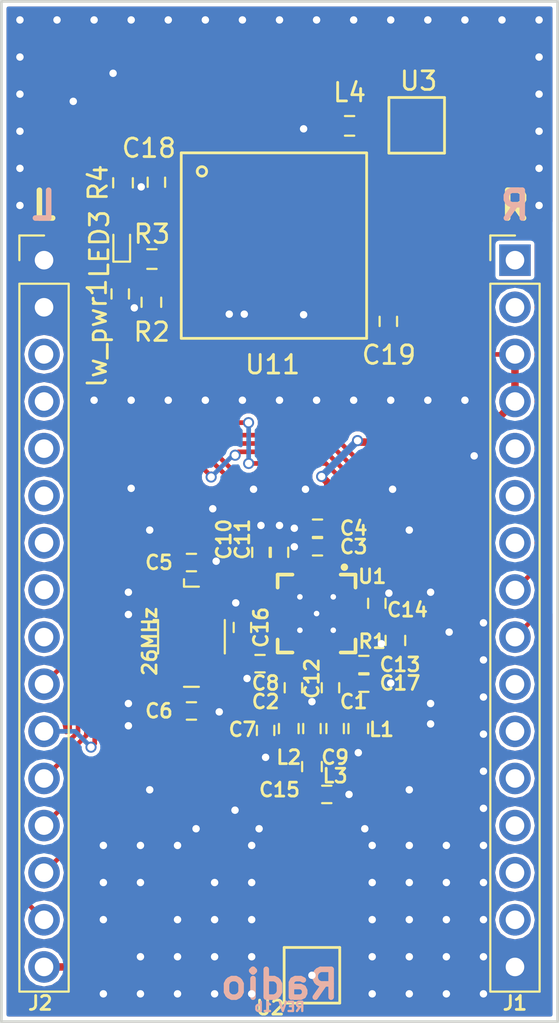
<source format=kicad_pcb>
(kicad_pcb (version 4) (host pcbnew 4.0.7)

  (general
    (links 106)
    (no_connects 9)
    (area 60.150001 62.3 133.85 132.700001)
    (thickness 1.6)
    (drawings 27)
    (tracks 657)
    (zones 0)
    (modules 36)
    (nets 56)
  )

  (page A4)
  (title_block
    (title "RF board")
    (rev V01)
  )

  (layers
    (0 F.Cu signal)
    (31 B.Cu signal hide)
    (32 B.Adhes user)
    (33 F.Adhes user)
    (34 B.Paste user)
    (35 F.Paste user)
    (36 B.SilkS user)
    (37 F.SilkS user)
    (38 B.Mask user)
    (39 F.Mask user)
    (40 Dwgs.User user hide)
    (41 Cmts.User user)
    (42 Eco1.User user)
    (43 Eco2.User user)
    (44 Edge.Cuts user)
    (45 Margin user hide)
    (46 B.CrtYd user)
    (47 F.CrtYd user)
    (48 B.Fab user)
    (49 F.Fab user hide)
  )

  (setup
    (last_trace_width 0.25)
    (user_trace_width 0.4)
    (user_trace_width 0.5)
    (user_trace_width 0.8)
    (user_trace_width 1.2)
    (trace_clearance 0.2)
    (zone_clearance 0.2)
    (zone_45_only yes)
    (trace_min 0.2)
    (segment_width 0.1)
    (edge_width 0.15)
    (via_size 0.6)
    (via_drill 0.4)
    (via_min_size 0.4)
    (via_min_drill 0.3)
    (user_via 0.5 0.3)
    (uvia_size 0.3)
    (uvia_drill 0.1)
    (uvias_allowed no)
    (uvia_min_size 0.2)
    (uvia_min_drill 0.1)
    (pcb_text_width 0.3)
    (pcb_text_size 1.5 1.5)
    (mod_edge_width 0.15)
    (mod_text_size 1 1)
    (mod_text_width 0.15)
    (pad_size 0.6 0.6)
    (pad_drill 0)
    (pad_to_mask_clearance 0)
    (aux_axis_origin 0 0)
    (visible_elements 7FFFFFFF)
    (pcbplotparams
      (layerselection 0x010fc_80000001)
      (usegerberextensions true)
      (excludeedgelayer true)
      (linewidth 0.100000)
      (plotframeref false)
      (viasonmask false)
      (mode 1)
      (useauxorigin false)
      (hpglpennumber 1)
      (hpglpenspeed 20)
      (hpglpendiameter 15)
      (hpglpenoverlay 2)
      (psnegative false)
      (psa4output false)
      (plotreference true)
      (plotvalue true)
      (plotinvisibletext false)
      (padsonsilk false)
      (subtractmaskfromsilk false)
      (outputformat 1)
      (mirror false)
      (drillshape 0)
      (scaleselection 1)
      (outputdirectory Output/))
  )

  (net 0 "")
  (net 1 XOSC_Q1)
  (net 2 XOSC_Q2)
  (net 3 RF_N)
  (net 4 "Net-(C1-Pad2)")
  (net 5 "Net-(C2-Pad1)")
  (net 6 RF_P)
  (net 7 AVDD)
  (net 8 PWR_GND)
  (net 9 "Net-(C12-Pad1)")
  (net 10 DCOUPL)
  (net 11 "Net-(C15-Pad1)")
  (net 12 "Net-(R1-Pad1)")
  (net 13 "Net-(J1-Pad1)")
  (net 14 "Net-(J1-Pad2)")
  (net 15 "Net-(J1-Pad5)")
  (net 16 "Net-(J1-Pad6)")
  (net 17 "Net-(J1-Pad7)")
  (net 18 "Net-(J1-Pad11)")
  (net 19 "Net-(J1-Pad12)")
  (net 20 "Net-(J1-Pad13)")
  (net 21 "Net-(J1-Pad14)")
  (net 22 "Net-(J1-Pad15)")
  (net 23 "Net-(J2-Pad3)")
  (net 24 "Net-(J2-Pad4)")
  (net 25 "Net-(J2-Pad5)")
  (net 26 "Net-(J2-Pad6)")
  (net 27 "Net-(J2-Pad7)")
  (net 28 "Net-(J2-Pad8)")
  (net 29 "Net-(J2-Pad9)")
  (net 30 PE4/GD02)
  (net 31 PE5/GDO0)
  (net 32 PD0/SCLK)
  (net 33 PD1/CSn)
  (net 34 "PD2/SO(GDO1)")
  (net 35 PD3/SI)
  (net 36 /GPS/RSTN)
  (net 37 RF_GND)
  (net 38 RX)
  (net 39 TX)
  (net 40 /GPS/RFIN)
  (net 41 "Net-(LED3-Pad1)")
  (net 42 /GPS/BTSEL)
  (net 43 NAV)
  (net 44 GPIO1)
  (net 45 GPIO2)
  (net 46 "Net-(U11-Pad4)")
  (net 47 "Net-(U11-Pad17)")
  (net 48 VBAT)
  (net 49 CS)
  (net 50 CLK)
  (net 51 PPS)
  (net 52 MISO)
  (net 53 MOSI)
  (net 54 "Net-(J1-Pad10)")
  (net 55 GPIO24)

  (net_class Default "This is the default net class."
    (clearance 0.2)
    (trace_width 0.25)
    (via_dia 0.6)
    (via_drill 0.4)
    (uvia_dia 0.3)
    (uvia_drill 0.1)
    (add_net /GPS/BTSEL)
    (add_net /GPS/RFIN)
    (add_net /GPS/RSTN)
    (add_net AVDD)
    (add_net CLK)
    (add_net CS)
    (add_net DCOUPL)
    (add_net GPIO1)
    (add_net GPIO2)
    (add_net GPIO24)
    (add_net MISO)
    (add_net MOSI)
    (add_net NAV)
    (add_net "Net-(C1-Pad2)")
    (add_net "Net-(C12-Pad1)")
    (add_net "Net-(C15-Pad1)")
    (add_net "Net-(C2-Pad1)")
    (add_net "Net-(J1-Pad1)")
    (add_net "Net-(J1-Pad10)")
    (add_net "Net-(J1-Pad11)")
    (add_net "Net-(J1-Pad12)")
    (add_net "Net-(J1-Pad13)")
    (add_net "Net-(J1-Pad14)")
    (add_net "Net-(J1-Pad15)")
    (add_net "Net-(J1-Pad2)")
    (add_net "Net-(J1-Pad5)")
    (add_net "Net-(J1-Pad6)")
    (add_net "Net-(J1-Pad7)")
    (add_net "Net-(J2-Pad3)")
    (add_net "Net-(J2-Pad4)")
    (add_net "Net-(J2-Pad5)")
    (add_net "Net-(J2-Pad6)")
    (add_net "Net-(J2-Pad7)")
    (add_net "Net-(J2-Pad8)")
    (add_net "Net-(J2-Pad9)")
    (add_net "Net-(LED3-Pad1)")
    (add_net "Net-(R1-Pad1)")
    (add_net "Net-(U11-Pad17)")
    (add_net "Net-(U11-Pad4)")
    (add_net PD0/SCLK)
    (add_net PD1/CSn)
    (add_net "PD2/SO(GDO1)")
    (add_net PD3/SI)
    (add_net PE4/GD02)
    (add_net PE5/GDO0)
    (add_net PPS)
    (add_net PWR_GND)
    (add_net RF_GND)
    (add_net RF_N)
    (add_net RF_P)
    (add_net RX)
    (add_net TX)
    (add_net VBAT)
    (add_net XOSC_Q1)
    (add_net XOSC_Q2)
  )

  (module Inductors_SMD:L_0402 (layer F.Cu) (tedit 5B4D1D53) (tstamp 5B4C4DF1)
    (at 104.25 111.7 270)
    (descr "Resistor SMD 0402, reflow soldering, Vishay (see dcrcw.pdf)")
    (tags "resistor 0402")
    (path /5B4AAB46)
    (attr smd)
    (fp_text reference L1 (at 0.05 -1.25 360) (layer F.SilkS)
      (effects (font (size 0.75 0.75) (thickness 0.15)))
    )
    (fp_text value 1,2nH (at 0 1.8 270) (layer F.Fab)
      (effects (font (size 1 1) (thickness 0.15)))
    )
    (fp_text user %R (at 0 0 270) (layer F.Fab)
      (effects (font (size 0.2 0.2) (thickness 0.03)))
    )
    (fp_line (start -0.5 0.25) (end -0.5 -0.25) (layer F.Fab) (width 0.1))
    (fp_line (start 0.5 0.25) (end -0.5 0.25) (layer F.Fab) (width 0.1))
    (fp_line (start 0.5 -0.25) (end 0.5 0.25) (layer F.Fab) (width 0.1))
    (fp_line (start -0.5 -0.25) (end 0.5 -0.25) (layer F.Fab) (width 0.1))
    (fp_line (start -0.95 -0.65) (end 0.95 -0.65) (layer F.CrtYd) (width 0.05))
    (fp_line (start -0.95 0.65) (end 0.95 0.65) (layer F.CrtYd) (width 0.05))
    (fp_line (start -0.95 -0.65) (end -0.95 0.65) (layer F.CrtYd) (width 0.05))
    (fp_line (start 0.95 -0.65) (end 0.95 0.65) (layer F.CrtYd) (width 0.05))
    (fp_line (start 0.25 -0.53) (end -0.25 -0.53) (layer F.SilkS) (width 0.12))
    (fp_line (start -0.25 0.53) (end 0.25 0.53) (layer F.SilkS) (width 0.12))
    (pad 1 smd rect (at -0.45 0 270) (size 0.4 0.6) (layers F.Cu F.Paste F.Mask)
      (net 4 "Net-(C1-Pad2)"))
    (pad 2 smd rect (at 0.45 0 270) (size 0.4 0.6) (layers F.Cu F.Paste F.Mask)
      (net 8 PWR_GND))
    (model ${KISYS3DMOD}/Inductors_SMD.3dshapes/L_0402.wrl
      (at (xyz 0 0 0))
      (scale (xyz 1 1 1))
      (rotate (xyz 0 0 0))
    )
  )

  (module Pin_Headers:Pin_Header_Straight_1x16_Pitch2.54mm locked (layer F.Cu) (tedit 5B4EB02D) (tstamp 5B4D0E41)
    (at 87.3 86.45)
    (descr "Through hole straight pin header, 1x16, 2.54mm pitch, single row")
    (tags "Through hole pin header THT 1x16 2.54mm single row")
    (path /5B4D1D16)
    (fp_text reference J2 (at -0.2 40.05) (layer F.SilkS)
      (effects (font (size 0.75 0.75) (thickness 0.15)))
    )
    (fp_text value CONN_Left (at 0 40.43) (layer F.Fab)
      (effects (font (size 1 1) (thickness 0.15)))
    )
    (fp_line (start -0.635 -1.27) (end 1.27 -1.27) (layer F.Fab) (width 0.1))
    (fp_line (start 1.27 -1.27) (end 1.27 39.37) (layer F.Fab) (width 0.1))
    (fp_line (start 1.27 39.37) (end -1.27 39.37) (layer F.Fab) (width 0.1))
    (fp_line (start -1.27 39.37) (end -1.27 -0.635) (layer F.Fab) (width 0.1))
    (fp_line (start -1.27 -0.635) (end -0.635 -1.27) (layer F.Fab) (width 0.1))
    (fp_line (start -1.33 39.43) (end 1.33 39.43) (layer F.SilkS) (width 0.12))
    (fp_line (start -1.33 1.27) (end -1.33 39.43) (layer F.SilkS) (width 0.12))
    (fp_line (start 1.33 1.27) (end 1.33 39.43) (layer F.SilkS) (width 0.12))
    (fp_line (start -1.33 1.27) (end 1.33 1.27) (layer F.SilkS) (width 0.12))
    (fp_line (start -1.33 0) (end -1.33 -1.33) (layer F.SilkS) (width 0.12))
    (fp_line (start -1.33 -1.33) (end 0 -1.33) (layer F.SilkS) (width 0.12))
    (fp_line (start -1.8 -1.8) (end -1.8 39.9) (layer F.CrtYd) (width 0.05))
    (fp_line (start -1.8 39.9) (end 1.8 39.9) (layer F.CrtYd) (width 0.05))
    (fp_line (start 1.8 39.9) (end 1.8 -1.8) (layer F.CrtYd) (width 0.05))
    (fp_line (start 1.8 -1.8) (end -1.8 -1.8) (layer F.CrtYd) (width 0.05))
    (fp_text user %R (at 0 19.05 90) (layer F.Fab)
      (effects (font (size 1 1) (thickness 0.15)))
    )
    (pad 1 thru_hole rect (at 0 0) (size 1.7 1.7) (drill 1) (layers *.Cu *.Mask)
      (net 8 PWR_GND))
    (pad 2 thru_hole oval (at 0 2.54) (size 1.7 1.7) (drill 1) (layers *.Cu *.Mask)
      (net 8 PWR_GND))
    (pad 3 thru_hole oval (at 0 5.08) (size 1.7 1.7) (drill 1) (layers *.Cu *.Mask)
      (net 23 "Net-(J2-Pad3)"))
    (pad 4 thru_hole oval (at 0 7.62) (size 1.7 1.7) (drill 1) (layers *.Cu *.Mask)
      (net 24 "Net-(J2-Pad4)"))
    (pad 5 thru_hole oval (at 0 10.16) (size 1.7 1.7) (drill 1) (layers *.Cu *.Mask)
      (net 25 "Net-(J2-Pad5)"))
    (pad 6 thru_hole oval (at 0 12.7) (size 1.7 1.7) (drill 1) (layers *.Cu *.Mask)
      (net 26 "Net-(J2-Pad6)"))
    (pad 7 thru_hole oval (at 0 15.24) (size 1.7 1.7) (drill 1) (layers *.Cu *.Mask)
      (net 27 "Net-(J2-Pad7)"))
    (pad 8 thru_hole oval (at 0 17.78) (size 1.7 1.7) (drill 1) (layers *.Cu *.Mask)
      (net 28 "Net-(J2-Pad8)"))
    (pad 9 thru_hole oval (at 0 20.32) (size 1.7 1.7) (drill 1) (layers *.Cu *.Mask)
      (net 29 "Net-(J2-Pad9)"))
    (pad 10 thru_hole oval (at 0 22.86) (size 1.7 1.7) (drill 1) (layers *.Cu *.Mask)
      (net 30 PE4/GD02))
    (pad 11 thru_hole oval (at 0 25.4) (size 1.7 1.7) (drill 1) (layers *.Cu *.Mask)
      (net 31 PE5/GDO0))
    (pad 12 thru_hole oval (at 0 27.94) (size 1.7 1.7) (drill 1) (layers *.Cu *.Mask)
      (net 32 PD0/SCLK))
    (pad 13 thru_hole oval (at 0 30.48) (size 1.7 1.7) (drill 1) (layers *.Cu *.Mask)
      (net 33 PD1/CSn))
    (pad 14 thru_hole oval (at 0 33.02) (size 1.7 1.7) (drill 1) (layers *.Cu *.Mask)
      (net 34 "PD2/SO(GDO1)"))
    (pad 15 thru_hole oval (at 0 35.56) (size 1.7 1.7) (drill 1) (layers *.Cu *.Mask)
      (net 35 PD3/SI))
    (pad 16 thru_hole oval (at 0 38.1) (size 1.7 1.7) (drill 1) (layers *.Cu *.Mask)
      (net 7 AVDD))
    (model ${KISYS3DMOD}/Pin_Headers.3dshapes/Pin_Header_Straight_1x16_Pitch2.54mm.wrl
      (at (xyz 0 0 0))
      (scale (xyz 1 1 1))
      (rotate (xyz 0 0 0))
    )
  )

  (module Crystals:Crystal_SMD_Abracon_ABM3B-4pin_5.0x3.2mm (layer F.Cu) (tedit 5B4D5E52) (tstamp 5B4C4D85)
    (at 95.25 106.75 270)
    (descr "Abracon Miniature Ceramic Smd Crystal ABM3B http://www.abracon.com/Resonators/abm3b.pdf, 5.0x3.2mm^2 package")
    (tags "SMD SMT crystal")
    (path /5B4AA2E3)
    (attr smd)
    (fp_text reference 26Mhtz1 (at 0 0 360) (layer F.SilkS) hide
      (effects (font (size 0.75 0.75) (thickness 0.15)))
    )
    (fp_text value Crystal (at 0 2.8 270) (layer F.Fab)
      (effects (font (size 1 1) (thickness 0.15)))
    )
    (fp_text user %R (at 0.73 3.74 270) (layer F.Fab)
      (effects (font (size 1 1) (thickness 0.15)))
    )
    (fp_line (start -2.3 -1.6) (end 2.3 -1.6) (layer F.Fab) (width 0.1))
    (fp_line (start 2.3 -1.6) (end 2.5 -1.4) (layer F.Fab) (width 0.1))
    (fp_line (start 2.5 -1.4) (end 2.5 1.4) (layer F.Fab) (width 0.1))
    (fp_line (start 2.5 1.4) (end 2.3 1.6) (layer F.Fab) (width 0.1))
    (fp_line (start 2.3 1.6) (end -2.3 1.6) (layer F.Fab) (width 0.1))
    (fp_line (start -2.3 1.6) (end -2.5 1.4) (layer F.Fab) (width 0.1))
    (fp_line (start -2.5 1.4) (end -2.5 -1.4) (layer F.Fab) (width 0.1))
    (fp_line (start -2.5 -1.4) (end -2.3 -1.6) (layer F.Fab) (width 0.1))
    (fp_line (start -2.5 0.6) (end -1.5 1.6) (layer F.Fab) (width 0.1))
    (fp_line (start -3.1 0.4) (end -2.7 0.4) (layer F.SilkS) (width 0.12))
    (fp_line (start -2.7 0.4) (end -2.7 -0.4) (layer F.SilkS) (width 0.12))
    (fp_line (start 2.7 -0.4) (end 2.7 0.4) (layer F.SilkS) (width 0.12))
    (fp_line (start -0.9 -1.8) (end 0.9 -1.8) (layer F.SilkS) (width 0.12))
    (fp_line (start 0.9 1.8) (end -0.9 1.8) (layer F.SilkS) (width 0.12))
    (fp_line (start -0.9 1.8) (end -0.9 2.04) (layer F.SilkS) (width 0.12))
    (fp_line (start -3.2 -2.1) (end -3.2 2.1) (layer F.CrtYd) (width 0.05))
    (fp_line (start -3.2 2.1) (end 3.2 2.1) (layer F.CrtYd) (width 0.05))
    (fp_line (start 3.2 2.1) (end 3.2 -2.1) (layer F.CrtYd) (width 0.05))
    (fp_line (start 3.2 -2.1) (end -3.2 -2.1) (layer F.CrtYd) (width 0.05))
    (fp_circle (center 0 0) (end 0.5 0) (layer F.Adhes) (width 0.1))
    (fp_circle (center 0 0) (end 0.416667 0) (layer F.Adhes) (width 0.166667))
    (fp_circle (center 0 0) (end 0.266667 0) (layer F.Adhes) (width 0.166667))
    (fp_circle (center 0 0) (end 0.116667 0) (layer F.Adhes) (width 0.233333))
    (pad 1 smd rect (at -2 1.2 270) (size 1.8 1.2) (layers F.Cu F.Paste F.Mask)
      (net 1 XOSC_Q1))
    (pad 2 smd rect (at 2 1.2 270) (size 1.8 1.2) (layers F.Cu F.Paste F.Mask)
      (net 2 XOSC_Q2))
    (pad 3 smd rect (at 2 -1.2 270) (size 1.8 1.2) (layers F.Cu F.Paste F.Mask))
    (pad 4 smd rect (at -2 -1.2 270) (size 1.8 1.2) (layers F.Cu F.Paste F.Mask))
    (model ${KISYS3DMOD}/Crystals.3dshapes/Crystal_SMD_Abracon_ABM3B-4pin_5.0x3.2mm.wrl
      (at (xyz 0 0 0))
      (scale (xyz 1 1 1))
      (rotate (xyz 0 0 0))
    )
  )

  (module Capacitors_SMD:C_0402 (layer F.Cu) (tedit 5B4D1D4C) (tstamp 5B4C4D8B)
    (at 102.75 109.5 270)
    (descr "Capacitor SMD 0402, reflow soldering, AVX (see smccp.pdf)")
    (tags "capacitor 0402")
    (path /5B4AAA24)
    (attr smd)
    (fp_text reference C1 (at 0.75 -1.25 360) (layer F.SilkS)
      (effects (font (size 0.75 0.75) (thickness 0.15)))
    )
    (fp_text value 100pF (at 7.7089 -3.4036 270) (layer F.Fab)
      (effects (font (size 1 1) (thickness 0.15)))
    )
    (fp_text user %R (at 0 -1.27 270) (layer F.Fab)
      (effects (font (size 1 1) (thickness 0.15)))
    )
    (fp_line (start -0.5 0.25) (end -0.5 -0.25) (layer F.Fab) (width 0.1))
    (fp_line (start 0.5 0.25) (end -0.5 0.25) (layer F.Fab) (width 0.1))
    (fp_line (start 0.5 -0.25) (end 0.5 0.25) (layer F.Fab) (width 0.1))
    (fp_line (start -0.5 -0.25) (end 0.5 -0.25) (layer F.Fab) (width 0.1))
    (fp_line (start 0.25 -0.47) (end -0.25 -0.47) (layer F.SilkS) (width 0.12))
    (fp_line (start -0.25 0.47) (end 0.25 0.47) (layer F.SilkS) (width 0.12))
    (fp_line (start -1 -0.4) (end 1 -0.4) (layer F.CrtYd) (width 0.05))
    (fp_line (start -1 -0.4) (end -1 0.4) (layer F.CrtYd) (width 0.05))
    (fp_line (start 1 0.4) (end 1 -0.4) (layer F.CrtYd) (width 0.05))
    (fp_line (start 1 0.4) (end -1 0.4) (layer F.CrtYd) (width 0.05))
    (pad 1 smd rect (at -0.55 0 270) (size 0.6 0.5) (layers F.Cu F.Paste F.Mask)
      (net 3 RF_N))
    (pad 2 smd rect (at 0.55 0 270) (size 0.6 0.5) (layers F.Cu F.Paste F.Mask)
      (net 4 "Net-(C1-Pad2)"))
    (model Capacitors_SMD.3dshapes/C_0402.wrl
      (at (xyz 0 0 0))
      (scale (xyz 1 1 1))
      (rotate (xyz 0 0 0))
    )
  )

  (module Capacitors_SMD:C_0402 (layer F.Cu) (tedit 5B4D1D46) (tstamp 5B4C4D91)
    (at 100.75 109.5 90)
    (descr "Capacitor SMD 0402, reflow soldering, AVX (see smccp.pdf)")
    (tags "capacitor 0402")
    (path /5B4AAAF9)
    (attr smd)
    (fp_text reference C2 (at -0.75 -1.5 180) (layer F.SilkS)
      (effects (font (size 0.75 0.75) (thickness 0.15)))
    )
    (fp_text value 100pF (at 0 1.27 90) (layer F.Fab)
      (effects (font (size 1 1) (thickness 0.15)))
    )
    (fp_text user %R (at 0 -1.27 90) (layer F.Fab)
      (effects (font (size 1 1) (thickness 0.15)))
    )
    (fp_line (start -0.5 0.25) (end -0.5 -0.25) (layer F.Fab) (width 0.1))
    (fp_line (start 0.5 0.25) (end -0.5 0.25) (layer F.Fab) (width 0.1))
    (fp_line (start 0.5 -0.25) (end 0.5 0.25) (layer F.Fab) (width 0.1))
    (fp_line (start -0.5 -0.25) (end 0.5 -0.25) (layer F.Fab) (width 0.1))
    (fp_line (start 0.25 -0.47) (end -0.25 -0.47) (layer F.SilkS) (width 0.12))
    (fp_line (start -0.25 0.47) (end 0.25 0.47) (layer F.SilkS) (width 0.12))
    (fp_line (start -1 -0.4) (end 1 -0.4) (layer F.CrtYd) (width 0.05))
    (fp_line (start -1 -0.4) (end -1 0.4) (layer F.CrtYd) (width 0.05))
    (fp_line (start 1 0.4) (end 1 -0.4) (layer F.CrtYd) (width 0.05))
    (fp_line (start 1 0.4) (end -1 0.4) (layer F.CrtYd) (width 0.05))
    (pad 1 smd rect (at -0.55 0 90) (size 0.6 0.5) (layers F.Cu F.Paste F.Mask)
      (net 5 "Net-(C2-Pad1)"))
    (pad 2 smd rect (at 0.55 0 90) (size 0.6 0.5) (layers F.Cu F.Paste F.Mask)
      (net 6 RF_P))
    (model Capacitors_SMD.3dshapes/C_0402.wrl
      (at (xyz 0 0 0))
      (scale (xyz 1 1 1))
      (rotate (xyz 0 0 0))
    )
  )

  (module Capacitors_SMD:C_0402 (layer F.Cu) (tedit 5B4D1E20) (tstamp 5B4C4D97)
    (at 102.05 101.9 180)
    (descr "Capacitor SMD 0402, reflow soldering, AVX (see smccp.pdf)")
    (tags "capacitor 0402")
    (path /5B4C3A3C)
    (attr smd)
    (fp_text reference C3 (at -1.95 0 180) (layer F.SilkS)
      (effects (font (size 0.75 0.75) (thickness 0.15)))
    )
    (fp_text value 0.1μF (at 0 1.27 180) (layer F.Fab)
      (effects (font (size 1 1) (thickness 0.15)))
    )
    (fp_text user %R (at 0 -1.27 180) (layer F.Fab)
      (effects (font (size 1 1) (thickness 0.15)))
    )
    (fp_line (start -0.5 0.25) (end -0.5 -0.25) (layer F.Fab) (width 0.1))
    (fp_line (start 0.5 0.25) (end -0.5 0.25) (layer F.Fab) (width 0.1))
    (fp_line (start 0.5 -0.25) (end 0.5 0.25) (layer F.Fab) (width 0.1))
    (fp_line (start -0.5 -0.25) (end 0.5 -0.25) (layer F.Fab) (width 0.1))
    (fp_line (start 0.25 -0.47) (end -0.25 -0.47) (layer F.SilkS) (width 0.12))
    (fp_line (start -0.25 0.47) (end 0.25 0.47) (layer F.SilkS) (width 0.12))
    (fp_line (start -1 -0.4) (end 1 -0.4) (layer F.CrtYd) (width 0.05))
    (fp_line (start -1 -0.4) (end -1 0.4) (layer F.CrtYd) (width 0.05))
    (fp_line (start 1 0.4) (end 1 -0.4) (layer F.CrtYd) (width 0.05))
    (fp_line (start 1 0.4) (end -1 0.4) (layer F.CrtYd) (width 0.05))
    (pad 1 smd rect (at -0.55 0 180) (size 0.6 0.5) (layers F.Cu F.Paste F.Mask)
      (net 7 AVDD))
    (pad 2 smd rect (at 0.55 0 180) (size 0.6 0.5) (layers F.Cu F.Paste F.Mask)
      (net 8 PWR_GND))
    (model Capacitors_SMD.3dshapes/C_0402.wrl
      (at (xyz 0 0 0))
      (scale (xyz 1 1 1))
      (rotate (xyz 0 0 0))
    )
  )

  (module Capacitors_SMD:C_0402 (layer F.Cu) (tedit 5B4D1E24) (tstamp 5B4C4D9D)
    (at 102.05 100.9 180)
    (descr "Capacitor SMD 0402, reflow soldering, AVX (see smccp.pdf)")
    (tags "capacitor 0402")
    (path /5B4C3AA5)
    (attr smd)
    (fp_text reference C4 (at -1.95 0 180) (layer F.SilkS)
      (effects (font (size 0.75 0.75) (thickness 0.15)))
    )
    (fp_text value 47pF (at 0 1.27 180) (layer F.Fab)
      (effects (font (size 1 1) (thickness 0.15)))
    )
    (fp_text user %R (at 0 -1.27 180) (layer F.Fab)
      (effects (font (size 1 1) (thickness 0.15)))
    )
    (fp_line (start -0.5 0.25) (end -0.5 -0.25) (layer F.Fab) (width 0.1))
    (fp_line (start 0.5 0.25) (end -0.5 0.25) (layer F.Fab) (width 0.1))
    (fp_line (start 0.5 -0.25) (end 0.5 0.25) (layer F.Fab) (width 0.1))
    (fp_line (start -0.5 -0.25) (end 0.5 -0.25) (layer F.Fab) (width 0.1))
    (fp_line (start 0.25 -0.47) (end -0.25 -0.47) (layer F.SilkS) (width 0.12))
    (fp_line (start -0.25 0.47) (end 0.25 0.47) (layer F.SilkS) (width 0.12))
    (fp_line (start -1 -0.4) (end 1 -0.4) (layer F.CrtYd) (width 0.05))
    (fp_line (start -1 -0.4) (end -1 0.4) (layer F.CrtYd) (width 0.05))
    (fp_line (start 1 0.4) (end 1 -0.4) (layer F.CrtYd) (width 0.05))
    (fp_line (start 1 0.4) (end -1 0.4) (layer F.CrtYd) (width 0.05))
    (pad 1 smd rect (at -0.55 0 180) (size 0.6 0.5) (layers F.Cu F.Paste F.Mask)
      (net 7 AVDD))
    (pad 2 smd rect (at 0.55 0 180) (size 0.6 0.5) (layers F.Cu F.Paste F.Mask)
      (net 8 PWR_GND))
    (model Capacitors_SMD.3dshapes/C_0402.wrl
      (at (xyz 0 0 0))
      (scale (xyz 1 1 1))
      (rotate (xyz 0 0 0))
    )
  )

  (module Capacitors_SMD:C_0402 (layer F.Cu) (tedit 5B4D1357) (tstamp 5B4C4DA3)
    (at 95.25 102.75)
    (descr "Capacitor SMD 0402, reflow soldering, AVX (see smccp.pdf)")
    (tags "capacitor 0402")
    (path /5B4AA1D2)
    (attr smd)
    (fp_text reference C5 (at -1.75 0) (layer F.SilkS)
      (effects (font (size 0.75 0.75) (thickness 0.15)))
    )
    (fp_text value 27pF (at 0 1.27) (layer F.Fab)
      (effects (font (size 1 1) (thickness 0.15)))
    )
    (fp_text user %R (at 0 -1.27) (layer F.Fab)
      (effects (font (size 1 1) (thickness 0.15)))
    )
    (fp_line (start -0.5 0.25) (end -0.5 -0.25) (layer F.Fab) (width 0.1))
    (fp_line (start 0.5 0.25) (end -0.5 0.25) (layer F.Fab) (width 0.1))
    (fp_line (start 0.5 -0.25) (end 0.5 0.25) (layer F.Fab) (width 0.1))
    (fp_line (start -0.5 -0.25) (end 0.5 -0.25) (layer F.Fab) (width 0.1))
    (fp_line (start 0.25 -0.47) (end -0.25 -0.47) (layer F.SilkS) (width 0.12))
    (fp_line (start -0.25 0.47) (end 0.25 0.47) (layer F.SilkS) (width 0.12))
    (fp_line (start -1 -0.4) (end 1 -0.4) (layer F.CrtYd) (width 0.05))
    (fp_line (start -1 -0.4) (end -1 0.4) (layer F.CrtYd) (width 0.05))
    (fp_line (start 1 0.4) (end 1 -0.4) (layer F.CrtYd) (width 0.05))
    (fp_line (start 1 0.4) (end -1 0.4) (layer F.CrtYd) (width 0.05))
    (pad 1 smd rect (at -0.55 0) (size 0.6 0.5) (layers F.Cu F.Paste F.Mask)
      (net 1 XOSC_Q1))
    (pad 2 smd rect (at 0.55 0) (size 0.6 0.5) (layers F.Cu F.Paste F.Mask)
      (net 8 PWR_GND))
    (model Capacitors_SMD.3dshapes/C_0402.wrl
      (at (xyz 0 0 0))
      (scale (xyz 1 1 1))
      (rotate (xyz 0 0 0))
    )
  )

  (module Capacitors_SMD:C_0402 (layer F.Cu) (tedit 5B527E3D) (tstamp 5B4C4DA9)
    (at 95.25 110.75 180)
    (descr "Capacitor SMD 0402, reflow soldering, AVX (see smccp.pdf)")
    (tags "capacitor 0402")
    (path /5B4AA288)
    (attr smd)
    (fp_text reference C6 (at 1.75 0 180) (layer F.SilkS)
      (effects (font (size 0.75 0.75) (thickness 0.15)))
    )
    (fp_text value 27pF (at 0 1.27 180) (layer F.Fab)
      (effects (font (size 1 1) (thickness 0.15)))
    )
    (fp_text user %R (at 0 -1.27 180) (layer F.Fab)
      (effects (font (size 1 1) (thickness 0.15)))
    )
    (fp_line (start -0.5 0.25) (end -0.5 -0.25) (layer F.Fab) (width 0.1))
    (fp_line (start 0.5 0.25) (end -0.5 0.25) (layer F.Fab) (width 0.1))
    (fp_line (start 0.5 -0.25) (end 0.5 0.25) (layer F.Fab) (width 0.1))
    (fp_line (start -0.5 -0.25) (end 0.5 -0.25) (layer F.Fab) (width 0.1))
    (fp_line (start 0.25 -0.47) (end -0.25 -0.47) (layer F.SilkS) (width 0.12))
    (fp_line (start -0.25 0.47) (end 0.25 0.47) (layer F.SilkS) (width 0.12))
    (fp_line (start -1 -0.4) (end 1 -0.4) (layer F.CrtYd) (width 0.05))
    (fp_line (start -1 -0.4) (end -1 0.4) (layer F.CrtYd) (width 0.05))
    (fp_line (start 1 0.4) (end 1 -0.4) (layer F.CrtYd) (width 0.05))
    (fp_line (start 1 0.4) (end -1 0.4) (layer F.CrtYd) (width 0.05))
    (pad 1 smd rect (at -0.55 0 180) (size 0.6 0.5) (layers F.Cu F.Paste F.Mask)
      (net 8 PWR_GND))
    (pad 2 smd rect (at 0.55 0 180) (size 0.6 0.5) (layers F.Cu F.Paste F.Mask)
      (net 2 XOSC_Q2))
    (model Capacitors_SMD.3dshapes/C_0402.wrl
      (at (xyz 0 0 0))
      (scale (xyz 1 1 1))
      (rotate (xyz 0 0 0))
    )
  )

  (module Capacitors_SMD:C_0402 (layer F.Cu) (tedit 5B52661A) (tstamp 5B4C4DAF)
    (at 99.25 111.8 270)
    (descr "Capacitor SMD 0402, reflow soldering, AVX (see smccp.pdf)")
    (tags "capacitor 0402")
    (path /5B4AB24E)
    (attr smd)
    (fp_text reference C7 (at -0.05 1.25 360) (layer F.SilkS)
      (effects (font (size 0.75 0.75) (thickness 0.15)))
    )
    (fp_text value 1.0pF (at 0 1.27 270) (layer F.Fab)
      (effects (font (size 1 1) (thickness 0.15)))
    )
    (fp_text user %R (at 0 -1.27 270) (layer F.Fab)
      (effects (font (size 1 1) (thickness 0.15)))
    )
    (fp_line (start -0.5 0.25) (end -0.5 -0.25) (layer F.Fab) (width 0.1))
    (fp_line (start 0.5 0.25) (end -0.5 0.25) (layer F.Fab) (width 0.1))
    (fp_line (start 0.5 -0.25) (end 0.5 0.25) (layer F.Fab) (width 0.1))
    (fp_line (start -0.5 -0.25) (end 0.5 -0.25) (layer F.Fab) (width 0.1))
    (fp_line (start 0.25 -0.47) (end -0.25 -0.47) (layer F.SilkS) (width 0.12))
    (fp_line (start -0.25 0.47) (end 0.25 0.47) (layer F.SilkS) (width 0.12))
    (fp_line (start -1 -0.4) (end 1 -0.4) (layer F.CrtYd) (width 0.05))
    (fp_line (start -1 -0.4) (end -1 0.4) (layer F.CrtYd) (width 0.05))
    (fp_line (start 1 0.4) (end 1 -0.4) (layer F.CrtYd) (width 0.05))
    (fp_line (start 1 0.4) (end -1 0.4) (layer F.CrtYd) (width 0.05))
    (pad 1 smd rect (at -0.55 0 270) (size 0.6 0.5) (layers F.Cu F.Paste F.Mask)
      (net 5 "Net-(C2-Pad1)"))
    (pad 2 smd rect (at 0.55 0 270) (size 0.6 0.5) (layers F.Cu F.Paste F.Mask)
      (net 8 PWR_GND))
    (model Capacitors_SMD.3dshapes/C_0402.wrl
      (at (xyz 0 0 0))
      (scale (xyz 1 1 1))
      (rotate (xyz 0 0 0))
    )
  )

  (module Capacitors_SMD:C_0402 (layer F.Cu) (tedit 5B4D1D42) (tstamp 5B4C4DB5)
    (at 98.95 108.2 180)
    (descr "Capacitor SMD 0402, reflow soldering, AVX (see smccp.pdf)")
    (tags "capacitor 0402")
    (path /5B4C3DAB)
    (attr smd)
    (fp_text reference C8 (at -0.3 -1.05 180) (layer F.SilkS)
      (effects (font (size 0.75 0.75) (thickness 0.15)))
    )
    (fp_text value 0.1μF (at 0 1.27 180) (layer F.Fab)
      (effects (font (size 1 1) (thickness 0.15)))
    )
    (fp_text user %R (at 0 -1.27 180) (layer F.Fab)
      (effects (font (size 1 1) (thickness 0.15)))
    )
    (fp_line (start -0.5 0.25) (end -0.5 -0.25) (layer F.Fab) (width 0.1))
    (fp_line (start 0.5 0.25) (end -0.5 0.25) (layer F.Fab) (width 0.1))
    (fp_line (start 0.5 -0.25) (end 0.5 0.25) (layer F.Fab) (width 0.1))
    (fp_line (start -0.5 -0.25) (end 0.5 -0.25) (layer F.Fab) (width 0.1))
    (fp_line (start 0.25 -0.47) (end -0.25 -0.47) (layer F.SilkS) (width 0.12))
    (fp_line (start -0.25 0.47) (end 0.25 0.47) (layer F.SilkS) (width 0.12))
    (fp_line (start -1 -0.4) (end 1 -0.4) (layer F.CrtYd) (width 0.05))
    (fp_line (start -1 -0.4) (end -1 0.4) (layer F.CrtYd) (width 0.05))
    (fp_line (start 1 0.4) (end 1 -0.4) (layer F.CrtYd) (width 0.05))
    (fp_line (start 1 0.4) (end -1 0.4) (layer F.CrtYd) (width 0.05))
    (pad 1 smd rect (at -0.55 0 180) (size 0.6 0.5) (layers F.Cu F.Paste F.Mask)
      (net 7 AVDD))
    (pad 2 smd rect (at 0.55 0 180) (size 0.6 0.5) (layers F.Cu F.Paste F.Mask)
      (net 8 PWR_GND))
    (model Capacitors_SMD.3dshapes/C_0402.wrl
      (at (xyz 0 0 0))
      (scale (xyz 1 1 1))
      (rotate (xyz 0 0 0))
    )
  )

  (module Capacitors_SMD:C_0402 (layer F.Cu) (tedit 5B4D1D69) (tstamp 5B4C4DBB)
    (at 103 111.7 90)
    (descr "Capacitor SMD 0402, reflow soldering, AVX (see smccp.pdf)")
    (tags "capacitor 0402")
    (path /5B4AABEF)
    (attr smd)
    (fp_text reference C9 (at -1.55 0 360) (layer F.SilkS)
      (effects (font (size 0.75 0.75) (thickness 0.15)))
    )
    (fp_text value "1.0 pF" (at 0 1.27 90) (layer F.Fab)
      (effects (font (size 1 1) (thickness 0.15)))
    )
    (fp_text user %R (at 0 -1.27 90) (layer F.Fab)
      (effects (font (size 1 1) (thickness 0.15)))
    )
    (fp_line (start -0.5 0.25) (end -0.5 -0.25) (layer F.Fab) (width 0.1))
    (fp_line (start 0.5 0.25) (end -0.5 0.25) (layer F.Fab) (width 0.1))
    (fp_line (start 0.5 -0.25) (end 0.5 0.25) (layer F.Fab) (width 0.1))
    (fp_line (start -0.5 -0.25) (end 0.5 -0.25) (layer F.Fab) (width 0.1))
    (fp_line (start 0.25 -0.47) (end -0.25 -0.47) (layer F.SilkS) (width 0.12))
    (fp_line (start -0.25 0.47) (end 0.25 0.47) (layer F.SilkS) (width 0.12))
    (fp_line (start -1 -0.4) (end 1 -0.4) (layer F.CrtYd) (width 0.05))
    (fp_line (start -1 -0.4) (end -1 0.4) (layer F.CrtYd) (width 0.05))
    (fp_line (start 1 0.4) (end 1 -0.4) (layer F.CrtYd) (width 0.05))
    (fp_line (start 1 0.4) (end -1 0.4) (layer F.CrtYd) (width 0.05))
    (pad 1 smd rect (at -0.55 0 90) (size 0.6 0.5) (layers F.Cu F.Paste F.Mask)
      (net 9 "Net-(C12-Pad1)"))
    (pad 2 smd rect (at 0.55 0 90) (size 0.6 0.5) (layers F.Cu F.Paste F.Mask)
      (net 4 "Net-(C1-Pad2)"))
    (model Capacitors_SMD.3dshapes/C_0402.wrl
      (at (xyz 0 0 0))
      (scale (xyz 1 1 1))
      (rotate (xyz 0 0 0))
    )
  )

  (module Capacitors_SMD:C_0402 (layer F.Cu) (tedit 5B4D1E36) (tstamp 5B4C4DC1)
    (at 99 102.2 270)
    (descr "Capacitor SMD 0402, reflow soldering, AVX (see smccp.pdf)")
    (tags "capacitor 0402")
    (path /5B4C3B0D)
    (attr smd)
    (fp_text reference C10 (at -0.7 2 270) (layer F.SilkS)
      (effects (font (size 0.75 0.75) (thickness 0.15)))
    )
    (fp_text value 0.1μF (at 0 1.27 270) (layer F.Fab)
      (effects (font (size 1 1) (thickness 0.15)))
    )
    (fp_text user %R (at 0 -1.27 270) (layer F.Fab)
      (effects (font (size 1 1) (thickness 0.15)))
    )
    (fp_line (start -0.5 0.25) (end -0.5 -0.25) (layer F.Fab) (width 0.1))
    (fp_line (start 0.5 0.25) (end -0.5 0.25) (layer F.Fab) (width 0.1))
    (fp_line (start 0.5 -0.25) (end 0.5 0.25) (layer F.Fab) (width 0.1))
    (fp_line (start -0.5 -0.25) (end 0.5 -0.25) (layer F.Fab) (width 0.1))
    (fp_line (start 0.25 -0.47) (end -0.25 -0.47) (layer F.SilkS) (width 0.12))
    (fp_line (start -0.25 0.47) (end 0.25 0.47) (layer F.SilkS) (width 0.12))
    (fp_line (start -1 -0.4) (end 1 -0.4) (layer F.CrtYd) (width 0.05))
    (fp_line (start -1 -0.4) (end -1 0.4) (layer F.CrtYd) (width 0.05))
    (fp_line (start 1 0.4) (end 1 -0.4) (layer F.CrtYd) (width 0.05))
    (fp_line (start 1 0.4) (end -1 0.4) (layer F.CrtYd) (width 0.05))
    (pad 1 smd rect (at -0.55 0 270) (size 0.6 0.5) (layers F.Cu F.Paste F.Mask)
      (net 8 PWR_GND))
    (pad 2 smd rect (at 0.55 0 270) (size 0.6 0.5) (layers F.Cu F.Paste F.Mask)
      (net 10 DCOUPL))
    (model Capacitors_SMD.3dshapes/C_0402.wrl
      (at (xyz 0 0 0))
      (scale (xyz 1 1 1))
      (rotate (xyz 0 0 0))
    )
  )

  (module Capacitors_SMD:C_0402 (layer F.Cu) (tedit 5B4D1E3A) (tstamp 5B4C4DC7)
    (at 100 102.2 270)
    (descr "Capacitor SMD 0402, reflow soldering, AVX (see smccp.pdf)")
    (tags "capacitor 0402")
    (path /5B4C3BE8)
    (attr smd)
    (fp_text reference C11 (at -0.7 2 270) (layer F.SilkS)
      (effects (font (size 0.75 0.75) (thickness 0.15)))
    )
    (fp_text value 47pF (at 0 1.27 270) (layer F.Fab)
      (effects (font (size 1 1) (thickness 0.15)))
    )
    (fp_text user %R (at 0 -1.27 270) (layer F.Fab)
      (effects (font (size 1 1) (thickness 0.15)))
    )
    (fp_line (start -0.5 0.25) (end -0.5 -0.25) (layer F.Fab) (width 0.1))
    (fp_line (start 0.5 0.25) (end -0.5 0.25) (layer F.Fab) (width 0.1))
    (fp_line (start 0.5 -0.25) (end 0.5 0.25) (layer F.Fab) (width 0.1))
    (fp_line (start -0.5 -0.25) (end 0.5 -0.25) (layer F.Fab) (width 0.1))
    (fp_line (start 0.25 -0.47) (end -0.25 -0.47) (layer F.SilkS) (width 0.12))
    (fp_line (start -0.25 0.47) (end 0.25 0.47) (layer F.SilkS) (width 0.12))
    (fp_line (start -1 -0.4) (end 1 -0.4) (layer F.CrtYd) (width 0.05))
    (fp_line (start -1 -0.4) (end -1 0.4) (layer F.CrtYd) (width 0.05))
    (fp_line (start 1 0.4) (end 1 -0.4) (layer F.CrtYd) (width 0.05))
    (fp_line (start 1 0.4) (end -1 0.4) (layer F.CrtYd) (width 0.05))
    (pad 1 smd rect (at -0.55 0 270) (size 0.6 0.5) (layers F.Cu F.Paste F.Mask)
      (net 8 PWR_GND))
    (pad 2 smd rect (at 0.55 0 270) (size 0.6 0.5) (layers F.Cu F.Paste F.Mask)
      (net 10 DCOUPL))
    (model Capacitors_SMD.3dshapes/C_0402.wrl
      (at (xyz 0 0 0))
      (scale (xyz 1 1 1))
      (rotate (xyz 0 0 0))
    )
  )

  (module Capacitors_SMD:C_0402 (layer F.Cu) (tedit 5B4D1D71) (tstamp 5B4C4DCD)
    (at 101.75 111.7 90)
    (descr "Capacitor SMD 0402, reflow soldering, AVX (see smccp.pdf)")
    (tags "capacitor 0402")
    (path /5B4AAD92)
    (attr smd)
    (fp_text reference C12 (at 2.7 0 90) (layer F.SilkS)
      (effects (font (size 0.75 0.75) (thickness 0.15)))
    )
    (fp_text value 1.8pF (at 0 1.27 90) (layer F.Fab)
      (effects (font (size 1 1) (thickness 0.15)))
    )
    (fp_text user %R (at 0 -1.27 90) (layer F.Fab)
      (effects (font (size 1 1) (thickness 0.15)))
    )
    (fp_line (start -0.5 0.25) (end -0.5 -0.25) (layer F.Fab) (width 0.1))
    (fp_line (start 0.5 0.25) (end -0.5 0.25) (layer F.Fab) (width 0.1))
    (fp_line (start 0.5 -0.25) (end 0.5 0.25) (layer F.Fab) (width 0.1))
    (fp_line (start -0.5 -0.25) (end 0.5 -0.25) (layer F.Fab) (width 0.1))
    (fp_line (start 0.25 -0.47) (end -0.25 -0.47) (layer F.SilkS) (width 0.12))
    (fp_line (start -0.25 0.47) (end 0.25 0.47) (layer F.SilkS) (width 0.12))
    (fp_line (start -1 -0.4) (end 1 -0.4) (layer F.CrtYd) (width 0.05))
    (fp_line (start -1 -0.4) (end -1 0.4) (layer F.CrtYd) (width 0.05))
    (fp_line (start 1 0.4) (end 1 -0.4) (layer F.CrtYd) (width 0.05))
    (fp_line (start 1 0.4) (end -1 0.4) (layer F.CrtYd) (width 0.05))
    (pad 1 smd rect (at -0.55 0 90) (size 0.6 0.5) (layers F.Cu F.Paste F.Mask)
      (net 9 "Net-(C12-Pad1)"))
    (pad 2 smd rect (at 0.55 0 90) (size 0.6 0.5) (layers F.Cu F.Paste F.Mask)
      (net 8 PWR_GND))
    (model Capacitors_SMD.3dshapes/C_0402.wrl
      (at (xyz 0 0 0))
      (scale (xyz 1 1 1))
      (rotate (xyz 0 0 0))
    )
  )

  (module Capacitors_SMD:C_0402 (layer F.Cu) (tedit 5B4D1DF2) (tstamp 5B4C4DD3)
    (at 104.55 108.25)
    (descr "Capacitor SMD 0402, reflow soldering, AVX (see smccp.pdf)")
    (tags "capacitor 0402")
    (path /5B4C3E1C)
    (attr smd)
    (fp_text reference C13 (at 1.95 0) (layer F.SilkS)
      (effects (font (size 0.75 0.75) (thickness 0.15)))
    )
    (fp_text value 0.1μF (at 0 1.27) (layer F.Fab)
      (effects (font (size 1 1) (thickness 0.15)))
    )
    (fp_text user %R (at 0 -1.27) (layer F.Fab)
      (effects (font (size 1 1) (thickness 0.15)))
    )
    (fp_line (start -0.5 0.25) (end -0.5 -0.25) (layer F.Fab) (width 0.1))
    (fp_line (start 0.5 0.25) (end -0.5 0.25) (layer F.Fab) (width 0.1))
    (fp_line (start 0.5 -0.25) (end 0.5 0.25) (layer F.Fab) (width 0.1))
    (fp_line (start -0.5 -0.25) (end 0.5 -0.25) (layer F.Fab) (width 0.1))
    (fp_line (start 0.25 -0.47) (end -0.25 -0.47) (layer F.SilkS) (width 0.12))
    (fp_line (start -0.25 0.47) (end 0.25 0.47) (layer F.SilkS) (width 0.12))
    (fp_line (start -1 -0.4) (end 1 -0.4) (layer F.CrtYd) (width 0.05))
    (fp_line (start -1 -0.4) (end -1 0.4) (layer F.CrtYd) (width 0.05))
    (fp_line (start 1 0.4) (end 1 -0.4) (layer F.CrtYd) (width 0.05))
    (fp_line (start 1 0.4) (end -1 0.4) (layer F.CrtYd) (width 0.05))
    (pad 1 smd rect (at -0.55 0) (size 0.6 0.5) (layers F.Cu F.Paste F.Mask)
      (net 7 AVDD))
    (pad 2 smd rect (at 0.55 0) (size 0.6 0.5) (layers F.Cu F.Paste F.Mask)
      (net 8 PWR_GND))
    (model Capacitors_SMD.3dshapes/C_0402.wrl
      (at (xyz 0 0 0))
      (scale (xyz 1 1 1))
      (rotate (xyz 0 0 0))
    )
  )

  (module Capacitors_SMD:C_0402 (layer F.Cu) (tedit 5B4D1E05) (tstamp 5B4C4DD9)
    (at 105.25 104.95 90)
    (descr "Capacitor SMD 0402, reflow soldering, AVX (see smccp.pdf)")
    (tags "capacitor 0402")
    (path /5B4C3C6E)
    (attr smd)
    (fp_text reference C14 (at -0.35 1.65 180) (layer F.SilkS)
      (effects (font (size 0.75 0.75) (thickness 0.15)))
    )
    (fp_text value 220pF (at 0 1.27 90) (layer F.Fab)
      (effects (font (size 1 1) (thickness 0.15)))
    )
    (fp_text user %R (at 0 -1.27 90) (layer F.Fab)
      (effects (font (size 1 1) (thickness 0.15)))
    )
    (fp_line (start -0.5 0.25) (end -0.5 -0.25) (layer F.Fab) (width 0.1))
    (fp_line (start 0.5 0.25) (end -0.5 0.25) (layer F.Fab) (width 0.1))
    (fp_line (start 0.5 -0.25) (end 0.5 0.25) (layer F.Fab) (width 0.1))
    (fp_line (start -0.5 -0.25) (end 0.5 -0.25) (layer F.Fab) (width 0.1))
    (fp_line (start 0.25 -0.47) (end -0.25 -0.47) (layer F.SilkS) (width 0.12))
    (fp_line (start -0.25 0.47) (end 0.25 0.47) (layer F.SilkS) (width 0.12))
    (fp_line (start -1 -0.4) (end 1 -0.4) (layer F.CrtYd) (width 0.05))
    (fp_line (start -1 -0.4) (end -1 0.4) (layer F.CrtYd) (width 0.05))
    (fp_line (start 1 0.4) (end 1 -0.4) (layer F.CrtYd) (width 0.05))
    (fp_line (start 1 0.4) (end -1 0.4) (layer F.CrtYd) (width 0.05))
    (pad 1 smd rect (at -0.55 0 90) (size 0.6 0.5) (layers F.Cu F.Paste F.Mask)
      (net 7 AVDD))
    (pad 2 smd rect (at 0.55 0 90) (size 0.6 0.5) (layers F.Cu F.Paste F.Mask)
      (net 8 PWR_GND))
    (model Capacitors_SMD.3dshapes/C_0402.wrl
      (at (xyz 0 0 0))
      (scale (xyz 1 1 1))
      (rotate (xyz 0 0 0))
    )
  )

  (module Capacitors_SMD:C_0402 (layer F.Cu) (tedit 5B4D1D8B) (tstamp 5B4C4DDF)
    (at 102.55 115.25)
    (descr "Capacitor SMD 0402, reflow soldering, AVX (see smccp.pdf)")
    (tags "capacitor 0402")
    (path /5B4AADF9)
    (attr smd)
    (fp_text reference C15 (at -2.55 -0.25) (layer F.SilkS)
      (effects (font (size 0.75 0.75) (thickness 0.15)))
    )
    (fp_text value 1.5pF (at 0 1.27) (layer F.Fab)
      (effects (font (size 1 1) (thickness 0.15)))
    )
    (fp_text user %R (at 0 -1.27) (layer F.Fab)
      (effects (font (size 1 1) (thickness 0.15)))
    )
    (fp_line (start -0.5 0.25) (end -0.5 -0.25) (layer F.Fab) (width 0.1))
    (fp_line (start 0.5 0.25) (end -0.5 0.25) (layer F.Fab) (width 0.1))
    (fp_line (start 0.5 -0.25) (end 0.5 0.25) (layer F.Fab) (width 0.1))
    (fp_line (start -0.5 -0.25) (end 0.5 -0.25) (layer F.Fab) (width 0.1))
    (fp_line (start 0.25 -0.47) (end -0.25 -0.47) (layer F.SilkS) (width 0.12))
    (fp_line (start -0.25 0.47) (end 0.25 0.47) (layer F.SilkS) (width 0.12))
    (fp_line (start -1 -0.4) (end 1 -0.4) (layer F.CrtYd) (width 0.05))
    (fp_line (start -1 -0.4) (end -1 0.4) (layer F.CrtYd) (width 0.05))
    (fp_line (start 1 0.4) (end 1 -0.4) (layer F.CrtYd) (width 0.05))
    (fp_line (start 1 0.4) (end -1 0.4) (layer F.CrtYd) (width 0.05))
    (pad 1 smd rect (at -0.55 0) (size 0.6 0.5) (layers F.Cu F.Paste F.Mask)
      (net 11 "Net-(C15-Pad1)"))
    (pad 2 smd rect (at 0.55 0) (size 0.6 0.5) (layers F.Cu F.Paste F.Mask)
      (net 8 PWR_GND))
    (model Capacitors_SMD.3dshapes/C_0402.wrl
      (at (xyz 0 0 0))
      (scale (xyz 1 1 1))
      (rotate (xyz 0 0 0))
    )
  )

  (module Capacitors_SMD:C_0402 (layer F.Cu) (tedit 5B4D1353) (tstamp 5B4C4DE5)
    (at 98 106.25 90)
    (descr "Capacitor SMD 0402, reflow soldering, AVX (see smccp.pdf)")
    (tags "capacitor 0402")
    (path /5B4C3D1F)
    (attr smd)
    (fp_text reference C16 (at 0 1 90) (layer F.SilkS)
      (effects (font (size 0.75 0.75) (thickness 0.15)))
    )
    (fp_text value 220pF (at 0 1.27 90) (layer F.Fab)
      (effects (font (size 1 1) (thickness 0.15)))
    )
    (fp_text user %R (at 0 -1.27 90) (layer F.Fab)
      (effects (font (size 1 1) (thickness 0.15)))
    )
    (fp_line (start -0.5 0.25) (end -0.5 -0.25) (layer F.Fab) (width 0.1))
    (fp_line (start 0.5 0.25) (end -0.5 0.25) (layer F.Fab) (width 0.1))
    (fp_line (start 0.5 -0.25) (end 0.5 0.25) (layer F.Fab) (width 0.1))
    (fp_line (start -0.5 -0.25) (end 0.5 -0.25) (layer F.Fab) (width 0.1))
    (fp_line (start 0.25 -0.47) (end -0.25 -0.47) (layer F.SilkS) (width 0.12))
    (fp_line (start -0.25 0.47) (end 0.25 0.47) (layer F.SilkS) (width 0.12))
    (fp_line (start -1 -0.4) (end 1 -0.4) (layer F.CrtYd) (width 0.05))
    (fp_line (start -1 -0.4) (end -1 0.4) (layer F.CrtYd) (width 0.05))
    (fp_line (start 1 0.4) (end 1 -0.4) (layer F.CrtYd) (width 0.05))
    (fp_line (start 1 0.4) (end -1 0.4) (layer F.CrtYd) (width 0.05))
    (pad 1 smd rect (at -0.55 0 90) (size 0.6 0.5) (layers F.Cu F.Paste F.Mask)
      (net 7 AVDD))
    (pad 2 smd rect (at 0.55 0 90) (size 0.6 0.5) (layers F.Cu F.Paste F.Mask)
      (net 8 PWR_GND))
    (model Capacitors_SMD.3dshapes/C_0402.wrl
      (at (xyz 0 0 0))
      (scale (xyz 1 1 1))
      (rotate (xyz 0 0 0))
    )
  )

  (module Capacitors_SMD:C_0402 (layer F.Cu) (tedit 5B4D1DF9) (tstamp 5B4C4DEB)
    (at 104.55 109.25)
    (descr "Capacitor SMD 0402, reflow soldering, AVX (see smccp.pdf)")
    (tags "capacitor 0402")
    (path /5B4C3EF0)
    (attr smd)
    (fp_text reference C17 (at 1.95 0) (layer F.SilkS)
      (effects (font (size 0.75 0.75) (thickness 0.15)))
    )
    (fp_text value 220pF (at 0 1.27) (layer F.Fab)
      (effects (font (size 1 1) (thickness 0.15)))
    )
    (fp_text user %R (at 0 -1.27) (layer F.Fab)
      (effects (font (size 1 1) (thickness 0.15)))
    )
    (fp_line (start -0.5 0.25) (end -0.5 -0.25) (layer F.Fab) (width 0.1))
    (fp_line (start 0.5 0.25) (end -0.5 0.25) (layer F.Fab) (width 0.1))
    (fp_line (start 0.5 -0.25) (end 0.5 0.25) (layer F.Fab) (width 0.1))
    (fp_line (start -0.5 -0.25) (end 0.5 -0.25) (layer F.Fab) (width 0.1))
    (fp_line (start 0.25 -0.47) (end -0.25 -0.47) (layer F.SilkS) (width 0.12))
    (fp_line (start -0.25 0.47) (end 0.25 0.47) (layer F.SilkS) (width 0.12))
    (fp_line (start -1 -0.4) (end 1 -0.4) (layer F.CrtYd) (width 0.05))
    (fp_line (start -1 -0.4) (end -1 0.4) (layer F.CrtYd) (width 0.05))
    (fp_line (start 1 0.4) (end 1 -0.4) (layer F.CrtYd) (width 0.05))
    (fp_line (start 1 0.4) (end -1 0.4) (layer F.CrtYd) (width 0.05))
    (pad 1 smd rect (at -0.55 0) (size 0.6 0.5) (layers F.Cu F.Paste F.Mask)
      (net 7 AVDD))
    (pad 2 smd rect (at 0.55 0) (size 0.6 0.5) (layers F.Cu F.Paste F.Mask)
      (net 8 PWR_GND))
    (model Capacitors_SMD.3dshapes/C_0402.wrl
      (at (xyz 0 0 0))
      (scale (xyz 1 1 1))
      (rotate (xyz 0 0 0))
    )
  )

  (module Inductors_SMD:L_0402 (layer F.Cu) (tedit 5B4D1D5E) (tstamp 5B4C4DF7)
    (at 100.5 111.7 90)
    (descr "Resistor SMD 0402, reflow soldering, Vishay (see dcrcw.pdf)")
    (tags "resistor 0402")
    (path /5B4AACAF)
    (attr smd)
    (fp_text reference L2 (at -1.55 0 180) (layer F.SilkS)
      (effects (font (size 0.75 0.75) (thickness 0.15)))
    )
    (fp_text value 1.2nH (at 0 1.8 90) (layer F.Fab)
      (effects (font (size 1 1) (thickness 0.15)))
    )
    (fp_text user %R (at 0 0 90) (layer F.Fab)
      (effects (font (size 0.2 0.2) (thickness 0.03)))
    )
    (fp_line (start -0.5 0.25) (end -0.5 -0.25) (layer F.Fab) (width 0.1))
    (fp_line (start 0.5 0.25) (end -0.5 0.25) (layer F.Fab) (width 0.1))
    (fp_line (start 0.5 -0.25) (end 0.5 0.25) (layer F.Fab) (width 0.1))
    (fp_line (start -0.5 -0.25) (end 0.5 -0.25) (layer F.Fab) (width 0.1))
    (fp_line (start -0.95 -0.65) (end 0.95 -0.65) (layer F.CrtYd) (width 0.05))
    (fp_line (start -0.95 0.65) (end 0.95 0.65) (layer F.CrtYd) (width 0.05))
    (fp_line (start -0.95 -0.65) (end -0.95 0.65) (layer F.CrtYd) (width 0.05))
    (fp_line (start 0.95 -0.65) (end 0.95 0.65) (layer F.CrtYd) (width 0.05))
    (fp_line (start 0.25 -0.53) (end -0.25 -0.53) (layer F.SilkS) (width 0.12))
    (fp_line (start -0.25 0.53) (end 0.25 0.53) (layer F.SilkS) (width 0.12))
    (pad 1 smd rect (at -0.45 0 90) (size 0.4 0.6) (layers F.Cu F.Paste F.Mask)
      (net 9 "Net-(C12-Pad1)"))
    (pad 2 smd rect (at 0.45 0 90) (size 0.4 0.6) (layers F.Cu F.Paste F.Mask)
      (net 5 "Net-(C2-Pad1)"))
    (model ${KISYS3DMOD}/Inductors_SMD.3dshapes/L_0402.wrl
      (at (xyz 0 0 0))
      (scale (xyz 1 1 1))
      (rotate (xyz 0 0 0))
    )
  )

  (module Inductors_SMD:L_0402 (layer F.Cu) (tedit 5B4D1D81) (tstamp 5B4C4DFD)
    (at 101.75 113.75 270)
    (descr "Resistor SMD 0402, reflow soldering, Vishay (see dcrcw.pdf)")
    (tags "resistor 0402")
    (path /5B4AAD2F)
    (attr smd)
    (fp_text reference L3 (at 0.5 -1.25 360) (layer F.SilkS)
      (effects (font (size 0.75 0.75) (thickness 0.15)))
    )
    (fp_text value 1.2nH (at 0 1.8 270) (layer F.Fab)
      (effects (font (size 1 1) (thickness 0.15)))
    )
    (fp_text user %R (at 0 0 270) (layer F.Fab)
      (effects (font (size 0.2 0.2) (thickness 0.03)))
    )
    (fp_line (start -0.5 0.25) (end -0.5 -0.25) (layer F.Fab) (width 0.1))
    (fp_line (start 0.5 0.25) (end -0.5 0.25) (layer F.Fab) (width 0.1))
    (fp_line (start 0.5 -0.25) (end 0.5 0.25) (layer F.Fab) (width 0.1))
    (fp_line (start -0.5 -0.25) (end 0.5 -0.25) (layer F.Fab) (width 0.1))
    (fp_line (start -0.95 -0.65) (end 0.95 -0.65) (layer F.CrtYd) (width 0.05))
    (fp_line (start -0.95 0.65) (end 0.95 0.65) (layer F.CrtYd) (width 0.05))
    (fp_line (start -0.95 -0.65) (end -0.95 0.65) (layer F.CrtYd) (width 0.05))
    (fp_line (start 0.95 -0.65) (end 0.95 0.65) (layer F.CrtYd) (width 0.05))
    (fp_line (start 0.25 -0.53) (end -0.25 -0.53) (layer F.SilkS) (width 0.12))
    (fp_line (start -0.25 0.53) (end 0.25 0.53) (layer F.SilkS) (width 0.12))
    (pad 1 smd rect (at -0.45 0 270) (size 0.4 0.6) (layers F.Cu F.Paste F.Mask)
      (net 9 "Net-(C12-Pad1)"))
    (pad 2 smd rect (at 0.45 0 270) (size 0.4 0.6) (layers F.Cu F.Paste F.Mask)
      (net 11 "Net-(C15-Pad1)"))
    (model ${KISYS3DMOD}/Inductors_SMD.3dshapes/L_0402.wrl
      (at (xyz 0 0 0))
      (scale (xyz 1 1 1))
      (rotate (xyz 0 0 0))
    )
  )

  (module RF_Transciever:u.fl_male (layer F.Cu) (tedit 5B4D1D90) (tstamp 5B4C4E26)
    (at 101.75 125 180)
    (path /5B4C66F5)
    (fp_text reference U2 (at 2.25 -1.75 180) (layer F.SilkS)
      (effects (font (size 0.75 0.75) (thickness 0.15)))
    )
    (fp_text value U.FL_male (at 0 -5.6 180) (layer F.Fab)
      (effects (font (size 1 1) (thickness 0.15)))
    )
    (fp_line (start -1.5 1.5) (end -1.5 -1.5) (layer F.SilkS) (width 0.15))
    (fp_line (start 1.5 1.5) (end -1.5 1.5) (layer F.SilkS) (width 0.15))
    (fp_line (start 1.5 -1.5) (end 1.5 1.5) (layer F.SilkS) (width 0.15))
    (fp_line (start -1.5 -1.5) (end 1.5 -1.5) (layer F.SilkS) (width 0.15))
    (pad 1 smd rect (at 1.475 0 180) (size 1.05 2.2) (layers F.Cu F.Paste F.Mask)
      (net 8 PWR_GND))
    (pad 2 smd rect (at -1.475 0 180) (size 1.05 2.2) (layers F.Cu F.Paste F.Mask)
      (net 8 PWR_GND))
    (pad 3 smd rect (at 0 1.6 180) (size 1 1) (layers F.Cu F.Paste F.Mask)
      (net 11 "Net-(C15-Pad1)"))
  )

  (module Pin_Headers:Pin_Header_Straight_1x16_Pitch2.54mm locked (layer F.Cu) (tedit 5B4EB025) (tstamp 5B4D0E2D)
    (at 112.7 86.45)
    (descr "Through hole straight pin header, 1x16, 2.54mm pitch, single row")
    (tags "Through hole pin header THT 1x16 2.54mm single row")
    (path /5B4D1C1A)
    (fp_text reference J1 (at 0 40.05) (layer F.SilkS)
      (effects (font (size 0.75 0.75) (thickness 0.15)))
    )
    (fp_text value CONN_Right (at 0 40.43) (layer F.Fab)
      (effects (font (size 1 1) (thickness 0.15)))
    )
    (fp_line (start -0.635 -1.27) (end 1.27 -1.27) (layer F.Fab) (width 0.1))
    (fp_line (start 1.27 -1.27) (end 1.27 39.37) (layer F.Fab) (width 0.1))
    (fp_line (start 1.27 39.37) (end -1.27 39.37) (layer F.Fab) (width 0.1))
    (fp_line (start -1.27 39.37) (end -1.27 -0.635) (layer F.Fab) (width 0.1))
    (fp_line (start -1.27 -0.635) (end -0.635 -1.27) (layer F.Fab) (width 0.1))
    (fp_line (start -1.33 39.43) (end 1.33 39.43) (layer F.SilkS) (width 0.12))
    (fp_line (start -1.33 1.27) (end -1.33 39.43) (layer F.SilkS) (width 0.12))
    (fp_line (start 1.33 1.27) (end 1.33 39.43) (layer F.SilkS) (width 0.12))
    (fp_line (start -1.33 1.27) (end 1.33 1.27) (layer F.SilkS) (width 0.12))
    (fp_line (start -1.33 0) (end -1.33 -1.33) (layer F.SilkS) (width 0.12))
    (fp_line (start -1.33 -1.33) (end 0 -1.33) (layer F.SilkS) (width 0.12))
    (fp_line (start -1.8 -1.8) (end -1.8 39.9) (layer F.CrtYd) (width 0.05))
    (fp_line (start -1.8 39.9) (end 1.8 39.9) (layer F.CrtYd) (width 0.05))
    (fp_line (start 1.8 39.9) (end 1.8 -1.8) (layer F.CrtYd) (width 0.05))
    (fp_line (start 1.8 -1.8) (end -1.8 -1.8) (layer F.CrtYd) (width 0.05))
    (fp_text user %R (at 0 19.05 90) (layer F.Fab)
      (effects (font (size 1 1) (thickness 0.15)))
    )
    (pad 1 thru_hole rect (at 0 0) (size 1.7 1.7) (drill 1) (layers *.Cu *.Mask)
      (net 13 "Net-(J1-Pad1)"))
    (pad 2 thru_hole oval (at 0 2.54) (size 1.7 1.7) (drill 1) (layers *.Cu *.Mask)
      (net 14 "Net-(J1-Pad2)"))
    (pad 3 thru_hole oval (at 0 5.08) (size 1.7 1.7) (drill 1) (layers *.Cu *.Mask)
      (net 7 AVDD))
    (pad 4 thru_hole oval (at 0 7.62) (size 1.7 1.7) (drill 1) (layers *.Cu *.Mask)
      (net 7 AVDD))
    (pad 5 thru_hole oval (at 0 10.16) (size 1.7 1.7) (drill 1) (layers *.Cu *.Mask)
      (net 15 "Net-(J1-Pad5)"))
    (pad 6 thru_hole oval (at 0 12.7) (size 1.7 1.7) (drill 1) (layers *.Cu *.Mask)
      (net 16 "Net-(J1-Pad6)"))
    (pad 7 thru_hole oval (at 0 15.24) (size 1.7 1.7) (drill 1) (layers *.Cu *.Mask)
      (net 17 "Net-(J1-Pad7)"))
    (pad 8 thru_hole oval (at 0 17.78) (size 1.7 1.7) (drill 1) (layers *.Cu *.Mask)
      (net 38 RX))
    (pad 9 thru_hole oval (at 0 20.32) (size 1.7 1.7) (drill 1) (layers *.Cu *.Mask)
      (net 39 TX))
    (pad 10 thru_hole oval (at 0 22.86) (size 1.7 1.7) (drill 1) (layers *.Cu *.Mask)
      (net 54 "Net-(J1-Pad10)"))
    (pad 11 thru_hole oval (at 0 25.4) (size 1.7 1.7) (drill 1) (layers *.Cu *.Mask)
      (net 18 "Net-(J1-Pad11)"))
    (pad 12 thru_hole oval (at 0 27.94) (size 1.7 1.7) (drill 1) (layers *.Cu *.Mask)
      (net 19 "Net-(J1-Pad12)"))
    (pad 13 thru_hole oval (at 0 30.48) (size 1.7 1.7) (drill 1) (layers *.Cu *.Mask)
      (net 20 "Net-(J1-Pad13)"))
    (pad 14 thru_hole oval (at 0 33.02) (size 1.7 1.7) (drill 1) (layers *.Cu *.Mask)
      (net 21 "Net-(J1-Pad14)"))
    (pad 15 thru_hole oval (at 0 35.56) (size 1.7 1.7) (drill 1) (layers *.Cu *.Mask)
      (net 22 "Net-(J1-Pad15)"))
    (pad 16 thru_hole oval (at 0 38.1) (size 1.7 1.7) (drill 1) (layers *.Cu *.Mask)
      (net 8 PWR_GND))
    (model ${KISYS3DMOD}/Pin_Headers.3dshapes/Pin_Header_Straight_1x16_Pitch2.54mm.wrl
      (at (xyz 0 0 0))
      (scale (xyz 1 1 1))
      (rotate (xyz 0 0 0))
    )
  )

  (module Resistors_SMD:R_0402 (layer F.Cu) (tedit 5B4D79FD) (tstamp 5B4D6FB3)
    (at 106.25 106.95 270)
    (descr "Resistor SMD 0402, reflow soldering, Vishay (see dcrcw.pdf)")
    (tags "resistor 0402")
    (path /5B4A5234)
    (attr smd)
    (fp_text reference R1 (at 0.05 1.25 360) (layer F.SilkS)
      (effects (font (size 0.75 0.75) (thickness 0.15)))
    )
    (fp_text value "56.2 kOhm" (at 0 1.45 270) (layer F.Fab)
      (effects (font (size 1 1) (thickness 0.15)))
    )
    (fp_text user %R (at 0 -1.35 270) (layer F.Fab)
      (effects (font (size 1 1) (thickness 0.15)))
    )
    (fp_line (start -0.5 0.25) (end -0.5 -0.25) (layer F.Fab) (width 0.1))
    (fp_line (start 0.5 0.25) (end -0.5 0.25) (layer F.Fab) (width 0.1))
    (fp_line (start 0.5 -0.25) (end 0.5 0.25) (layer F.Fab) (width 0.1))
    (fp_line (start -0.5 -0.25) (end 0.5 -0.25) (layer F.Fab) (width 0.1))
    (fp_line (start 0.25 -0.53) (end -0.25 -0.53) (layer F.SilkS) (width 0.12))
    (fp_line (start -0.25 0.53) (end 0.25 0.53) (layer F.SilkS) (width 0.12))
    (fp_line (start -0.8 -0.45) (end 0.8 -0.45) (layer F.CrtYd) (width 0.05))
    (fp_line (start -0.8 -0.45) (end -0.8 0.45) (layer F.CrtYd) (width 0.05))
    (fp_line (start 0.8 0.45) (end 0.8 -0.45) (layer F.CrtYd) (width 0.05))
    (fp_line (start 0.8 0.45) (end -0.8 0.45) (layer F.CrtYd) (width 0.05))
    (pad 1 smd rect (at -0.45 0 270) (size 0.4 0.6) (layers F.Cu F.Paste F.Mask)
      (net 12 "Net-(R1-Pad1)"))
    (pad 2 smd rect (at 0.45 0 270) (size 0.4 0.6) (layers F.Cu F.Paste F.Mask)
      (net 8 PWR_GND))
    (model ${KISYS3DMOD}/Resistors_SMD.3dshapes/R_0402.wrl
      (at (xyz 0 0 0))
      (scale (xyz 1 1 1))
      (rotate (xyz 0 0 0))
    )
  )

  (module transciever_chip:CC2500 (layer F.Cu) (tedit 5B527E12) (tstamp 5B4D8E9A)
    (at 102 105.5 270)
    (path /5B4958A7)
    (fp_text reference U1 (at -2 -3 360) (layer F.SilkS)
      (effects (font (size 0.75 0.75) (thickness 0.15)))
    )
    (fp_text value CC2500RGPR (at 0 3.2 270) (layer F.Fab)
      (effects (font (size 1 1) (thickness 0.15)))
    )
    (fp_circle (center -0.8 0.8) (end -0.8 0.7) (layer F.Fab) (width 0.15))
    (fp_circle (center 0.8 0.8) (end 0.8 0.7) (layer F.Fab) (width 0.15))
    (fp_circle (center 0.8 -0.8) (end 0.8 -0.9) (layer F.Fab) (width 0.15))
    (fp_circle (center -0.8 -0.8) (end -0.8 -0.9) (layer F.Fab) (width 0.15))
    (fp_circle (center 0 0) (end 0 -0.1) (layer F.Fab) (width 0.15))
    (fp_circle (center -2.5 -1.5) (end -2.4 -1.5) (layer F.SilkS) (width 0.2))
    (fp_line (start -2.1 -2.1) (end -1.4 -2.1) (layer F.SilkS) (width 0.2))
    (fp_circle (center -2.5 -1.5) (end -2.35 -1.5) (layer F.Fab) (width 0.1))
    (fp_line (start -2.1 2.1) (end 2.1 2.1) (layer F.Fab) (width 0.1))
    (fp_line (start -2.1 -2.1) (end 2.1 -2.1) (layer F.Fab) (width 0.1))
    (fp_line (start -2.1 2.1) (end -2.1 -2.1) (layer F.Fab) (width 0.1))
    (fp_line (start 2.1 2.1) (end 2.1 -2.1) (layer F.Fab) (width 0.1016))
    (fp_line (start -2.1 -2.1) (end -2.1 -1.3) (layer F.SilkS) (width 0.2))
    (fp_line (start -2.1 1.3) (end -2.1 2.1) (layer F.SilkS) (width 0.2))
    (fp_line (start 2.1 1.3) (end 2.1 2.1) (layer F.SilkS) (width 0.2))
    (fp_line (start 2.1 -2.1) (end 2.1 -1.3) (layer F.SilkS) (width 0.2))
    (fp_line (start 1.4 -2.1) (end 2.1 -2.1) (layer F.SilkS) (width 0.2))
    (fp_line (start 1.4 2.1) (end 2.1 2.1) (layer F.SilkS) (width 0.2))
    (fp_line (start -2.1 2.1) (end -1.4 2.1) (layer F.SilkS) (width 0.2))
    (pad 10 smd rect (at 1 1.78 270) (size 0.28 0.76) (layers F.Cu F.Paste F.Mask)
      (net 2 XOSC_Q2))
    (pad 9 smd rect (at 0.5 1.78 270) (size 0.28 0.76) (layers F.Cu F.Paste F.Mask)
      (net 7 AVDD))
    (pad 8 smd rect (at 0 1.78 270) (size 0.28 0.76) (layers F.Cu F.Paste F.Mask)
      (net 1 XOSC_Q1))
    (pad 7 smd rect (at -0.5 1.78 270) (size 0.28 0.76) (layers F.Cu F.Paste F.Mask)
      (net 33 PD1/CSn))
    (pad 6 smd rect (at -1 1.78 270) (size 0.28 0.76) (layers F.Cu F.Paste F.Mask)
      (net 31 PE5/GDO0))
    (pad 5 smd rect (at -1.78 1 270) (size 0.76 0.28) (layers F.Cu F.Paste F.Mask)
      (net 10 DCOUPL))
    (pad 2 smd rect (at -1.78 -0.5 270) (size 0.76 0.28) (layers F.Cu F.Paste F.Mask)
      (net 34 "PD2/SO(GDO1)"))
    (pad 4 smd rect (at -1.78 0.5 270) (size 0.76 0.28) (layers F.Cu F.Paste F.Mask)
      (net 7 AVDD))
    (pad 1 smd rect (at -1.78 -1 270) (size 0.76 0.28) (layers F.Cu F.Paste F.Mask)
      (net 32 PD0/SCLK))
    (pad 11 smd trapezoid (at 1.78 1) (size 0.28 0.76) (layers F.Cu F.Paste F.Mask)
      (net 7 AVDD))
    (pad 12 smd rect (at 1.78 0.5 270) (size 0.76 0.28) (layers F.Cu F.Paste F.Mask)
      (net 6 RF_P))
    (pad 13 smd rect (at 1.78 0 270) (size 0.76 0.28) (layers F.Cu F.Paste F.Mask)
      (net 3 RF_N))
    (pad 14 smd rect (at 1.78 -0.5 270) (size 0.76 0.28) (layers F.Cu F.Paste F.Mask)
      (net 7 AVDD))
    (pad 15 smd rect (at 1.78 -1 270) (size 0.76 0.28) (layers F.Cu F.Paste F.Mask)
      (net 7 AVDD))
    (pad 16 smd rect (at 1 -1.78 270) (size 0.28 0.76) (layers F.Cu F.Paste F.Mask)
      (net 8 PWR_GND))
    (pad 17 smd rect (at 0.5 -1.78 270) (size 0.28 0.76) (layers F.Cu F.Paste F.Mask)
      (net 12 "Net-(R1-Pad1)"))
    (pad 18 smd rect (at 0 -1.78 270) (size 0.28 0.76) (layers F.Cu F.Paste F.Mask)
      (net 7 AVDD))
    (pad 19 smd rect (at -0.5 -1.78 270) (size 0.28 0.76) (layers F.Cu F.Paste F.Mask)
      (net 8 PWR_GND))
    (pad 20 smd rect (at -1 -1.78 270) (size 0.28 0.76) (layers F.Cu F.Paste F.Mask)
      (net 35 PD3/SI))
    (pad 3 smd rect (at -1.78 0) (size 0.28 0.76) (layers F.Cu F.Paste F.Mask)
      (net 30 PE4/GD02))
    (pad 16 smd rect (at 0 0 270) (size 2.4 2.4) (layers F.Cu)
      (net 8 PWR_GND))
    (pad 16 smd rect (at 0.8 0 270) (size 0.8 0.8) (layers F.Mask)
      (net 8 PWR_GND))
    (pad 16 smd rect (at -0.8 0 270) (size 0.8 0.8) (layers F.Mask)
      (net 8 PWR_GND))
    (pad 16 smd rect (at 0 -0.8 270) (size 0.8 0.8) (layers F.Mask)
      (net 8 PWR_GND))
    (pad 16 smd rect (at 0 0.8 270) (size 0.8 0.8) (layers F.Mask)
      (net 8 PWR_GND))
    (pad 16 smd rect (at 0.8 0 270) (size 0.4 0.6) (layers F.Paste)
      (net 8 PWR_GND))
    (pad 16 smd rect (at -0.8 0 270) (size 0.4 0.6) (layers F.Paste)
      (net 8 PWR_GND))
    (pad 16 smd rect (at 0 -0.8 270) (size 0.6 0.4) (layers F.Paste)
      (net 8 PWR_GND))
    (pad 16 smd rect (at 0 0.8 270) (size 0.6 0.4) (layers F.Paste)
      (net 8 PWR_GND))
  )

  (module Capacitors_SMD:C_0402 (layer F.Cu) (tedit 58AA841A) (tstamp 5B80CC36)
    (at 93.36 82.25 270)
    (descr "Capacitor SMD 0402, reflow soldering, AVX (see smccp.pdf)")
    (tags "capacitor 0402")
    (path /5B569403/5B56D4DA)
    (attr smd)
    (fp_text reference C18 (at -1.84 0.405 360) (layer F.SilkS)
      (effects (font (size 1 1) (thickness 0.15)))
    )
    (fp_text value 1uF (at 0 1.27 270) (layer F.Fab)
      (effects (font (size 1 1) (thickness 0.15)))
    )
    (fp_text user %R (at 0 -1.27 270) (layer F.Fab)
      (effects (font (size 1 1) (thickness 0.15)))
    )
    (fp_line (start -0.5 0.25) (end -0.5 -0.25) (layer F.Fab) (width 0.1))
    (fp_line (start 0.5 0.25) (end -0.5 0.25) (layer F.Fab) (width 0.1))
    (fp_line (start 0.5 -0.25) (end 0.5 0.25) (layer F.Fab) (width 0.1))
    (fp_line (start -0.5 -0.25) (end 0.5 -0.25) (layer F.Fab) (width 0.1))
    (fp_line (start 0.25 -0.47) (end -0.25 -0.47) (layer F.SilkS) (width 0.12))
    (fp_line (start -0.25 0.47) (end 0.25 0.47) (layer F.SilkS) (width 0.12))
    (fp_line (start -1 -0.4) (end 1 -0.4) (layer F.CrtYd) (width 0.05))
    (fp_line (start -1 -0.4) (end -1 0.4) (layer F.CrtYd) (width 0.05))
    (fp_line (start 1 0.4) (end 1 -0.4) (layer F.CrtYd) (width 0.05))
    (fp_line (start 1 0.4) (end -1 0.4) (layer F.CrtYd) (width 0.05))
    (pad 1 smd rect (at -0.55 0 270) (size 0.6 0.5) (layers F.Cu F.Paste F.Mask)
      (net 36 /GPS/RSTN))
    (pad 2 smd rect (at 0.55 0 270) (size 0.6 0.5) (layers F.Cu F.Paste F.Mask)
      (net 8 PWR_GND))
    (model Capacitors_SMD.3dshapes/C_0402.wrl
      (at (xyz 0 0 0))
      (scale (xyz 1 1 1))
      (rotate (xyz 0 0 0))
    )
  )

  (module Capacitors_SMD:C_0402 (layer F.Cu) (tedit 58AA841A) (tstamp 5B80CC3C)
    (at 105.87 89.75 270)
    (descr "Capacitor SMD 0402, reflow soldering, AVX (see smccp.pdf)")
    (tags "capacitor 0402")
    (path /5B569403/5B56E15C)
    (attr smd)
    (fp_text reference C19 (at 1.81 -0.03 360) (layer F.SilkS)
      (effects (font (size 1 1) (thickness 0.15)))
    )
    (fp_text value 22pF (at 0 1.27 270) (layer F.Fab)
      (effects (font (size 1 1) (thickness 0.15)))
    )
    (fp_text user %R (at 0 -1.27 270) (layer F.Fab)
      (effects (font (size 1 1) (thickness 0.15)))
    )
    (fp_line (start -0.5 0.25) (end -0.5 -0.25) (layer F.Fab) (width 0.1))
    (fp_line (start 0.5 0.25) (end -0.5 0.25) (layer F.Fab) (width 0.1))
    (fp_line (start 0.5 -0.25) (end 0.5 0.25) (layer F.Fab) (width 0.1))
    (fp_line (start -0.5 -0.25) (end 0.5 -0.25) (layer F.Fab) (width 0.1))
    (fp_line (start 0.25 -0.47) (end -0.25 -0.47) (layer F.SilkS) (width 0.12))
    (fp_line (start -0.25 0.47) (end 0.25 0.47) (layer F.SilkS) (width 0.12))
    (fp_line (start -1 -0.4) (end 1 -0.4) (layer F.CrtYd) (width 0.05))
    (fp_line (start -1 -0.4) (end -1 0.4) (layer F.CrtYd) (width 0.05))
    (fp_line (start 1 0.4) (end 1 -0.4) (layer F.CrtYd) (width 0.05))
    (fp_line (start 1 0.4) (end -1 0.4) (layer F.CrtYd) (width 0.05))
    (pad 1 smd rect (at -0.55 0 270) (size 0.6 0.5) (layers F.Cu F.Paste F.Mask)
      (net 37 RF_GND))
    (pad 2 smd rect (at 0.55 0 270) (size 0.6 0.5) (layers F.Cu F.Paste F.Mask)
      (net 7 AVDD))
    (model Capacitors_SMD.3dshapes/C_0402.wrl
      (at (xyz 0 0 0))
      (scale (xyz 1 1 1))
      (rotate (xyz 0 0 0))
    )
  )

  (module Inductors_SMD:L_0402 (layer F.Cu) (tedit 59912B76) (tstamp 5B80CC42)
    (at 103.78 79.21)
    (descr "Resistor SMD 0402, reflow soldering, Vishay (see dcrcw.pdf)")
    (tags "resistor 0402")
    (path /5B569403/5B56E02E)
    (attr smd)
    (fp_text reference L4 (at 0 -1.8) (layer F.SilkS)
      (effects (font (size 1 1) (thickness 0.15)))
    )
    (fp_text value 33nH (at 0 1.8) (layer F.Fab)
      (effects (font (size 1 1) (thickness 0.15)))
    )
    (fp_text user %R (at 0 0) (layer F.Fab)
      (effects (font (size 0.2 0.2) (thickness 0.03)))
    )
    (fp_line (start -0.5 0.25) (end -0.5 -0.25) (layer F.Fab) (width 0.1))
    (fp_line (start 0.5 0.25) (end -0.5 0.25) (layer F.Fab) (width 0.1))
    (fp_line (start 0.5 -0.25) (end 0.5 0.25) (layer F.Fab) (width 0.1))
    (fp_line (start -0.5 -0.25) (end 0.5 -0.25) (layer F.Fab) (width 0.1))
    (fp_line (start -0.95 -0.65) (end 0.95 -0.65) (layer F.CrtYd) (width 0.05))
    (fp_line (start -0.95 0.65) (end 0.95 0.65) (layer F.CrtYd) (width 0.05))
    (fp_line (start -0.95 -0.65) (end -0.95 0.65) (layer F.CrtYd) (width 0.05))
    (fp_line (start 0.95 -0.65) (end 0.95 0.65) (layer F.CrtYd) (width 0.05))
    (fp_line (start 0.25 -0.53) (end -0.25 -0.53) (layer F.SilkS) (width 0.12))
    (fp_line (start -0.25 0.53) (end 0.25 0.53) (layer F.SilkS) (width 0.12))
    (pad 1 smd rect (at -0.45 0) (size 0.4 0.6) (layers F.Cu F.Paste F.Mask)
      (net 7 AVDD))
    (pad 2 smd rect (at 0.45 0) (size 0.4 0.6) (layers F.Cu F.Paste F.Mask)
      (net 40 /GPS/RFIN))
    (model ${KISYS3DMOD}/Inductors_SMD.3dshapes/L_0402.wrl
      (at (xyz 0 0 0))
      (scale (xyz 1 1 1))
      (rotate (xyz 0 0 0))
    )
  )

  (module LEDs:LED_0402 (layer F.Cu) (tedit 57FE9357) (tstamp 5B80CC48)
    (at 91.49 85.58 90)
    (descr "LED 0402 smd package")
    (tags "LED led 0402 SMD smd SMT smt smdled SMDLED smtled SMTLED")
    (path /5B569403/5B56E426)
    (attr smd)
    (fp_text reference LED3 (at 0 -1.2 90) (layer F.SilkS)
      (effects (font (size 1 1) (thickness 0.15)))
    )
    (fp_text value Green (at 0 1.4 90) (layer F.Fab)
      (effects (font (size 1 1) (thickness 0.15)))
    )
    (fp_line (start -0.95 -0.45) (end -0.95 0.45) (layer F.SilkS) (width 0.12))
    (fp_line (start -0.15 -0.2) (end -0.15 0.2) (layer F.Fab) (width 0.1))
    (fp_line (start -0.15 0) (end 0.15 -0.2) (layer F.Fab) (width 0.1))
    (fp_line (start 0.15 0.2) (end -0.15 0) (layer F.Fab) (width 0.1))
    (fp_line (start 0.15 -0.2) (end 0.15 0.2) (layer F.Fab) (width 0.1))
    (fp_line (start 0.5 0.25) (end -0.5 0.25) (layer F.Fab) (width 0.1))
    (fp_line (start 0.5 -0.25) (end 0.5 0.25) (layer F.Fab) (width 0.1))
    (fp_line (start -0.5 -0.25) (end 0.5 -0.25) (layer F.Fab) (width 0.1))
    (fp_line (start -0.5 0.25) (end -0.5 -0.25) (layer F.Fab) (width 0.1))
    (fp_line (start -0.95 0.45) (end 0.5 0.45) (layer F.SilkS) (width 0.12))
    (fp_line (start -0.95 -0.45) (end 0.5 -0.45) (layer F.SilkS) (width 0.12))
    (fp_line (start 1 -0.5) (end 1 0.5) (layer F.CrtYd) (width 0.05))
    (fp_line (start 1 0.5) (end -1 0.5) (layer F.CrtYd) (width 0.05))
    (fp_line (start -1 0.5) (end -1 -0.5) (layer F.CrtYd) (width 0.05))
    (fp_line (start -1 -0.5) (end 1 -0.5) (layer F.CrtYd) (width 0.05))
    (pad 2 smd rect (at 0.55 0 270) (size 0.6 0.7) (layers F.Cu F.Paste F.Mask)
      (net 7 AVDD))
    (pad 1 smd rect (at -0.55 0 270) (size 0.6 0.7) (layers F.Cu F.Paste F.Mask)
      (net 41 "Net-(LED3-Pad1)"))
    (model ${KISYS3DMOD}/LEDs.3dshapes/LED_0402.wrl
      (at (xyz 0 0 0))
      (scale (xyz 1 1 1))
      (rotate (xyz 0 0 180))
    )
  )

  (module Resistors_SMD:R_0402 (layer F.Cu) (tedit 58E0A804) (tstamp 5B80CC55)
    (at 93.09 88.72 270)
    (descr "Resistor SMD 0402, reflow soldering, Vishay (see dcrcw.pdf)")
    (tags "resistor 0402")
    (path /5B569403/5B56D458)
    (attr smd)
    (fp_text reference R2 (at 1.6 -0.02 360) (layer F.SilkS)
      (effects (font (size 1 1) (thickness 0.15)))
    )
    (fp_text value 10k (at 0 1.45 270) (layer F.Fab)
      (effects (font (size 1 1) (thickness 0.15)))
    )
    (fp_text user %R (at 0 -1.35 270) (layer F.Fab)
      (effects (font (size 1 1) (thickness 0.15)))
    )
    (fp_line (start -0.5 0.25) (end -0.5 -0.25) (layer F.Fab) (width 0.1))
    (fp_line (start 0.5 0.25) (end -0.5 0.25) (layer F.Fab) (width 0.1))
    (fp_line (start 0.5 -0.25) (end 0.5 0.25) (layer F.Fab) (width 0.1))
    (fp_line (start -0.5 -0.25) (end 0.5 -0.25) (layer F.Fab) (width 0.1))
    (fp_line (start 0.25 -0.53) (end -0.25 -0.53) (layer F.SilkS) (width 0.12))
    (fp_line (start -0.25 0.53) (end 0.25 0.53) (layer F.SilkS) (width 0.12))
    (fp_line (start -0.8 -0.45) (end 0.8 -0.45) (layer F.CrtYd) (width 0.05))
    (fp_line (start -0.8 -0.45) (end -0.8 0.45) (layer F.CrtYd) (width 0.05))
    (fp_line (start 0.8 0.45) (end 0.8 -0.45) (layer F.CrtYd) (width 0.05))
    (fp_line (start 0.8 0.45) (end -0.8 0.45) (layer F.CrtYd) (width 0.05))
    (pad 1 smd rect (at -0.45 0 270) (size 0.4 0.6) (layers F.Cu F.Paste F.Mask)
      (net 42 /GPS/BTSEL))
    (pad 2 smd rect (at 0.45 0 270) (size 0.4 0.6) (layers F.Cu F.Paste F.Mask)
      (net 8 PWR_GND))
    (model ${KISYS3DMOD}/Resistors_SMD.3dshapes/R_0402.wrl
      (at (xyz 0 0 0))
      (scale (xyz 1 1 1))
      (rotate (xyz 0 0 0))
    )
  )

  (module Resistors_SMD:R_0402 (layer F.Cu) (tedit 58E0A804) (tstamp 5B80CC5B)
    (at 93.12 86.39)
    (descr "Resistor SMD 0402, reflow soldering, Vishay (see dcrcw.pdf)")
    (tags "resistor 0402")
    (path /5B569403/5B56E61A)
    (attr smd)
    (fp_text reference R3 (at 0 -1.35) (layer F.SilkS)
      (effects (font (size 1 1) (thickness 0.15)))
    )
    (fp_text value 330 (at 0 1.45) (layer F.Fab)
      (effects (font (size 1 1) (thickness 0.15)))
    )
    (fp_text user %R (at 0 -1.35) (layer F.Fab)
      (effects (font (size 1 1) (thickness 0.15)))
    )
    (fp_line (start -0.5 0.25) (end -0.5 -0.25) (layer F.Fab) (width 0.1))
    (fp_line (start 0.5 0.25) (end -0.5 0.25) (layer F.Fab) (width 0.1))
    (fp_line (start 0.5 -0.25) (end 0.5 0.25) (layer F.Fab) (width 0.1))
    (fp_line (start -0.5 -0.25) (end 0.5 -0.25) (layer F.Fab) (width 0.1))
    (fp_line (start 0.25 -0.53) (end -0.25 -0.53) (layer F.SilkS) (width 0.12))
    (fp_line (start -0.25 0.53) (end 0.25 0.53) (layer F.SilkS) (width 0.12))
    (fp_line (start -0.8 -0.45) (end 0.8 -0.45) (layer F.CrtYd) (width 0.05))
    (fp_line (start -0.8 -0.45) (end -0.8 0.45) (layer F.CrtYd) (width 0.05))
    (fp_line (start 0.8 0.45) (end 0.8 -0.45) (layer F.CrtYd) (width 0.05))
    (fp_line (start 0.8 0.45) (end -0.8 0.45) (layer F.CrtYd) (width 0.05))
    (pad 1 smd rect (at -0.45 0) (size 0.4 0.6) (layers F.Cu F.Paste F.Mask)
      (net 41 "Net-(LED3-Pad1)"))
    (pad 2 smd rect (at 0.45 0) (size 0.4 0.6) (layers F.Cu F.Paste F.Mask)
      (net 43 NAV))
    (model ${KISYS3DMOD}/Resistors_SMD.3dshapes/R_0402.wrl
      (at (xyz 0 0 0))
      (scale (xyz 1 1 1))
      (rotate (xyz 0 0 0))
    )
  )

  (module Resistors_SMD:R_0402 (layer F.Cu) (tedit 58E0A804) (tstamp 5B80CC61)
    (at 91.56 82.28 90)
    (descr "Resistor SMD 0402, reflow soldering, Vishay (see dcrcw.pdf)")
    (tags "resistor 0402")
    (path /5B569403/5B56D5A0)
    (attr smd)
    (fp_text reference R4 (at 0 -1.35 90) (layer F.SilkS)
      (effects (font (size 1 1) (thickness 0.15)))
    )
    (fp_text value 33k (at 0 1.45 90) (layer F.Fab)
      (effects (font (size 1 1) (thickness 0.15)))
    )
    (fp_text user %R (at 0 -1.35 90) (layer F.Fab)
      (effects (font (size 1 1) (thickness 0.15)))
    )
    (fp_line (start -0.5 0.25) (end -0.5 -0.25) (layer F.Fab) (width 0.1))
    (fp_line (start 0.5 0.25) (end -0.5 0.25) (layer F.Fab) (width 0.1))
    (fp_line (start 0.5 -0.25) (end 0.5 0.25) (layer F.Fab) (width 0.1))
    (fp_line (start -0.5 -0.25) (end 0.5 -0.25) (layer F.Fab) (width 0.1))
    (fp_line (start 0.25 -0.53) (end -0.25 -0.53) (layer F.SilkS) (width 0.12))
    (fp_line (start -0.25 0.53) (end 0.25 0.53) (layer F.SilkS) (width 0.12))
    (fp_line (start -0.8 -0.45) (end 0.8 -0.45) (layer F.CrtYd) (width 0.05))
    (fp_line (start -0.8 -0.45) (end -0.8 0.45) (layer F.CrtYd) (width 0.05))
    (fp_line (start 0.8 0.45) (end 0.8 -0.45) (layer F.CrtYd) (width 0.05))
    (fp_line (start 0.8 0.45) (end -0.8 0.45) (layer F.CrtYd) (width 0.05))
    (pad 1 smd rect (at -0.45 0 90) (size 0.4 0.6) (layers F.Cu F.Paste F.Mask)
      (net 7 AVDD))
    (pad 2 smd rect (at 0.45 0 90) (size 0.4 0.6) (layers F.Cu F.Paste F.Mask)
      (net 36 /GPS/RSTN))
    (model ${KISYS3DMOD}/Resistors_SMD.3dshapes/R_0402.wrl
      (at (xyz 0 0 0))
      (scale (xyz 1 1 1))
      (rotate (xyz 0 0 0))
    )
  )

  (module RF_Transciever:u.fl_male (layer F.Cu) (tedit 5B4C496F) (tstamp 5B80CC6E)
    (at 107.4 79.18)
    (path /5B569403/5B56DE12)
    (fp_text reference U3 (at 0.1 -2.39) (layer F.SilkS)
      (effects (font (size 1 1) (thickness 0.15)))
    )
    (fp_text value U.FL_male (at 0 -5.6) (layer F.Fab)
      (effects (font (size 1 1) (thickness 0.15)))
    )
    (fp_line (start -1.5 1.5) (end -1.5 -1.5) (layer F.SilkS) (width 0.15))
    (fp_line (start 1.5 1.5) (end -1.5 1.5) (layer F.SilkS) (width 0.15))
    (fp_line (start 1.5 -1.5) (end 1.5 1.5) (layer F.SilkS) (width 0.15))
    (fp_line (start -1.5 -1.5) (end 1.5 -1.5) (layer F.SilkS) (width 0.15))
    (pad 1 smd rect (at 1.475 0) (size 1.05 2.2) (layers F.Cu F.Paste F.Mask)
      (net 37 RF_GND))
    (pad 2 smd rect (at -1.475 0) (size 1.05 2.2) (layers F.Cu F.Paste F.Mask)
      (net 37 RF_GND))
    (pad 3 smd rect (at 0 1.6) (size 1 1) (layers F.Cu F.Paste F.Mask)
      (net 40 /GPS/RFIN))
  )

  (module RF_Transciever:VENUS634FLPX (layer F.Cu) (tedit 5B80B739) (tstamp 5B80CCA3)
    (at 94.8 81.665)
    (path /5B569403/5B56AA84)
    (fp_text reference U11 (at 4.826 10.414) (layer F.SilkS)
      (effects (font (size 1 1) (thickness 0.15)))
    )
    (fp_text value Venus634SMD (at 5.334 -2.286) (layer F.Fab)
      (effects (font (size 1 1) (thickness 0.15)))
    )
    (fp_circle (center 1.016 0) (end 1.016 0.254) (layer F.SilkS) (width 0.15))
    (fp_line (start -0.1 9) (end -0.1 -1) (layer F.SilkS) (width 0.15))
    (fp_line (start 9.9 9) (end -0.1 9) (layer F.SilkS) (width 0.15))
    (fp_line (start 9.9 -1) (end 9.9 9) (layer F.SilkS) (width 0.15))
    (fp_line (start -0.1 -1) (end 9.9 -1) (layer F.SilkS) (width 0.15))
    (pad 2 smd rect (at 0 0.8 90) (size 0.36 1) (layers F.Cu F.Paste F.Mask)
      (net 7 AVDD))
    (pad 1 smd rect (at 0 0 90) (size 0.36 1) (layers F.Cu F.Paste F.Mask)
      (net 36 /GPS/RSTN))
    (pad 3 smd rect (at 0 1.6 90) (size 0.36 1) (layers F.Cu F.Paste F.Mask))
    (pad 6 smd rect (at 0 4 90) (size 0.36 1) (layers F.Cu F.Paste F.Mask)
      (net 44 GPIO1))
    (pad 5 smd rect (at 0 3.2 90) (size 0.36 1) (layers F.Cu F.Paste F.Mask)
      (net 45 GPIO2))
    (pad 4 smd rect (at 0 2.4 90) (size 0.36 1) (layers F.Cu F.Paste F.Mask)
      (net 46 "Net-(U11-Pad4)"))
    (pad 7 smd rect (at 0 4.8 90) (size 0.36 1) (layers F.Cu F.Paste F.Mask)
      (net 43 NAV))
    (pad 11 smd rect (at 0 8 90) (size 0.36 1) (layers F.Cu F.Paste F.Mask)
      (net 8 PWR_GND))
    (pad 10 smd rect (at 0 7.2 90) (size 0.36 1) (layers F.Cu F.Paste F.Mask)
      (net 8 PWR_GND))
    (pad 9 smd rect (at 0 6.4 90) (size 0.36 1) (layers F.Cu F.Paste F.Mask)
      (net 42 /GPS/BTSEL))
    (pad 8 smd rect (at 0 5.6 90) (size 0.36 1) (layers F.Cu F.Paste F.Mask)
      (net 55 GPIO24))
    (pad 12 smd rect (at 0.9 8.9) (size 0.36 1) (layers F.Cu F.Paste F.Mask))
    (pad 14 smd rect (at 2.5 8.9) (size 0.36 1) (layers F.Cu F.Paste F.Mask)
      (net 8 PWR_GND))
    (pad 13 smd rect (at 1.7 8.9) (size 0.36 1) (layers F.Cu F.Paste F.Mask))
    (pad 15 smd rect (at 3.3 8.9) (size 0.36 1) (layers F.Cu F.Paste F.Mask)
      (net 8 PWR_GND))
    (pad 16 smd rect (at 4.1 8.9) (size 0.36 1) (layers F.Cu F.Paste F.Mask))
    (pad 17 smd rect (at 4.9 8.9) (size 0.36 1) (layers F.Cu F.Paste F.Mask)
      (net 47 "Net-(U11-Pad17)"))
    (pad 18 smd rect (at 5.7 8.9) (size 0.36 1) (layers F.Cu F.Paste F.Mask)
      (net 48 VBAT))
    (pad 19 smd rect (at 6.5 8.9) (size 0.36 1) (layers F.Cu F.Paste F.Mask)
      (net 8 PWR_GND))
    (pad 20 smd rect (at 7.3 8.9) (size 0.36 1) (layers F.Cu F.Paste F.Mask))
    (pad 21 smd rect (at 8.1 8.9) (size 0.36 1) (layers F.Cu F.Paste F.Mask)
      (net 37 RF_GND))
    (pad 22 smd rect (at 8.9 8.9) (size 0.36 1) (layers F.Cu F.Paste F.Mask)
      (net 37 RF_GND))
    (pad 29 smd rect (at 9.8 3.2 90) (size 0.36 1) (layers F.Cu F.Paste F.Mask)
      (net 37 RF_GND))
    (pad 32 smd rect (at 9.8 0.8 90) (size 0.36 1) (layers F.Cu F.Paste F.Mask)
      (net 40 /GPS/RFIN))
    (pad 30 smd rect (at 9.8 2.4 90) (size 0.36 1) (layers F.Cu F.Paste F.Mask))
    (pad 31 smd rect (at 9.8 1.6 90) (size 0.36 1) (layers F.Cu F.Paste F.Mask)
      (net 37 RF_GND))
    (pad 33 smd rect (at 9.8 0 90) (size 0.36 1) (layers F.Cu F.Paste F.Mask)
      (net 37 RF_GND))
    (pad 25 smd rect (at 9.8 6.4 90) (size 0.36 1) (layers F.Cu F.Paste F.Mask)
      (net 37 RF_GND))
    (pad 28 smd rect (at 9.8 4 90) (size 0.36 1) (layers F.Cu F.Paste F.Mask)
      (net 37 RF_GND))
    (pad 23 smd rect (at 9.8 8 90) (size 0.36 1) (layers F.Cu F.Paste F.Mask))
    (pad 24 smd rect (at 9.8 7.2 90) (size 0.36 1) (layers F.Cu F.Paste F.Mask)
      (net 37 RF_GND))
    (pad 27 smd rect (at 9.8 4.8 90) (size 0.36 1) (layers F.Cu F.Paste F.Mask)
      (net 37 RF_GND))
    (pad 26 smd rect (at 9.8 5.6 90) (size 0.36 1) (layers F.Cu F.Paste F.Mask))
    (pad 43 smd rect (at 1.7 -0.9) (size 0.36 1) (layers F.Cu F.Paste F.Mask)
      (net 49 CS))
    (pad 41 smd rect (at 3.3 -0.9) (size 0.36 1) (layers F.Cu F.Paste F.Mask)
      (net 50 CLK))
    (pad 40 smd rect (at 4.1 -0.9) (size 0.36 1) (layers F.Cu F.Paste F.Mask)
      (net 51 PPS))
    (pad 39 smd rect (at 4.9 -0.9) (size 0.36 1) (layers F.Cu F.Paste F.Mask)
      (net 52 MISO))
    (pad 38 smd rect (at 5.7 -0.9) (size 0.36 1) (layers F.Cu F.Paste F.Mask)
      (net 53 MOSI))
    (pad 42 smd rect (at 2.5 -0.9) (size 0.36 1) (layers F.Cu F.Paste F.Mask)
      (net 38 RX))
    (pad 44 smd rect (at 0.9 -0.9) (size 0.36 1) (layers F.Cu F.Paste F.Mask)
      (net 39 TX))
    (pad 37 smd rect (at 6.5 -0.9) (size 0.36 1) (layers F.Cu F.Paste F.Mask)
      (net 8 PWR_GND))
    (pad 36 smd rect (at 7.3 -0.9) (size 0.36 1) (layers F.Cu F.Paste F.Mask)
      (net 7 AVDD))
    (pad 35 smd rect (at 8.1 -0.9) (size 0.36 1) (layers F.Cu F.Paste F.Mask))
    (pad 34 smd rect (at 8.9 -0.9) (size 0.36 1) (layers F.Cu F.Paste F.Mask))
  )

  (module Capacitors_SMD:C_0402 (layer F.Cu) (tedit 58AA841A) (tstamp 5B95D114)
    (at 91.41 88.27 270)
    (descr "Capacitor SMD 0402, reflow soldering, AVX (see smccp.pdf)")
    (tags "capacitor 0402")
    (path /5B569403/5B95CB52)
    (attr smd)
    (fp_text reference lw_pwr1 (at 2.11 1.25 270) (layer F.SilkS)
      (effects (font (size 1 1) (thickness 0.15)))
    )
    (fp_text value DNP (at 0 1.27 270) (layer F.Fab)
      (effects (font (size 1 1) (thickness 0.15)))
    )
    (fp_text user %R (at 0 -1.27 270) (layer F.Fab)
      (effects (font (size 1 1) (thickness 0.15)))
    )
    (fp_line (start -0.5 0.25) (end -0.5 -0.25) (layer F.Fab) (width 0.1))
    (fp_line (start 0.5 0.25) (end -0.5 0.25) (layer F.Fab) (width 0.1))
    (fp_line (start 0.5 -0.25) (end 0.5 0.25) (layer F.Fab) (width 0.1))
    (fp_line (start -0.5 -0.25) (end 0.5 -0.25) (layer F.Fab) (width 0.1))
    (fp_line (start 0.25 -0.47) (end -0.25 -0.47) (layer F.SilkS) (width 0.12))
    (fp_line (start -0.25 0.47) (end 0.25 0.47) (layer F.SilkS) (width 0.12))
    (fp_line (start -1 -0.4) (end 1 -0.4) (layer F.CrtYd) (width 0.05))
    (fp_line (start -1 -0.4) (end -1 0.4) (layer F.CrtYd) (width 0.05))
    (fp_line (start 1 0.4) (end 1 -0.4) (layer F.CrtYd) (width 0.05))
    (fp_line (start 1 0.4) (end -1 0.4) (layer F.CrtYd) (width 0.05))
    (pad 1 smd rect (at -0.55 0 270) (size 0.6 0.5) (layers F.Cu F.Paste F.Mask)
      (net 55 GPIO24))
    (pad 2 smd rect (at 0.55 0 270) (size 0.6 0.5) (layers F.Cu F.Paste F.Mask)
      (net 8 PWR_GND))
    (model Capacitors_SMD.3dshapes/C_0402.wrl
      (at (xyz 0 0 0))
      (scale (xyz 1 1 1))
      (rotate (xyz 0 0 0))
    )
  )

  (gr_line (start 100 100.3) (end 100 99.3) (layer Dwgs.User) (width 0.1))
  (gr_line (start 91.85 116.1) (end 91.85 99.8) (layer Dwgs.User) (width 0.2))
  (gr_line (start 108.15 116.1) (end 91.85 116.1) (layer Dwgs.User) (width 0.2))
  (gr_line (start 108.15 99.8) (end 108.15 116.1) (layer Dwgs.User) (width 0.2))
  (gr_line (start 91.85 99.8) (end 108.15 99.8) (layer Dwgs.User) (width 0.2))
  (gr_line (start 82.5 100) (end 117.5 100) (layer Dwgs.User) (width 0.2))
  (gr_text L (at 87.3 83.5) (layer B.SilkS) (tstamp 5B4D7470)
    (effects (font (size 1.5 1.5) (thickness 0.3)) (justify mirror))
  )
  (dimension 20 (width 0.3) (layer Dwgs.User)
    (gr_text "20.000 mm" (at 127.35 112 270) (layer Dwgs.User)
      (effects (font (size 1.5 1.5) (thickness 0.3)))
    )
    (feature1 (pts (xy 121 122) (xy 128.7 122)))
    (feature2 (pts (xy 121 102) (xy 128.7 102)))
    (crossbar (pts (xy 126 102) (xy 126 122)))
    (arrow1a (pts (xy 126 122) (xy 125.413579 120.873496)))
    (arrow1b (pts (xy 126 122) (xy 126.586421 120.873496)))
    (arrow2a (pts (xy 126 102) (xy 125.413579 103.126504)))
    (arrow2b (pts (xy 126 102) (xy 126.586421 103.126504)))
  )
  (gr_text R (at 112.7 83.5) (layer B.SilkS) (tstamp 5B4D746C)
    (effects (font (size 1.5 1.5) (thickness 0.3)) (justify mirror))
  )
  (gr_text R (at 112.7 83.5) (layer F.SilkS) (tstamp 5B4D7468)
    (effects (font (size 1.5 1.5) (thickness 0.3)))
  )
  (gr_text L (at 87.3 83.5) (layer F.SilkS)
    (effects (font (size 1.5 1.5) (thickness 0.3)))
  )
  (gr_text 26MHz (at 93 107 90) (layer F.SilkS)
    (effects (font (size 0.75 0.75) (thickness 0.15)))
  )
  (gr_text "REV 1b" (at 100 126.7) (layer B.SilkS) (tstamp 5B4D4F72)
    (effects (font (size 0.5 0.5) (thickness 0.125)) (justify mirror))
  )
  (gr_text Radio (at 100 125.5) (layer B.SilkS)
    (effects (font (size 1.5 1.5) (thickness 0.3)) (justify mirror))
  )
  (dimension 15 (width 0.3) (layer Dwgs.User)
    (gr_text "15.000 mm" (at 107.5 131.35) (layer Dwgs.User)
      (effects (font (size 1.5 1.5) (thickness 0.3)))
    )
    (feature1 (pts (xy 115 127.5) (xy 115 132.7)))
    (feature2 (pts (xy 100 127.5) (xy 100 132.7)))
    (crossbar (pts (xy 100 130) (xy 115 130)))
    (arrow1a (pts (xy 115 130) (xy 113.873496 130.586421)))
    (arrow1b (pts (xy 115 130) (xy 113.873496 129.413579)))
    (arrow2a (pts (xy 100 130) (xy 101.126504 130.586421)))
    (arrow2b (pts (xy 100 130) (xy 101.126504 129.413579)))
  )
  (dimension 23.75 (width 0.3) (layer Dwgs.User)
    (gr_text "23.750 mm" (at 118.85 111.875 270) (layer Dwgs.User)
      (effects (font (size 1.5 1.5) (thickness 0.3)))
    )
    (feature1 (pts (xy 115 123.75) (xy 120.2 123.75)))
    (feature2 (pts (xy 115 100) (xy 120.2 100)))
    (crossbar (pts (xy 117.5 100) (xy 117.5 123.75)))
    (arrow1a (pts (xy 117.5 123.75) (xy 116.913579 122.623496)))
    (arrow1b (pts (xy 117.5 123.75) (xy 118.086421 122.623496)))
    (arrow2a (pts (xy 117.5 100) (xy 116.913579 101.126504)))
    (arrow2b (pts (xy 117.5 100) (xy 118.086421 101.126504)))
  )
  (gr_line (start 100 70) (end 100 130) (layer Dwgs.User) (width 0.2))
  (dimension 38.1 (width 0.3) (layer Dwgs.User)
    (gr_text "38.100 mm" (at 76.15 105.5 90) (layer Dwgs.User) (tstamp 5B4D76EE)
      (effects (font (size 1.5 1.5) (thickness 0.3)))
    )
    (feature1 (pts (xy 85 86.45) (xy 74.8 86.45)))
    (feature2 (pts (xy 85 124.55) (xy 74.8 124.55)))
    (crossbar (pts (xy 77.5 124.55) (xy 77.5 86.45)))
    (arrow1a (pts (xy 77.5 86.45) (xy 78.086421 87.576504)))
    (arrow1b (pts (xy 77.5 86.45) (xy 76.913579 87.576504)))
    (arrow2a (pts (xy 77.5 124.55) (xy 78.086421 123.423496)))
    (arrow2b (pts (xy 77.5 124.55) (xy 76.913579 123.423496)))
  )
  (dimension 13.55 (width 0.3) (layer Dwgs.User)
    (gr_text "13.550 mm" (at 71.15 93.225 90) (layer Dwgs.User) (tstamp 5B4D76DF)
      (effects (font (size 1.5 1.5) (thickness 0.3)))
    )
    (feature1 (pts (xy 85 86.45) (xy 69.8 86.45)))
    (feature2 (pts (xy 85 100) (xy 69.8 100)))
    (crossbar (pts (xy 72.5 100) (xy 72.5 86.45)))
    (arrow1a (pts (xy 72.5 86.45) (xy 73.086421 87.576504)))
    (arrow1b (pts (xy 72.5 86.45) (xy 71.913579 87.576504)))
    (arrow2a (pts (xy 72.5 100) (xy 73.086421 98.873496)))
    (arrow2b (pts (xy 72.5 100) (xy 71.913579 98.873496)))
  )
  (dimension 12.7 (width 0.3) (layer Dwgs.User)
    (gr_text "12.700 mm" (at 93.65 68.65) (layer Dwgs.User)
      (effects (font (size 1.5 1.5) (thickness 0.3)))
    )
    (feature1 (pts (xy 87.3 72.5) (xy 87.3 67.3)))
    (feature2 (pts (xy 100 72.5) (xy 100 67.3)))
    (crossbar (pts (xy 100 70) (xy 87.3 70)))
    (arrow1a (pts (xy 87.3 70) (xy 88.426504 69.413579)))
    (arrow1b (pts (xy 87.3 70) (xy 88.426504 70.586421)))
    (arrow2a (pts (xy 100 70) (xy 98.873496 69.413579)))
    (arrow2b (pts (xy 100 70) (xy 98.873496 70.586421)))
  )
  (dimension 27.5 (width 0.3) (layer Dwgs.User)
    (gr_text "27.500 mm" (at 71.15 113.75 90) (layer Dwgs.User)
      (effects (font (size 1.5 1.5) (thickness 0.3)))
    )
    (feature1 (pts (xy 85 100) (xy 69.8 100)))
    (feature2 (pts (xy 85 127.5) (xy 69.8 127.5)))
    (crossbar (pts (xy 72.5 127.5) (xy 72.5 100)))
    (arrow1a (pts (xy 72.5 100) (xy 73.086421 101.126504)))
    (arrow1b (pts (xy 72.5 100) (xy 71.913579 101.126504)))
    (arrow2a (pts (xy 72.5 127.5) (xy 73.086421 126.373496)))
    (arrow2b (pts (xy 72.5 127.5) (xy 71.913579 126.373496)))
  )
  (dimension 55 (width 0.3) (layer Dwgs.User)
    (gr_text "55.000 mm" (at 66.65 100 90) (layer Dwgs.User)
      (effects (font (size 1.5 1.5) (thickness 0.3)))
    )
    (feature1 (pts (xy 85 72.5) (xy 65.3 72.5)))
    (feature2 (pts (xy 85 127.5) (xy 65.3 127.5)))
    (crossbar (pts (xy 68 127.5) (xy 68 72.5)))
    (arrow1a (pts (xy 68 72.5) (xy 68.586421 73.626504)))
    (arrow1b (pts (xy 68 72.5) (xy 67.413579 73.626504)))
    (arrow2a (pts (xy 68 127.5) (xy 68.586421 126.373496)))
    (arrow2b (pts (xy 68 127.5) (xy 67.413579 126.373496)))
  )
  (dimension 30 (width 0.3) (layer Dwgs.User)
    (gr_text "30.000 mm" (at 100 63.65) (layer Dwgs.User)
      (effects (font (size 1.5 1.5) (thickness 0.3)))
    )
    (feature1 (pts (xy 115 72.5) (xy 115 62.3)))
    (feature2 (pts (xy 85 72.5) (xy 85 62.3)))
    (crossbar (pts (xy 85 65) (xy 115 65)))
    (arrow1a (pts (xy 115 65) (xy 113.873496 65.586421)))
    (arrow1b (pts (xy 115 65) (xy 113.873496 64.413579)))
    (arrow2a (pts (xy 85 65) (xy 86.126504 65.586421)))
    (arrow2b (pts (xy 85 65) (xy 86.126504 64.413579)))
  )
  (gr_line (start 115 72.5) (end 85 72.5) (layer Edge.Cuts) (width 0.15))
  (gr_line (start 115 127.5) (end 115 72.5) (layer Edge.Cuts) (width 0.15))
  (gr_line (start 85 127.5) (end 115 127.5) (layer Edge.Cuts) (width 0.15))
  (gr_line (start 85 72.5) (end 85 127.5) (layer Edge.Cuts) (width 0.15))

  (segment (start 100.22 105.5) (end 99.31718 105.5) (width 0.25) (layer F.Cu) (net 1))
  (segment (start 99.31718 105.5) (end 97.264011 103.446831) (width 0.25) (layer F.Cu) (net 1))
  (segment (start 97.264011 103.446831) (end 95.446831 103.446831) (width 0.25) (layer F.Cu) (net 1))
  (segment (start 94.75 102.75) (end 94.7 102.75) (width 0.25) (layer F.Cu) (net 1))
  (segment (start 95.446831 103.446831) (end 94.75 102.75) (width 0.25) (layer F.Cu) (net 1))
  (segment (start 94.7 102.75) (end 94.312707 102.75) (width 0.25) (layer F.Cu) (net 1))
  (segment (start 94.312707 102.75) (end 94.05 103.012707) (width 0.25) (layer F.Cu) (net 1))
  (segment (start 94.05 103.012707) (end 94.05 103.6) (width 0.25) (layer F.Cu) (net 1))
  (segment (start 94.05 103.6) (end 94.05 104.75) (width 0.25) (layer F.Cu) (net 1))
  (segment (start 94.05 105.05) (end 94.05 104.75) (width 0.25) (layer F.Cu) (net 1) (status 30))
  (segment (start 100.22 106.5) (end 99.59 106.5) (width 0.25) (layer F.Cu) (net 2))
  (segment (start 99.59 106.5) (end 98.465001 107.624999) (width 0.25) (layer F.Cu) (net 2))
  (segment (start 98.465001 107.624999) (end 97.839999 107.624999) (width 0.25) (layer F.Cu) (net 2))
  (segment (start 97.839999 107.624999) (end 97.375001 108.089997) (width 0.25) (layer F.Cu) (net 2))
  (segment (start 97.375001 108.089997) (end 97.375001 109.910001) (width 0.25) (layer F.Cu) (net 2))
  (segment (start 95.434012 110.065988) (end 94.75 110.75) (width 0.25) (layer F.Cu) (net 2))
  (segment (start 97.375001 109.910001) (end 97.219014 110.065988) (width 0.25) (layer F.Cu) (net 2))
  (segment (start 97.219014 110.065988) (end 95.434012 110.065988) (width 0.25) (layer F.Cu) (net 2))
  (segment (start 94.75 110.75) (end 94.7 110.75) (width 0.25) (layer F.Cu) (net 2))
  (segment (start 94.7 110.75) (end 94.275722 110.75) (width 0.25) (layer F.Cu) (net 2))
  (segment (start 94.05 110.524278) (end 94.05 109.9) (width 0.25) (layer F.Cu) (net 2))
  (segment (start 94.275722 110.75) (end 94.05 110.524278) (width 0.25) (layer F.Cu) (net 2))
  (segment (start 94.05 109.9) (end 94.05 108.75) (width 0.25) (layer F.Cu) (net 2))
  (segment (start 94.05 108.45) (end 94.05 108.75) (width 0.25) (layer F.Cu) (net 2) (status 30))
  (segment (start 102 107.28) (end 102 108.2) (width 0.25) (layer F.Cu) (net 3))
  (segment (start 102 108.2) (end 102.75 108.95) (width 0.25) (layer F.Cu) (net 3))
  (segment (start 104.25 111.25) (end 103.1 111.25) (width 0.5) (layer F.Cu) (net 4))
  (segment (start 103.1 111.25) (end 103 111.15) (width 0.5) (layer F.Cu) (net 4))
  (segment (start 102.75 110.05) (end 102.75 110.9) (width 0.5) (layer F.Cu) (net 4))
  (segment (start 102.75 110.9) (end 103 111.15) (width 0.5) (layer F.Cu) (net 4))
  (segment (start 99.25 111.25) (end 100.5 111.25) (width 0.5) (layer F.Cu) (net 5))
  (segment (start 100.75 110.05) (end 100.75 111) (width 0.5) (layer F.Cu) (net 5))
  (segment (start 100.75 111) (end 100.5 111.25) (width 0.5) (layer F.Cu) (net 5))
  (segment (start 101.5 107.28) (end 101.5 108.2) (width 0.25) (layer F.Cu) (net 6))
  (segment (start 101.5 108.2) (end 100.75 108.95) (width 0.25) (layer F.Cu) (net 6))
  (segment (start 91.56 82.73) (end 91.56 84.96) (width 0.25) (layer F.Cu) (net 7))
  (segment (start 91.56 84.96) (end 91.49 85.03) (width 0.25) (layer F.Cu) (net 7))
  (segment (start 94.8 82.465) (end 94.415 82.465) (width 0.25) (layer F.Cu) (net 7))
  (segment (start 94.415 82.465) (end 93.935001 82.944999) (width 0.25) (layer F.Cu) (net 7))
  (segment (start 93.935001 82.944999) (end 93.935001 83.360001) (width 0.25) (layer F.Cu) (net 7))
  (segment (start 93.935001 83.360001) (end 93.870001 83.425001) (width 0.25) (layer F.Cu) (net 7))
  (segment (start 93.870001 83.425001) (end 92.355001 83.425001) (width 0.25) (layer F.Cu) (net 7))
  (segment (start 92.355001 83.425001) (end 91.66 82.73) (width 0.25) (layer F.Cu) (net 7))
  (segment (start 91.66 82.73) (end 91.56 82.73) (width 0.25) (layer F.Cu) (net 7))
  (segment (start 91.49 85.03) (end 91.354998 85.03) (width 0.25) (layer F.Cu) (net 7))
  (segment (start 91.354998 85.03) (end 90.814999 85.569999) (width 0.25) (layer F.Cu) (net 7))
  (segment (start 90.814999 85.569999) (end 90.814999 89.360001) (width 0.25) (layer F.Cu) (net 7))
  (segment (start 90.814999 89.360001) (end 92.844999 91.390001) (width 0.25) (layer F.Cu) (net 7))
  (segment (start 92.844999 91.390001) (end 104.279999 91.390001) (width 0.25) (layer F.Cu) (net 7))
  (segment (start 104.279999 91.390001) (end 105.37 90.3) (width 0.25) (layer F.Cu) (net 7))
  (segment (start 105.37 90.3) (end 105.87 90.3) (width 0.25) (layer F.Cu) (net 7))
  (segment (start 112.7 91.53) (end 107.05 91.53) (width 0.25) (layer F.Cu) (net 7))
  (segment (start 107.05 91.53) (end 105.87 90.35) (width 0.25) (layer F.Cu) (net 7))
  (segment (start 105.87 90.35) (end 105.87 90.3) (width 0.25) (layer F.Cu) (net 7))
  (segment (start 102.1 80.765) (end 102.1 81.515) (width 0.25) (layer F.Cu) (net 7))
  (segment (start 102.1 81.515) (end 101.15 82.465) (width 0.25) (layer F.Cu) (net 7))
  (segment (start 101.15 82.465) (end 95.55 82.465) (width 0.25) (layer F.Cu) (net 7))
  (segment (start 95.55 82.465) (end 94.8 82.465) (width 0.25) (layer F.Cu) (net 7))
  (segment (start 112.28 91.95) (end 112.7 91.53) (width 0.25) (layer F.Cu) (net 7))
  (segment (start 103.33 79.21) (end 102.88 79.21) (width 0.25) (layer F.Cu) (net 7))
  (segment (start 102.88 79.21) (end 102.1 79.99) (width 0.25) (layer F.Cu) (net 7))
  (segment (start 102.1 79.99) (end 102.1 80.015) (width 0.25) (layer F.Cu) (net 7))
  (segment (start 102.1 80.015) (end 102.1 80.765) (width 0.25) (layer F.Cu) (net 7))
  (segment (start 104.29254 96.260487) (end 104.208824 96.176771) (width 0.4) (layer F.Cu) (net 7))
  (segment (start 104.563777 96.260487) (end 104.29254 96.260487) (width 0.4) (layer F.Cu) (net 7))
  (segment (start 103.908825 96.47677) (end 104.208824 96.176771) (width 0.4) (layer B.Cu) (net 7))
  (segment (start 102.573814 97.811781) (end 103.908825 96.47677) (width 0.4) (layer B.Cu) (net 7))
  (segment (start 102.273813 98.11178) (end 102.573814 97.811781) (width 0.4) (layer B.Cu) (net 7))
  (via (at 104.208824 96.176771) (size 0.6) (drill 0.4) (layers F.Cu B.Cu) (net 7))
  (segment (start 102.6 100.9) (end 102.6 98.437967) (width 0.4) (layer F.Cu) (net 7))
  (segment (start 102.573812 98.411779) (end 102.273813 98.11178) (width 0.4) (layer F.Cu) (net 7))
  (segment (start 102.6 98.437967) (end 102.573812 98.411779) (width 0.4) (layer F.Cu) (net 7))
  (via (at 102.273813 98.11178) (size 0.6) (drill 0.4) (layers F.Cu B.Cu) (net 7))
  (segment (start 111.25 96.420974) (end 111.089513 96.260487) (width 0.4) (layer F.Cu) (net 7))
  (segment (start 111.25 104.591878) (end 111.25 96.420974) (width 0.4) (layer F.Cu) (net 7))
  (segment (start 110.341878 105.5) (end 111.25 104.591878) (width 0.4) (layer F.Cu) (net 7))
  (segment (start 107.25 105.5) (end 110.341878 105.5) (width 0.4) (layer F.Cu) (net 7))
  (segment (start 107 105.75) (end 107.25 105.5) (width 0.4) (layer F.Cu) (net 7))
  (segment (start 96.364122 112.5) (end 96.364122 117.640867) (width 0.4) (layer F.Cu) (net 7))
  (segment (start 96.364122 117.640867) (end 89.454989 124.55) (width 0.4) (layer F.Cu) (net 7))
  (segment (start 89.454989 124.55) (end 87.3 124.55) (width 0.4) (layer F.Cu) (net 7))
  (segment (start 101.5 103.72) (end 101.5 102.95) (width 0.25) (layer F.Cu) (net 7))
  (segment (start 102.55 101.9) (end 102.6 101.9) (width 0.25) (layer F.Cu) (net 7))
  (segment (start 101.5 102.95) (end 102.55 101.9) (width 0.25) (layer F.Cu) (net 7))
  (segment (start 102.6 101.9) (end 102.6 100.9) (width 0.4) (layer F.Cu) (net 7))
  (segment (start 111.089513 96.260487) (end 111.25 96.1) (width 0.4) (layer F.Cu) (net 7))
  (segment (start 111.25 96.1) (end 111.25 95.52) (width 0.4) (layer F.Cu) (net 7))
  (segment (start 104.563777 96.260487) (end 111.089513 96.260487) (width 0.4) (layer F.Cu) (net 7))
  (segment (start 104.563777 96.260487) (end 104.574264 96.25) (width 0.4) (layer F.Cu) (net 7))
  (segment (start 98 106.8) (end 93.2 106.8) (width 0.4) (layer F.Cu) (net 7))
  (segment (start 99.5 108.85) (end 99.5 108.2) (width 0.4) (layer F.Cu) (net 7))
  (segment (start 93.2 106.8) (end 93.049999 106.950001) (width 0.4) (layer F.Cu) (net 7))
  (segment (start 93.049999 106.950001) (end 93.049999 112.299999) (width 0.4) (layer F.Cu) (net 7))
  (segment (start 93.049999 112.299999) (end 93.25 112.5) (width 0.4) (layer F.Cu) (net 7))
  (segment (start 99.5 109.364122) (end 99.5 108.85) (width 0.4) (layer F.Cu) (net 7))
  (segment (start 93.25 112.5) (end 96.364122 112.5) (width 0.4) (layer F.Cu) (net 7))
  (segment (start 96.364122 112.5) (end 99.5 109.364122) (width 0.4) (layer F.Cu) (net 7))
  (segment (start 111.25 95.52) (end 112.7 94.07) (width 0.4) (layer F.Cu) (net 7))
  (segment (start 105.25 105.5) (end 106.75 105.5) (width 0.4) (layer F.Cu) (net 7))
  (segment (start 107 105.75) (end 107 109.766986) (width 0.4) (layer F.Cu) (net 7))
  (segment (start 106.75 105.5) (end 107 105.75) (width 0.4) (layer F.Cu) (net 7))
  (segment (start 107 109.766986) (end 106.713185 110.053801) (width 0.4) (layer F.Cu) (net 7))
  (segment (start 106.713185 110.053801) (end 104.153801 110.053801) (width 0.4) (layer F.Cu) (net 7))
  (segment (start 104.153801 110.053801) (end 104 109.9) (width 0.4) (layer F.Cu) (net 7))
  (segment (start 104 109.9) (end 104 109.25) (width 0.4) (layer F.Cu) (net 7))
  (segment (start 112.7 91.53) (end 112.7 94.07) (width 0.4) (layer F.Cu) (net 7))
  (segment (start 100.22 106) (end 99.45359 106) (width 0.25) (layer F.Cu) (net 7))
  (segment (start 99.45359 106) (end 98.65359 106.8) (width 0.25) (layer F.Cu) (net 7))
  (segment (start 98.65359 106.8) (end 98 106.8) (width 0.25) (layer F.Cu) (net 7))
  (segment (start 101 107.28) (end 100.08 108.2) (width 0.25) (layer F.Cu) (net 7) (status 10))
  (segment (start 100.08 108.2) (end 99.5 108.2) (width 0.25) (layer F.Cu) (net 7) (status 20))
  (segment (start 103 107.28) (end 103.606612 107.28) (width 0.25) (layer F.Cu) (net 7) (status 10))
  (segment (start 103.606612 107.28) (end 104 107.673388) (width 0.25) (layer F.Cu) (net 7))
  (segment (start 104 107.673388) (end 104 108.25) (width 0.25) (layer F.Cu) (net 7) (status 20))
  (segment (start 104 109.25) (end 104 108.25) (width 0.4) (layer F.Cu) (net 7) (status 30))
  (segment (start 105.25 105.5) (end 103.78 105.5) (width 0.25) (layer F.Cu) (net 7) (status 30))
  (segment (start 103 107.28) (end 103 107.425002) (width 0.25) (layer F.Cu) (net 7) (status 30))
  (segment (start 102.5 107.28) (end 103 107.28) (width 0.25) (layer F.Cu) (net 7) (status 30))
  (segment (start 101.3 90.565) (end 101.3 89.39) (width 0.25) (layer F.Cu) (net 8))
  (segment (start 97.3 90.565) (end 97.3 89.37) (width 0.25) (layer F.Cu) (net 8))
  (segment (start 97.3 89.37) (end 97.29 89.36) (width 0.25) (layer F.Cu) (net 8))
  (segment (start 101.3 79.37) (end 101.3 89.39) (width 0.25) (layer B.Cu) (net 8))
  (segment (start 101.3 90.38) (end 101.3 89.39) (width 0.25) (layer B.Cu) (net 8))
  (via (at 101.3 89.39) (size 0.6) (drill 0.4) (layers F.Cu B.Cu) (net 8))
  (segment (start 101.3 80.765) (end 101.3 79.37) (width 0.25) (layer F.Cu) (net 8))
  (via (at 101.3 79.37) (size 0.6) (drill 0.4) (layers F.Cu B.Cu) (net 8))
  (via (at 97.29 89.36) (size 0.6) (drill 0.4) (layers F.Cu B.Cu) (net 8))
  (segment (start 98.1 90.565) (end 98.1 89.36) (width 0.25) (layer F.Cu) (net 8))
  (via (at 98.1 89.36) (size 0.6) (drill 0.4) (layers F.Cu B.Cu) (net 8))
  (segment (start 97.04 89.4) (end 97.42 89.02) (width 0.25) (layer B.Cu) (net 8))
  (segment (start 92.55 89.4) (end 97.04 89.4) (width 0.25) (layer B.Cu) (net 8))
  (segment (start 92.17 89.02) (end 92.55 89.4) (width 0.25) (layer B.Cu) (net 8))
  (segment (start 91.41 88.82) (end 91.97 88.82) (width 0.25) (layer F.Cu) (net 8))
  (segment (start 91.97 88.82) (end 92.17 89.02) (width 0.25) (layer F.Cu) (net 8))
  (via (at 92.17 89.02) (size 0.6) (drill 0.4) (layers F.Cu B.Cu) (net 8))
  (segment (start 93.36 82.8) (end 92.84 82.8) (width 0.25) (layer F.Cu) (net 8))
  (segment (start 92.84 82.8) (end 92.54 82.5) (width 0.25) (layer F.Cu) (net 8))
  (via (at 92.54 82.5) (size 0.6) (drill 0.4) (layers F.Cu B.Cu) (net 8))
  (segment (start 98 105.7) (end 98 105.285134) (width 0.4) (layer F.Cu) (net 8))
  (segment (start 98 105.285134) (end 97.639246 104.92438) (width 0.4) (layer F.Cu) (net 8))
  (segment (start 95.8 102.75) (end 96.512493 102.75) (width 0.4) (layer F.Cu) (net 8))
  (segment (start 96.512493 102.75) (end 96.58393 102.678563) (width 0.4) (layer F.Cu) (net 8))
  (segment (start 95.8 110.75) (end 96.700001 110.75) (width 0.4) (layer F.Cu) (net 8))
  (segment (start 96.700001 110.75) (end 96.75 110.799999) (width 0.4) (layer F.Cu) (net 8))
  (segment (start 98.4 108.2) (end 98.4 108.85) (width 0.4) (layer F.Cu) (net 8))
  (segment (start 98.4 108.85) (end 98.25 109) (width 0.4) (layer F.Cu) (net 8))
  (segment (start 100 101.65) (end 99 101.65) (width 0.4) (layer F.Cu) (net 8))
  (segment (start 101.5 101.9) (end 101.5 100.9) (width 0.4) (layer F.Cu) (net 8))
  (via (at 100.8 101.9) (size 0.6) (drill 0.4) (layers F.Cu B.Cu) (net 8))
  (segment (start 100.8 101.9) (end 100.8 100.9) (width 0.4) (layer F.Cu) (net 8))
  (segment (start 101.5 101.9) (end 100.8 101.9) (width 0.4) (layer F.Cu) (net 8))
  (segment (start 105.1 109.25) (end 106 109.25) (width 0.4) (layer F.Cu) (net 8))
  (segment (start 103.78 106.5) (end 103.78 106.503655) (width 0.25) (layer F.Cu) (net 8))
  (segment (start 103.78 106.503655) (end 105.1 107.823655) (width 0.25) (layer F.Cu) (net 8))
  (segment (start 105.1 107.823655) (end 105.1 108.25) (width 0.25) (layer F.Cu) (net 8))
  (segment (start 106.25 107.4) (end 105.775 107.4) (width 0.4) (layer F.Cu) (net 8))
  (segment (start 105.775 107.4) (end 105.5 107.125) (width 0.4) (layer F.Cu) (net 8))
  (via (at 105.5 107.125) (size 0.6) (drill 0.4) (layers F.Cu B.Cu) (net 8))
  (via (at 106 109.25) (size 0.6) (drill 0.4) (layers F.Cu B.Cu) (net 8))
  (segment (start 101.75 125) (end 103.225 125) (width 0.25) (layer F.Cu) (net 8))
  (segment (start 100.275 125) (end 101.75 125) (width 0.25) (layer F.Cu) (net 8))
  (via (at 101.75 125) (size 0.6) (drill 0.4) (layers F.Cu B.Cu) (net 8))
  (segment (start 105 126) (end 98.5 126) (width 0.25) (layer B.Cu) (net 8))
  (segment (start 110 94) (end 110 96.5) (width 0.25) (layer B.Cu) (net 8))
  (segment (start 110 96.5) (end 110.5 97) (width 0.25) (layer B.Cu) (net 8))
  (segment (start 92 94) (end 92 94.424264) (width 0.25) (layer B.Cu) (net 8))
  (segment (start 92 94.424264) (end 92 98.75) (width 0.25) (layer B.Cu) (net 8))
  (segment (start 91.85 104.35) (end 92.00987 104.19013) (width 0.25) (layer F.Cu) (net 8))
  (segment (start 92.00987 104.19013) (end 92.00987 101) (width 0.25) (layer F.Cu) (net 8))
  (segment (start 92.00987 101) (end 93 101) (width 0.25) (layer F.Cu) (net 8))
  (segment (start 93 101) (end 92.002796 101) (width 0.25) (layer F.Cu) (net 8))
  (segment (start 92.002796 101) (end 92.002796 98.752796) (width 0.25) (layer F.Cu) (net 8))
  (segment (start 92.002796 98.752796) (end 92 98.75) (width 0.25) (layer F.Cu) (net 8))
  (segment (start 92 98.75) (end 92 99.85) (width 0.25) (layer F.Cu) (net 8))
  (segment (start 92 99.85) (end 96.4 99.85) (width 0.25) (layer F.Cu) (net 8))
  (segment (start 93 115) (end 91.85 115) (width 0.25) (layer F.Cu) (net 8))
  (segment (start 91.85 115) (end 91.85 111.55) (width 0.25) (layer F.Cu) (net 8))
  (segment (start 95.5 117.1) (end 95.5 116.134966) (width 0.25) (layer F.Cu) (net 8))
  (segment (start 93 116.142324) (end 93 115) (width 0.25) (layer F.Cu) (net 8))
  (segment (start 95.5 116.134966) (end 93.007358 116.134966) (width 0.25) (layer F.Cu) (net 8))
  (segment (start 93.007358 116.134966) (end 93 116.142324) (width 0.25) (layer F.Cu) (net 8))
  (via (at 96.4 99.85) (size 0.6) (drill 0.4) (layers F.Cu B.Cu) (net 8))
  (via (at 92 98.75) (size 0.6) (drill 0.4) (layers F.Cu B.Cu) (net 8))
  (via (at 93 101) (size 0.6) (drill 0.4) (layers F.Cu B.Cu) (net 8))
  (segment (start 91.85 105.55) (end 91.85 104.35) (width 0.25) (layer F.Cu) (net 8))
  (via (at 91.85 104.35) (size 0.6) (drill 0.4) (layers F.Cu B.Cu) (net 8))
  (segment (start 91.85 110.35) (end 91.85 105.55) (width 0.25) (layer F.Cu) (net 8))
  (via (at 91.85 105.55) (size 0.6) (drill 0.4) (layers F.Cu B.Cu) (net 8))
  (segment (start 91.85 111.55) (end 91.85 110.35) (width 0.25) (layer F.Cu) (net 8))
  (via (at 91.85 110.35) (size 0.6) (drill 0.4) (layers F.Cu B.Cu) (net 8))
  (via (at 91.85 111.55) (size 0.6) (drill 0.4) (layers F.Cu B.Cu) (net 8))
  (via (at 93 115) (size 0.6) (drill 0.4) (layers F.Cu B.Cu) (net 8))
  (segment (start 92.5 120) (end 90.5 122) (width 0.25) (layer F.Cu) (net 8))
  (via (at 90.5 122) (size 0.6) (drill 0.4) (layers F.Cu B.Cu) (net 8))
  (segment (start 90.5 120) (end 92.5 120) (width 0.25) (layer F.Cu) (net 8))
  (via (at 92.5 120) (size 0.6) (drill 0.4) (layers F.Cu B.Cu) (net 8))
  (segment (start 90.5 118) (end 90.5 120) (width 0.25) (layer F.Cu) (net 8))
  (via (at 90.5 120) (size 0.6) (drill 0.4) (layers F.Cu B.Cu) (net 8))
  (segment (start 92.5 118) (end 90.5 118) (width 0.25) (layer F.Cu) (net 8))
  (via (at 90.5 118) (size 0.6) (drill 0.4) (layers F.Cu B.Cu) (net 8))
  (segment (start 94.5 118) (end 92.5 118) (width 0.25) (layer F.Cu) (net 8))
  (via (at 92.5 118) (size 0.6) (drill 0.4) (layers F.Cu B.Cu) (net 8))
  (segment (start 95.5 117.1) (end 95.4 117.1) (width 0.25) (layer F.Cu) (net 8))
  (segment (start 95.4 117.1) (end 94.5 118) (width 0.25) (layer F.Cu) (net 8))
  (via (at 94.5 118) (size 0.6) (drill 0.4) (layers F.Cu B.Cu) (net 8))
  (segment (start 97.6 116.1) (end 96.5 116.1) (width 0.25) (layer B.Cu) (net 8))
  (segment (start 96.5 116.1) (end 95.5 117.1) (width 0.25) (layer B.Cu) (net 8))
  (via (at 95.5 117.1) (size 0.6) (drill 0.4) (layers F.Cu B.Cu) (net 8))
  (segment (start 101.1 106.4) (end 102.9 106.4) (width 0.25) (layer F.Cu) (net 8))
  (segment (start 101.1 104.6) (end 101.1 106.4) (width 0.25) (layer F.Cu) (net 8))
  (segment (start 101.1 104.6) (end 102.9 104.6) (width 0.25) (layer F.Cu) (net 8))
  (segment (start 102 105.5) (end 102.9 106.4) (width 0.25) (layer F.Cu) (net 8))
  (segment (start 102.9 104.6) (end 102 105.5) (width 0.25) (layer F.Cu) (net 8))
  (segment (start 102.9 106.4) (end 102.9 104.6) (width 0.25) (layer F.Cu) (net 8))
  (segment (start 102 105.5) (end 101.1 106.4) (width 0.25) (layer F.Cu) (net 8))
  (segment (start 101.1 104.6) (end 102 105.5) (width 0.25) (layer F.Cu) (net 8))
  (via (at 96.58393 102.678563) (size 0.6) (drill 0.4) (layers F.Cu B.Cu) (net 8))
  (via (at 97.639246 104.92438) (size 0.6) (drill 0.4) (layers F.Cu B.Cu) (net 8))
  (segment (start 86 77.5) (end 86.299999 77.200001) (width 0.25) (layer F.Cu) (net 8))
  (segment (start 86.299999 77.200001) (end 88.187219 77.200001) (width 0.25) (layer F.Cu) (net 8))
  (segment (start 88.187219 77.200001) (end 88.575875 77.588657) (width 0.25) (layer F.Cu) (net 8))
  (segment (start 88.575875 77.588657) (end 88.875874 77.888656) (width 0.25) (layer F.Cu) (net 8))
  (segment (start 103.1 115.25) (end 103.75 115.25) (width 0.5) (layer F.Cu) (net 8))
  (segment (start 104.25 112.15) (end 104.25 113) (width 0.5) (layer F.Cu) (net 8))
  (segment (start 99.25 112.35) (end 99.25 113.25) (width 0.5) (layer F.Cu) (net 8))
  (segment (start 101.75 111.15) (end 101.75 110.25) (width 0.5) (layer F.Cu) (net 8))
  (segment (start 89.175873 78.188655) (end 88.875874 77.888656) (width 0.25) (layer F.Cu) (net 8))
  (segment (start 90.75 79.762782) (end 89.175873 78.188655) (width 0.25) (layer F.Cu) (net 8))
  (segment (start 89.175873 77.588657) (end 88.875874 77.888656) (width 0.25) (layer F.Cu) (net 8))
  (segment (start 90.38915 76.37538) (end 89.175873 77.588657) (width 0.25) (layer F.Cu) (net 8))
  (segment (start 91.024047 76.37538) (end 90.38915 76.37538) (width 0.25) (layer F.Cu) (net 8))
  (via (at 88.875874 77.888656) (size 0.6) (drill 0.4) (layers F.Cu B.Cu) (net 8))
  (segment (start 91.024047 76.37538) (end 91.755262 77.106595) (width 0.25) (layer F.Cu) (net 8))
  (via (at 91.024047 76.37538) (size 0.6) (drill 0.4) (layers F.Cu B.Cu) (net 8))
  (segment (start 86 79.5) (end 86 81) (width 0.25) (layer F.Cu) (net 8))
  (segment (start 108.15 116.1) (end 108.1 116.1) (width 0.25) (layer F.Cu) (net 8))
  (segment (start 108.1 116.1) (end 107 115) (width 0.25) (layer F.Cu) (net 8))
  (via (at 107 115) (size 0.6) (drill 0.4) (layers F.Cu B.Cu) (net 8))
  (segment (start 108.107697 99.819837) (end 108.107697 99.392303) (width 0.25) (layer F.Cu) (net 8))
  (segment (start 108.107697 99.392303) (end 110.5 97) (width 0.25) (layer F.Cu) (net 8))
  (via (at 110.5 97) (size 0.6) (drill 0.4) (layers F.Cu B.Cu) (net 8))
  (segment (start 108.15 101) (end 108.15 99.86214) (width 0.25) (layer F.Cu) (net 8))
  (segment (start 108.15 104.35) (end 108.15 101) (width 0.25) (layer F.Cu) (net 8))
  (segment (start 108.15 101) (end 107 101) (width 0.25) (layer F.Cu) (net 8))
  (via (at 107 101) (size 0.6) (drill 0.4) (layers F.Cu B.Cu) (net 8))
  (segment (start 114 81.5) (end 114 83.5) (width 0.25) (layer F.Cu) (net 8))
  (via (at 114 83.5) (size 0.6) (drill 0.4) (layers F.Cu B.Cu) (net 8))
  (segment (start 114 79.5) (end 114 81.5) (width 0.25) (layer F.Cu) (net 8))
  (via (at 114 81.5) (size 0.6) (drill 0.4) (layers F.Cu B.Cu) (net 8))
  (segment (start 114 77.5) (end 114 79.5) (width 0.25) (layer F.Cu) (net 8))
  (via (at 114 79.5) (size 0.6) (drill 0.4) (layers F.Cu B.Cu) (net 8))
  (segment (start 114 75.5) (end 114 77.5) (width 0.25) (layer F.Cu) (net 8))
  (via (at 114 77.5) (size 0.6) (drill 0.4) (layers F.Cu B.Cu) (net 8))
  (segment (start 86 83.5) (end 86 86.25) (width 0.25) (layer F.Cu) (net 8))
  (segment (start 86 86.25) (end 86.2 86.45) (width 0.25) (layer F.Cu) (net 8))
  (segment (start 86 81.5) (end 86 83.5) (width 0.25) (layer F.Cu) (net 8))
  (via (at 86 83.5) (size 0.6) (drill 0.4) (layers F.Cu B.Cu) (net 8))
  (segment (start 86 79.5) (end 86 81.5) (width 0.25) (layer F.Cu) (net 8))
  (via (at 86 81.5) (size 0.6) (drill 0.4) (layers F.Cu B.Cu) (net 8))
  (segment (start 86 77.5) (end 86 79.5) (width 0.25) (layer F.Cu) (net 8))
  (via (at 86 79.5) (size 0.6) (drill 0.4) (layers F.Cu B.Cu) (net 8))
  (segment (start 86 75.5) (end 86 77.5) (width 0.25) (layer F.Cu) (net 8))
  (via (at 86 77.5) (size 0.6) (drill 0.4) (layers F.Cu B.Cu) (net 8))
  (segment (start 86 73.5) (end 86 75.5) (width 0.25) (layer F.Cu) (net 8))
  (via (at 86 75.5) (size 0.6) (drill 0.4) (layers F.Cu B.Cu) (net 8))
  (segment (start 114 73.5) (end 114 75.5) (width 0.25) (layer F.Cu) (net 8))
  (via (at 114 75.5) (size 0.6) (drill 0.4) (layers F.Cu B.Cu) (net 8))
  (segment (start 112 73.5) (end 114 73.5) (width 0.25) (layer F.Cu) (net 8))
  (via (at 114 73.5) (size 0.6) (drill 0.4) (layers F.Cu B.Cu) (net 8))
  (segment (start 110 73.5) (end 112 73.5) (width 0.25) (layer F.Cu) (net 8))
  (via (at 112 73.5) (size 0.6) (drill 0.4) (layers F.Cu B.Cu) (net 8))
  (segment (start 108 73.5) (end 110 73.5) (width 0.25) (layer F.Cu) (net 8))
  (via (at 110 73.5) (size 0.6) (drill 0.4) (layers F.Cu B.Cu) (net 8))
  (segment (start 106 73.5) (end 108 73.5) (width 0.25) (layer F.Cu) (net 8))
  (via (at 108 73.5) (size 0.6) (drill 0.4) (layers F.Cu B.Cu) (net 8))
  (segment (start 104 73.5) (end 106 73.5) (width 0.25) (layer F.Cu) (net 8))
  (via (at 106 73.5) (size 0.6) (drill 0.4) (layers F.Cu B.Cu) (net 8))
  (segment (start 102 73.5) (end 104 73.5) (width 0.25) (layer F.Cu) (net 8))
  (via (at 104 73.5) (size 0.6) (drill 0.4) (layers F.Cu B.Cu) (net 8))
  (segment (start 100 73.5) (end 102 73.5) (width 0.25) (layer F.Cu) (net 8))
  (via (at 102 73.5) (size 0.6) (drill 0.4) (layers F.Cu B.Cu) (net 8))
  (segment (start 98 73.5) (end 100 73.5) (width 0.25) (layer F.Cu) (net 8))
  (via (at 100 73.5) (size 0.6) (drill 0.4) (layers F.Cu B.Cu) (net 8))
  (segment (start 96 73.5) (end 98 73.5) (width 0.25) (layer F.Cu) (net 8))
  (via (at 98 73.5) (size 0.6) (drill 0.4) (layers F.Cu B.Cu) (net 8))
  (segment (start 94 73.5) (end 96 73.5) (width 0.25) (layer F.Cu) (net 8))
  (via (at 96 73.5) (size 0.6) (drill 0.4) (layers F.Cu B.Cu) (net 8))
  (segment (start 92 73.5) (end 94 73.5) (width 0.25) (layer F.Cu) (net 8))
  (via (at 94 73.5) (size 0.6) (drill 0.4) (layers F.Cu B.Cu) (net 8))
  (segment (start 90 73.5) (end 92 73.5) (width 0.25) (layer F.Cu) (net 8))
  (via (at 92 73.5) (size 0.6) (drill 0.4) (layers F.Cu B.Cu) (net 8))
  (segment (start 88 73.5) (end 90 73.5) (width 0.25) (layer F.Cu) (net 8))
  (via (at 90 73.5) (size 0.6) (drill 0.4) (layers F.Cu B.Cu) (net 8))
  (segment (start 86 73.5) (end 88 73.5) (width 0.25) (layer F.Cu) (net 8))
  (via (at 88 73.5) (size 0.6) (drill 0.4) (layers F.Cu B.Cu) (net 8))
  (segment (start 86.2 86.45) (end 87.3 86.45) (width 0.25) (layer F.Cu) (net 8))
  (via (at 86 73.5) (size 0.6) (drill 0.4) (layers F.Cu B.Cu) (net 8))
  (segment (start 87.3 86.45) (end 87.3 88.99) (width 0.25) (layer F.Cu) (net 8))
  (segment (start 94.5 124) (end 92.5 124) (width 0.25) (layer F.Cu) (net 8))
  (via (at 92.5 124) (size 0.6) (drill 0.4) (layers F.Cu B.Cu) (net 8))
  (segment (start 92.5 126) (end 90.5 126) (width 0.25) (layer F.Cu) (net 8))
  (via (at 90.5 126) (size 0.6) (drill 0.4) (layers F.Cu B.Cu) (net 8))
  (segment (start 94.5 126) (end 92.5 126) (width 0.25) (layer F.Cu) (net 8))
  (via (at 92.5 126) (size 0.6) (drill 0.4) (layers F.Cu B.Cu) (net 8))
  (segment (start 111 108) (end 111 106) (width 0.25) (layer F.Cu) (net 8))
  (via (at 111 106) (size 0.6) (drill 0.4) (layers F.Cu B.Cu) (net 8))
  (segment (start 111 110) (end 111 108) (width 0.25) (layer F.Cu) (net 8))
  (via (at 111 108) (size 0.6) (drill 0.4) (layers F.Cu B.Cu) (net 8))
  (segment (start 111 112) (end 111 110) (width 0.25) (layer F.Cu) (net 8))
  (via (at 111 110) (size 0.6) (drill 0.4) (layers F.Cu B.Cu) (net 8))
  (segment (start 111 114) (end 111 112) (width 0.25) (layer F.Cu) (net 8))
  (via (at 111 112) (size 0.6) (drill 0.4) (layers F.Cu B.Cu) (net 8))
  (segment (start 111 116) (end 111 114) (width 0.25) (layer F.Cu) (net 8))
  (via (at 111 114) (size 0.6) (drill 0.4) (layers F.Cu B.Cu) (net 8))
  (segment (start 111 118) (end 111 116) (width 0.25) (layer F.Cu) (net 8))
  (via (at 111 116) (size 0.6) (drill 0.4) (layers F.Cu B.Cu) (net 8))
  (segment (start 111 120) (end 111 118) (width 0.25) (layer F.Cu) (net 8))
  (via (at 111 118) (size 0.6) (drill 0.4) (layers F.Cu B.Cu) (net 8))
  (segment (start 111 122) (end 111 120) (width 0.25) (layer F.Cu) (net 8))
  (via (at 111 120) (size 0.6) (drill 0.4) (layers F.Cu B.Cu) (net 8))
  (segment (start 111 124) (end 111 122) (width 0.25) (layer F.Cu) (net 8))
  (via (at 111 122) (size 0.6) (drill 0.4) (layers F.Cu B.Cu) (net 8))
  (segment (start 111 124) (end 112.15 124) (width 0.25) (layer F.Cu) (net 8))
  (segment (start 112.15 124) (end 112.7 124.55) (width 0.25) (layer F.Cu) (net 8))
  (segment (start 111 126) (end 111 124) (width 0.25) (layer F.Cu) (net 8))
  (via (at 111 124) (size 0.6) (drill 0.4) (layers F.Cu B.Cu) (net 8))
  (segment (start 109 126) (end 111 126) (width 0.25) (layer F.Cu) (net 8))
  (via (at 111 126) (size 0.6) (drill 0.4) (layers F.Cu B.Cu) (net 8))
  (segment (start 98.5 118) (end 98.5 117.5) (width 0.25) (layer F.Cu) (net 8))
  (segment (start 98.5 117.5) (end 98.9 117.1) (width 0.25) (layer F.Cu) (net 8))
  (segment (start 98.5 120) (end 98.5 118) (width 0.25) (layer F.Cu) (net 8))
  (via (at 98.5 118) (size 0.6) (drill 0.4) (layers F.Cu B.Cu) (net 8))
  (segment (start 98.5 120) (end 96.5 120) (width 0.25) (layer F.Cu) (net 8))
  (via (at 96.5 120) (size 0.6) (drill 0.4) (layers F.Cu B.Cu) (net 8))
  (segment (start 98.5 122) (end 98.5 120) (width 0.25) (layer F.Cu) (net 8))
  (via (at 98.5 120) (size 0.6) (drill 0.4) (layers F.Cu B.Cu) (net 8))
  (segment (start 96.5 122) (end 94.5 122) (width 0.25) (layer F.Cu) (net 8))
  (via (at 94.5 122) (size 0.6) (drill 0.4) (layers F.Cu B.Cu) (net 8))
  (segment (start 98.5 122) (end 96.5 122) (width 0.25) (layer F.Cu) (net 8))
  (via (at 96.5 122) (size 0.6) (drill 0.4) (layers F.Cu B.Cu) (net 8))
  (segment (start 98.5 124) (end 98.5 122) (width 0.25) (layer F.Cu) (net 8))
  (via (at 98.5 122) (size 0.6) (drill 0.4) (layers F.Cu B.Cu) (net 8))
  (segment (start 96.5 124) (end 98.5 124) (width 0.25) (layer F.Cu) (net 8))
  (via (at 98.5 124) (size 0.6) (drill 0.4) (layers F.Cu B.Cu) (net 8))
  (segment (start 94.5 124) (end 96.5 124) (width 0.25) (layer F.Cu) (net 8))
  (segment (start 94.5 126) (end 94.5 124) (width 0.25) (layer F.Cu) (net 8))
  (via (at 94.5 124) (size 0.6) (drill 0.4) (layers F.Cu B.Cu) (net 8))
  (segment (start 96.5 126) (end 94.5 126) (width 0.25) (layer F.Cu) (net 8))
  (via (at 94.5 126) (size 0.6) (drill 0.4) (layers F.Cu B.Cu) (net 8))
  (via (at 96.5 124) (size 0.6) (drill 0.4) (layers F.Cu B.Cu) (net 8))
  (segment (start 98.5 126) (end 96.5 126) (width 0.25) (layer F.Cu) (net 8))
  (via (at 96.5 126) (size 0.6) (drill 0.4) (layers F.Cu B.Cu) (net 8))
  (segment (start 100.275 125) (end 99.5 125) (width 0.25) (layer F.Cu) (net 8))
  (segment (start 99.5 125) (end 98.5 126) (width 0.25) (layer F.Cu) (net 8))
  (via (at 98.5 126) (size 0.6) (drill 0.4) (layers F.Cu B.Cu) (net 8))
  (segment (start 105 118) (end 105 117.5) (width 0.25) (layer F.Cu) (net 8))
  (segment (start 105 117.5) (end 104.6 117.1) (width 0.25) (layer F.Cu) (net 8))
  (segment (start 105 126) (end 104.225 126) (width 0.25) (layer F.Cu) (net 8))
  (segment (start 104.225 126) (end 103.225 125) (width 0.25) (layer F.Cu) (net 8))
  (segment (start 107 126) (end 105 126) (width 0.25) (layer F.Cu) (net 8))
  (via (at 105 126) (size 0.6) (drill 0.4) (layers F.Cu B.Cu) (net 8))
  (segment (start 109 126) (end 107 126) (width 0.25) (layer F.Cu) (net 8))
  (via (at 107 126) (size 0.6) (drill 0.4) (layers F.Cu B.Cu) (net 8))
  (segment (start 109 124) (end 109 126) (width 0.25) (layer F.Cu) (net 8))
  (via (at 109 126) (size 0.6) (drill 0.4) (layers F.Cu B.Cu) (net 8))
  (segment (start 107 124) (end 109 124) (width 0.25) (layer F.Cu) (net 8))
  (via (at 109 124) (size 0.6) (drill 0.4) (layers F.Cu B.Cu) (net 8))
  (segment (start 105 124) (end 107 124) (width 0.25) (layer F.Cu) (net 8))
  (via (at 107 124) (size 0.6) (drill 0.4) (layers F.Cu B.Cu) (net 8))
  (segment (start 105 122) (end 105 124) (width 0.25) (layer F.Cu) (net 8))
  (via (at 105 124) (size 0.6) (drill 0.4) (layers F.Cu B.Cu) (net 8))
  (segment (start 107 122) (end 105 122) (width 0.25) (layer F.Cu) (net 8))
  (via (at 105 122) (size 0.6) (drill 0.4) (layers F.Cu B.Cu) (net 8))
  (segment (start 109 122) (end 107 122) (width 0.25) (layer F.Cu) (net 8))
  (via (at 107 122) (size 0.6) (drill 0.4) (layers F.Cu B.Cu) (net 8))
  (segment (start 109 120) (end 109 122) (width 0.25) (layer F.Cu) (net 8))
  (via (at 109 122) (size 0.6) (drill 0.4) (layers F.Cu B.Cu) (net 8))
  (segment (start 107 120) (end 109 120) (width 0.25) (layer F.Cu) (net 8))
  (via (at 109 120) (size 0.6) (drill 0.4) (layers F.Cu B.Cu) (net 8))
  (segment (start 105 120) (end 107 120) (width 0.25) (layer F.Cu) (net 8))
  (via (at 107 120) (size 0.6) (drill 0.4) (layers F.Cu B.Cu) (net 8))
  (segment (start 105 118) (end 105 120) (width 0.25) (layer F.Cu) (net 8))
  (via (at 105 120) (size 0.6) (drill 0.4) (layers F.Cu B.Cu) (net 8))
  (segment (start 107 118) (end 105 118) (width 0.25) (layer F.Cu) (net 8))
  (via (at 105 118) (size 0.6) (drill 0.4) (layers F.Cu B.Cu) (net 8))
  (segment (start 109 118) (end 107 118) (width 0.25) (layer F.Cu) (net 8))
  (via (at 107 118) (size 0.6) (drill 0.4) (layers F.Cu B.Cu) (net 8))
  (segment (start 109 120.85) (end 109 118) (width 0.25) (layer F.Cu) (net 8))
  (via (at 109 118) (size 0.6) (drill 0.4) (layers F.Cu B.Cu) (net 8))
  (segment (start 108 94) (end 110 94) (width 0.25) (layer F.Cu) (net 8))
  (via (at 110 94) (size 0.6) (drill 0.4) (layers F.Cu B.Cu) (net 8))
  (segment (start 106 94) (end 108 94) (width 0.25) (layer F.Cu) (net 8))
  (via (at 108 94) (size 0.6) (drill 0.4) (layers F.Cu B.Cu) (net 8))
  (segment (start 104 94) (end 106 94) (width 0.25) (layer F.Cu) (net 8))
  (via (at 106 94) (size 0.6) (drill 0.4) (layers F.Cu B.Cu) (net 8))
  (segment (start 102 94) (end 104 94) (width 0.25) (layer F.Cu) (net 8))
  (via (at 104 94) (size 0.6) (drill 0.4) (layers F.Cu B.Cu) (net 8))
  (segment (start 100 94) (end 102 94) (width 0.25) (layer F.Cu) (net 8))
  (via (at 102 94) (size 0.6) (drill 0.4) (layers F.Cu B.Cu) (net 8))
  (segment (start 98 94) (end 100 94) (width 0.25) (layer F.Cu) (net 8))
  (via (at 100 94) (size 0.6) (drill 0.4) (layers F.Cu B.Cu) (net 8))
  (segment (start 96 94) (end 98 94) (width 0.25) (layer F.Cu) (net 8))
  (via (at 98 94) (size 0.6) (drill 0.4) (layers F.Cu B.Cu) (net 8))
  (segment (start 94 94) (end 96 94) (width 0.25) (layer F.Cu) (net 8))
  (via (at 96 94) (size 0.6) (drill 0.4) (layers F.Cu B.Cu) (net 8))
  (segment (start 92 94) (end 94 94) (width 0.25) (layer F.Cu) (net 8))
  (via (at 94 94) (size 0.6) (drill 0.4) (layers F.Cu B.Cu) (net 8))
  (segment (start 90 94) (end 92 94) (width 0.25) (layer F.Cu) (net 8))
  (via (at 92 94) (size 0.6) (drill 0.4) (layers F.Cu B.Cu) (net 8))
  (segment (start 87.3 88.99) (end 90 91.69) (width 0.25) (layer F.Cu) (net 8))
  (segment (start 90 91.69) (end 90 94) (width 0.25) (layer F.Cu) (net 8))
  (via (at 90 94) (size 0.6) (drill 0.4) (layers F.Cu B.Cu) (net 8))
  (segment (start 97.6 116.1) (end 98.896439 116.1) (width 0.25) (layer F.Cu) (net 8))
  (segment (start 98.896439 116.1) (end 98.896439 117.096439) (width 0.25) (layer F.Cu) (net 8))
  (segment (start 98.896439 117.096439) (end 98.9 117.1) (width 0.25) (layer F.Cu) (net 8))
  (via (at 98.9 117.1) (size 0.6) (drill 0.4) (layers F.Cu B.Cu) (net 8))
  (segment (start 103.225 125) (end 103.531981 125) (width 0.25) (layer F.Cu) (net 8))
  (segment (start 104.561093 117.138907) (end 104.6 117.1) (width 0.25) (layer F.Cu) (net 8))
  (segment (start 108.15 111.45) (end 108.15 116.1) (width 0.25) (layer F.Cu) (net 8))
  (segment (start 108.15 116.1) (end 104.6 116.1) (width 0.25) (layer F.Cu) (net 8))
  (segment (start 104.6 116.1) (end 104.6 117.1) (width 0.25) (layer F.Cu) (net 8))
  (via (at 104.6 117.1) (size 0.6) (drill 0.4) (layers F.Cu B.Cu) (net 8))
  (segment (start 106.098732 98.801268) (end 106.1 98.8) (width 0.25) (layer F.Cu) (net 8))
  (segment (start 108.15 99.86214) (end 108.107697 99.819837) (width 0.25) (layer F.Cu) (net 8))
  (segment (start 108.107697 99.819837) (end 106.098732 99.819837) (width 0.25) (layer F.Cu) (net 8))
  (segment (start 106.098732 99.819837) (end 106.098732 98.801268) (width 0.25) (layer F.Cu) (net 8))
  (via (at 106.1 98.8) (size 0.6) (drill 0.4) (layers F.Cu B.Cu) (net 8))
  (segment (start 99 99.825736) (end 98.6 99.825736) (width 0.25) (layer F.Cu) (net 8))
  (segment (start 98.6 99.825736) (end 98.6 98.8) (width 0.25) (layer F.Cu) (net 8))
  (via (at 98.6 98.8) (size 0.6) (drill 0.4) (layers F.Cu B.Cu) (net 8))
  (segment (start 99 100.75) (end 99 99.825736) (width 0.25) (layer F.Cu) (net 8))
  (segment (start 99 99.825736) (end 101.4 99.825736) (width 0.25) (layer F.Cu) (net 8))
  (segment (start 101.4 99.825736) (end 101.4 98.8) (width 0.25) (layer F.Cu) (net 8))
  (via (at 101.4 98.8) (size 0.6) (drill 0.4) (layers F.Cu B.Cu) (net 8))
  (segment (start 100.8 100.9) (end 101.5 100.9) (width 0.4) (layer F.Cu) (net 8))
  (via (at 100.8 100.9) (size 0.6) (drill 0.4) (layers F.Cu B.Cu) (net 8))
  (segment (start 109 106.5) (end 109.15 106.5) (width 0.25) (layer F.Cu) (net 8))
  (via (at 109.15 106.5) (size 0.6) (drill 0.4) (layers F.Cu B.Cu) (net 8))
  (segment (start 108.15 110.35) (end 108.15 106.5) (width 0.25) (layer F.Cu) (net 8))
  (segment (start 108.15 106.5) (end 109 106.5) (width 0.25) (layer F.Cu) (net 8))
  (via (at 97.6 116.1) (size 0.6) (drill 0.4) (layers F.Cu B.Cu) (net 8))
  (segment (start 108.15 110.35) (end 108.15 111.45) (width 0.25) (layer F.Cu) (net 8))
  (segment (start 105.9 104.4) (end 108.1 104.4) (width 0.25) (layer F.Cu) (net 8))
  (segment (start 108.1 104.4) (end 108.15 104.35) (width 0.25) (layer F.Cu) (net 8))
  (via (at 108.15 104.35) (size 0.6) (drill 0.4) (layers F.Cu B.Cu) (net 8))
  (segment (start 105.25 104.4) (end 105.9 104.4) (width 0.4) (layer F.Cu) (net 8))
  (via (at 105.9 104.4) (size 0.6) (drill 0.4) (layers F.Cu B.Cu) (net 8))
  (via (at 108.15 110.35) (size 0.6) (drill 0.4) (layers F.Cu B.Cu) (net 8))
  (via (at 108.15 111.45) (size 0.6) (drill 0.4) (layers F.Cu B.Cu) (net 8))
  (via (at 103.75 115.25) (size 0.6) (drill 0.4) (layers F.Cu B.Cu) (net 8))
  (via (at 99.25 113.25) (size 0.6) (drill 0.4) (layers F.Cu B.Cu) (net 8))
  (via (at 104.25 113) (size 0.6) (drill 0.4) (layers F.Cu B.Cu) (net 8))
  (via (at 101.75 110.25) (size 0.6) (drill 0.4) (layers F.Cu B.Cu) (net 8))
  (via (at 98.25 109) (size 0.6) (drill 0.4) (layers F.Cu B.Cu) (net 8))
  (via (at 96.75 110.799999) (size 0.6) (drill 0.4) (layers F.Cu B.Cu) (net 8))
  (segment (start 100 100.75) (end 100 101.65) (width 0.4) (layer F.Cu) (net 8) (status 20))
  (via (at 100 100.75) (size 0.6) (drill 0.4) (layers F.Cu B.Cu) (net 8))
  (segment (start 99 100.75) (end 100 100.75) (width 0.4) (layer F.Cu) (net 8))
  (segment (start 99 101.65) (end 99 100.75) (width 0.4) (layer F.Cu) (net 8) (status 10))
  (via (at 99 100.75) (size 0.6) (drill 0.4) (layers F.Cu B.Cu) (net 8))
  (via (at 102 105.5) (size 0.5) (drill 0.3) (layers F.Cu B.Cu) (net 8) (status 30))
  (via (at 101.1 106.4) (size 0.5) (drill 0.3) (layers F.Cu B.Cu) (net 8) (status 30))
  (via (at 102.9 104.6) (size 0.5) (drill 0.3) (layers F.Cu B.Cu) (net 8) (status 30))
  (via (at 102.9 106.4) (size 0.5) (drill 0.3) (layers F.Cu B.Cu) (net 8) (status 30))
  (via (at 101.1 104.6) (size 0.5) (drill 0.3) (layers F.Cu B.Cu) (net 8) (status 30))
  (segment (start 105.1 109.25) (end 105.1 108.25) (width 0.4) (layer F.Cu) (net 8) (status 30))
  (segment (start 105.25 104.4) (end 104.65 105) (width 0.25) (layer F.Cu) (net 8) (status 10))
  (segment (start 104.65 105) (end 103.78 105) (width 0.25) (layer F.Cu) (net 8) (status 20))
  (segment (start 101.75 112.25) (end 101.75 113.3) (width 0.8) (layer F.Cu) (net 9))
  (segment (start 101.75 112.25) (end 103 112.25) (width 0.8) (layer F.Cu) (net 9))
  (segment (start 100.5 112.15) (end 101.65 112.15) (width 0.8) (layer F.Cu) (net 9))
  (segment (start 101.65 112.15) (end 101.75 112.25) (width 0.8) (layer F.Cu) (net 9))
  (segment (start 101 103.72) (end 101 103.292176) (width 0.25) (layer F.Cu) (net 10) (status 10))
  (segment (start 101 103.292176) (end 100.457824 102.75) (width 0.25) (layer F.Cu) (net 10))
  (segment (start 100.457824 102.75) (end 100 102.75) (width 0.25) (layer F.Cu) (net 10) (status 20))
  (segment (start 99 102.75) (end 100 102.75) (width 0.4) (layer F.Cu) (net 10) (status 30))
  (segment (start 101.75 114.2) (end 101.75 115) (width 0.25) (layer F.Cu) (net 11))
  (segment (start 101.75 115) (end 102 115.25) (width 0.25) (layer F.Cu) (net 11))
  (segment (start 106.25 106.5) (end 105.957002 106.207002) (width 0.25) (layer F.Cu) (net 12))
  (segment (start 105.957002 106.207002) (end 104.489919 106.207002) (width 0.25) (layer F.Cu) (net 12))
  (segment (start 104.489919 106.207002) (end 104.282917 106) (width 0.25) (layer F.Cu) (net 12))
  (segment (start 104.282917 106) (end 103.78 106) (width 0.25) (layer F.Cu) (net 12))
  (segment (start 103.8 105.98) (end 103.78 106) (width 0.25) (layer F.Cu) (net 12) (status 30))
  (segment (start 97.905654 95.209853) (end 98.329918 95.209853) (width 0.25) (layer F.Cu) (net 30))
  (segment (start 88.673385 97.642734) (end 91.106266 95.209853) (width 0.25) (layer F.Cu) (net 30))
  (segment (start 87.3 109.31) (end 88.673385 107.936615) (width 0.25) (layer F.Cu) (net 30))
  (segment (start 91.106266 95.209853) (end 97.905654 95.209853) (width 0.25) (layer F.Cu) (net 30))
  (segment (start 88.673385 107.936615) (end 88.673385 97.642734) (width 0.25) (layer F.Cu) (net 30))
  (segment (start 98.761268 97.407338) (end 98.337004 97.407338) (width 0.25) (layer F.Cu) (net 30))
  (segment (start 102.493247 97.407338) (end 98.761268 97.407338) (width 0.25) (layer F.Cu) (net 30))
  (segment (start 103.09346 102.564806) (end 103.305635 102.352632) (width 0.25) (layer F.Cu) (net 30))
  (segment (start 102 103.09) (end 102.525194 102.564806) (width 0.25) (layer F.Cu) (net 30))
  (segment (start 102.525194 102.564806) (end 103.09346 102.564806) (width 0.25) (layer F.Cu) (net 30))
  (segment (start 103.305635 98.219726) (end 102.493247 97.407338) (width 0.25) (layer F.Cu) (net 30))
  (segment (start 102 103.72) (end 102 103.09) (width 0.25) (layer F.Cu) (net 30))
  (segment (start 103.305635 102.352632) (end 103.305635 98.219726) (width 0.25) (layer F.Cu) (net 30))
  (segment (start 98.337004 97.407338) (end 98.337004 95.216939) (width 0.25) (layer B.Cu) (net 30))
  (segment (start 98.337004 95.216939) (end 98.329918 95.209853) (width 0.25) (layer B.Cu) (net 30))
  (via (at 98.329918 95.209853) (size 0.6) (drill 0.4) (layers F.Cu B.Cu) (net 30))
  (via (at 98.337004 97.407338) (size 0.6) (drill 0.4) (layers F.Cu B.Cu) (net 30))
  (segment (start 97.773559 102.683559) (end 97.773559 98.079593) (width 0.25) (layer F.Cu) (net 31))
  (segment (start 99.59 104.5) (end 97.773559 102.683559) (width 0.25) (layer F.Cu) (net 31))
  (segment (start 90.033804 98.191548) (end 90.033804 112.502373) (width 0.25) (layer F.Cu) (net 31))
  (segment (start 91.433743 96.791609) (end 90.033804 98.191548) (width 0.25) (layer F.Cu) (net 31))
  (segment (start 100.22 104.5) (end 99.59 104.5) (width 0.25) (layer F.Cu) (net 31))
  (segment (start 97.773559 98.079593) (end 96.485575 96.791609) (width 0.25) (layer F.Cu) (net 31))
  (segment (start 90.033804 112.502373) (end 89.833525 112.702652) (width 0.25) (layer F.Cu) (net 31))
  (segment (start 96.485575 96.791609) (end 91.433743 96.791609) (width 0.25) (layer F.Cu) (net 31))
  (via (at 89.833525 112.702652) (size 0.6) (drill 0.4) (layers F.Cu B.Cu) (net 31))
  (segment (start 88.980873 111.85) (end 89.533526 112.402653) (width 0.25) (layer B.Cu) (net 31))
  (segment (start 87.3 111.85) (end 88.980873 111.85) (width 0.25) (layer B.Cu) (net 31))
  (segment (start 89.533526 112.402653) (end 89.833525 112.702652) (width 0.25) (layer B.Cu) (net 31))
  (segment (start 103.39 103.72) (end 104.205657 102.904343) (width 0.25) (layer F.Cu) (net 32))
  (segment (start 104.205657 97.846926) (end 102.691048 96.332317) (width 0.25) (layer F.Cu) (net 32))
  (segment (start 104.205657 102.904343) (end 104.205657 97.846926) (width 0.25) (layer F.Cu) (net 32))
  (segment (start 88.149999 113.540001) (end 87.3 114.39) (width 0.25) (layer F.Cu) (net 32))
  (segment (start 103 103.72) (end 103.39 103.72) (width 0.25) (layer F.Cu) (net 32))
  (segment (start 91.256624 96.332317) (end 89.583793 98.005148) (width 0.25) (layer F.Cu) (net 32))
  (segment (start 89.583793 98.005148) (end 89.583793 112.068485) (width 0.25) (layer F.Cu) (net 32))
  (segment (start 88.149999 113.502279) (end 88.149999 113.540001) (width 0.25) (layer F.Cu) (net 32))
  (segment (start 102.691048 96.332317) (end 91.256624 96.332317) (width 0.25) (layer F.Cu) (net 32))
  (segment (start 89.583793 112.068485) (end 88.149999 113.502279) (width 0.25) (layer F.Cu) (net 32))
  (segment (start 90.483815 98.377948) (end 90.483815 113.746185) (width 0.25) (layer F.Cu) (net 33))
  (segment (start 91.620143 97.24162) (end 90.483815 98.377948) (width 0.25) (layer F.Cu) (net 33))
  (segment (start 100.22 105) (end 99.45359 105) (width 0.25) (layer F.Cu) (net 33))
  (segment (start 97.323548 98.265993) (end 96.299175 97.24162) (width 0.25) (layer F.Cu) (net 33))
  (segment (start 96.299175 97.24162) (end 91.620143 97.24162) (width 0.25) (layer F.Cu) (net 33))
  (segment (start 90.483815 113.746185) (end 88.149999 116.080001) (width 0.25) (layer F.Cu) (net 33))
  (segment (start 99.45359 105) (end 97.323548 102.869959) (width 0.25) (layer F.Cu) (net 33))
  (segment (start 97.323548 102.869959) (end 97.323548 98.265993) (width 0.25) (layer F.Cu) (net 33))
  (segment (start 88.149999 116.080001) (end 87.3 116.93) (width 0.25) (layer F.Cu) (net 33))
  (segment (start 91.806543 97.691631) (end 95.903444 97.691631) (width 0.25) (layer F.Cu) (net 34))
  (segment (start 90.933826 98.564348) (end 91.806543 97.691631) (width 0.25) (layer F.Cu) (net 34))
  (segment (start 90.933826 115.836174) (end 90.933826 98.564348) (width 0.25) (layer F.Cu) (net 34))
  (segment (start 87.3 119.47) (end 90.933826 115.836174) (width 0.25) (layer F.Cu) (net 34))
  (segment (start 95.903444 97.691631) (end 96.313836 98.102023) (width 0.25) (layer F.Cu) (net 34))
  (segment (start 96.313836 98.102023) (end 96.313836 98.140179) (width 0.25) (layer F.Cu) (net 34))
  (segment (start 97.7894 96.782328) (end 97.607742 96.963986) (width 0.25) (layer F.Cu) (net 34))
  (segment (start 102.504648 96.782328) (end 97.7894 96.782328) (width 0.25) (layer F.Cu) (net 34))
  (segment (start 103.755646 98.033326) (end 102.504648 96.782328) (width 0.25) (layer F.Cu) (net 34))
  (segment (start 102.5 103.72) (end 102.5 103.22641) (width 0.25) (layer F.Cu) (net 34))
  (segment (start 103.755646 102.539032) (end 103.755646 98.033326) (width 0.25) (layer F.Cu) (net 34))
  (segment (start 102.5 103.22641) (end 102.711593 103.014817) (width 0.25) (layer F.Cu) (net 34))
  (segment (start 103.27986 103.014817) (end 103.755646 102.539032) (width 0.25) (layer F.Cu) (net 34))
  (segment (start 102.711593 103.014817) (end 103.27986 103.014817) (width 0.25) (layer F.Cu) (net 34))
  (segment (start 97.490029 96.963986) (end 97.607742 96.963986) (width 0.25) (layer B.Cu) (net 34))
  (segment (start 96.313836 98.140179) (end 97.490029 96.963986) (width 0.25) (layer B.Cu) (net 34))
  (via (at 97.607742 96.963986) (size 0.6) (drill 0.4) (layers F.Cu B.Cu) (net 34))
  (via (at 96.313836 98.140179) (size 0.6) (drill 0.4) (layers F.Cu B.Cu) (net 34))
  (segment (start 104.655668 97.660526) (end 102.877448 95.882306) (width 0.25) (layer F.Cu) (net 35))
  (segment (start 85.9601 120.6701) (end 86.450001 121.160001) (width 0.25) (layer F.Cu) (net 35))
  (segment (start 85.9601 113.990898) (end 85.9601 120.6701) (width 0.25) (layer F.Cu) (net 35))
  (segment (start 89.133782 111.882085) (end 87.911691 113.104176) (width 0.25) (layer F.Cu) (net 35))
  (segment (start 91.070224 95.882306) (end 89.133782 97.818748) (width 0.25) (layer F.Cu) (net 35))
  (segment (start 86.450001 121.160001) (end 87.3 122.01) (width 0.25) (layer F.Cu) (net 35))
  (segment (start 102.877448 95.882306) (end 91.070224 95.882306) (width 0.25) (layer F.Cu) (net 35))
  (segment (start 104.655668 103.234332) (end 104.655668 97.660526) (width 0.25) (layer F.Cu) (net 35))
  (segment (start 87.911691 113.104176) (end 86.846822 113.104176) (width 0.25) (layer F.Cu) (net 35))
  (segment (start 103.78 104.11) (end 104.655668 103.234332) (width 0.25) (layer F.Cu) (net 35))
  (segment (start 89.133782 97.818748) (end 89.133782 111.882085) (width 0.25) (layer F.Cu) (net 35))
  (segment (start 86.846822 113.104176) (end 85.9601 113.990898) (width 0.25) (layer F.Cu) (net 35))
  (segment (start 103.78 104.5) (end 103.78 104.11) (width 0.25) (layer F.Cu) (net 35))
  (segment (start 93.36 81.7) (end 91.69 81.7) (width 0.25) (layer F.Cu) (net 36))
  (segment (start 91.69 81.7) (end 91.56 81.83) (width 0.25) (layer F.Cu) (net 36))
  (segment (start 94.8 81.665) (end 93.395 81.665) (width 0.25) (layer F.Cu) (net 36))
  (segment (start 93.395 81.665) (end 93.36 81.7) (width 0.25) (layer F.Cu) (net 36))
  (segment (start 103.7 90.565) (end 102.9 90.565) (width 0.25) (layer F.Cu) (net 37))
  (segment (start 104.6 88.065) (end 104.6 88.865) (width 0.25) (layer F.Cu) (net 37))
  (segment (start 104.6 86.465) (end 103.85 86.465) (width 0.25) (layer F.Cu) (net 37))
  (segment (start 103.85 86.465) (end 103.774999 86.540001) (width 0.25) (layer F.Cu) (net 37))
  (segment (start 103.774999 86.540001) (end 103.774999 87.989999) (width 0.25) (layer F.Cu) (net 37))
  (segment (start 103.774999 87.989999) (end 103.85 88.065) (width 0.25) (layer F.Cu) (net 37))
  (segment (start 103.85 88.065) (end 104.6 88.065) (width 0.25) (layer F.Cu) (net 37))
  (segment (start 104.6 85.665) (end 104.6 86.465) (width 0.25) (layer F.Cu) (net 37))
  (segment (start 104.6 84.865) (end 104.6 85.665) (width 0.25) (layer F.Cu) (net 37))
  (segment (start 104.6 83.265) (end 104.134998 83.265) (width 0.25) (layer F.Cu) (net 37))
  (segment (start 104.134998 83.265) (end 103.774999 83.624999) (width 0.25) (layer F.Cu) (net 37))
  (segment (start 103.774999 83.624999) (end 103.774999 84.789999) (width 0.25) (layer F.Cu) (net 37))
  (segment (start 103.774999 84.789999) (end 103.85 84.865) (width 0.25) (layer F.Cu) (net 37))
  (segment (start 103.85 84.865) (end 104.6 84.865) (width 0.25) (layer F.Cu) (net 37))
  (segment (start 104.6 81.665) (end 104.6 81.959999) (width 0.25) (layer F.Cu) (net 37))
  (segment (start 104.6 81.959999) (end 103.839999 81.959999) (width 0.25) (layer F.Cu) (net 37))
  (segment (start 103.839999 81.959999) (end 103.774999 82.024999) (width 0.25) (layer F.Cu) (net 37))
  (segment (start 103.774999 82.024999) (end 103.774999 83.189999) (width 0.25) (layer F.Cu) (net 37))
  (segment (start 103.774999 83.189999) (end 103.85 83.265) (width 0.25) (layer F.Cu) (net 37))
  (segment (start 103.85 83.265) (end 104.6 83.265) (width 0.25) (layer F.Cu) (net 37))
  (segment (start 104.6 88.865) (end 103.85 88.865) (width 0.25) (layer F.Cu) (net 37))
  (segment (start 103.85 88.865) (end 103.7 89.015) (width 0.25) (layer F.Cu) (net 37))
  (segment (start 103.7 89.015) (end 103.7 89.815) (width 0.25) (layer F.Cu) (net 37))
  (segment (start 103.7 89.815) (end 103.7 90.565) (width 0.25) (layer F.Cu) (net 37))
  (segment (start 105.87 89.2) (end 105.535 88.865) (width 0.25) (layer F.Cu) (net 37))
  (segment (start 105.535 88.865) (end 104.6 88.865) (width 0.25) (layer F.Cu) (net 37))
  (segment (start 108.875 79.18) (end 105.925 79.18) (width 0.25) (layer F.Cu) (net 37))
  (segment (start 104.6 81.665) (end 104.92 81.665) (width 0.25) (layer F.Cu) (net 37))
  (segment (start 104.92 81.665) (end 105.925 80.66) (width 0.25) (layer F.Cu) (net 37))
  (segment (start 105.925 80.66) (end 105.925 80.53) (width 0.25) (layer F.Cu) (net 37))
  (segment (start 105.925 80.53) (end 105.925 79.18) (width 0.25) (layer F.Cu) (net 37))
  (segment (start 97.3 80.765) (end 97.3 80.015) (width 0.25) (layer F.Cu) (net 38))
  (segment (start 113.875001 90.965999) (end 113.875001 93.404999) (width 0.25) (layer F.Cu) (net 38))
  (segment (start 113.774501 95.945499) (end 113.875001 96.045999) (width 0.25) (layer F.Cu) (net 38))
  (segment (start 97.3 80.015) (end 100.78501 76.52999) (width 0.25) (layer F.Cu) (net 38))
  (segment (start 113.875001 95.844999) (end 113.774501 95.945499) (width 0.25) (layer F.Cu) (net 38))
  (segment (start 100.78501 76.52999) (end 109.071403 76.529991) (width 0.25) (layer F.Cu) (net 38))
  (segment (start 113.875001 90.934999) (end 113.859501 90.950499) (width 0.25) (layer F.Cu) (net 38))
  (segment (start 113.549999 103.380001) (end 112.7 104.23) (width 0.25) (layer F.Cu) (net 38))
  (segment (start 109.071403 76.529991) (end 112.66 80.118588) (width 0.25) (layer F.Cu) (net 38))
  (segment (start 113.87 87.565002) (end 113.87 88.420998) (width 0.25) (layer F.Cu) (net 38))
  (segment (start 112.66 80.118588) (end 112.66 84.124998) (width 0.25) (layer F.Cu) (net 38))
  (segment (start 113.784501 101.035499) (end 113.875001 101.125999) (width 0.25) (layer F.Cu) (net 38))
  (segment (start 112.66 84.124998) (end 113.79 85.254998) (width 0.25) (layer F.Cu) (net 38))
  (segment (start 113.79 85.254998) (end 113.79 85.274999) (width 0.25) (layer F.Cu) (net 38))
  (segment (start 113.875001 85.339999) (end 113.875001 87.560001) (width 0.25) (layer F.Cu) (net 38))
  (segment (start 113.79 85.274999) (end 113.810001 85.274999) (width 0.25) (layer F.Cu) (net 38))
  (segment (start 113.875001 93.404999) (end 113.824501 93.455499) (width 0.25) (layer F.Cu) (net 38))
  (segment (start 113.875001 101.125999) (end 113.875001 103.054999) (width 0.25) (layer F.Cu) (net 38))
  (segment (start 113.810001 85.274999) (end 113.875001 85.339999) (width 0.25) (layer F.Cu) (net 38))
  (segment (start 113.875001 87.560001) (end 113.87 87.565002) (width 0.25) (layer F.Cu) (net 38))
  (segment (start 113.824501 93.455499) (end 113.875001 93.505999) (width 0.25) (layer F.Cu) (net 38))
  (segment (start 113.87 88.420998) (end 113.875001 88.425999) (width 0.25) (layer F.Cu) (net 38))
  (segment (start 113.875001 88.425999) (end 113.875001 90.934999) (width 0.25) (layer F.Cu) (net 38))
  (segment (start 113.875001 93.505999) (end 113.875001 95.844999) (width 0.25) (layer F.Cu) (net 38))
  (segment (start 113.859501 90.950499) (end 113.875001 90.965999) (width 0.25) (layer F.Cu) (net 38))
  (segment (start 113.875001 100.944999) (end 113.784501 101.035499) (width 0.25) (layer F.Cu) (net 38))
  (segment (start 113.875001 103.054999) (end 113.549999 103.380001) (width 0.25) (layer F.Cu) (net 38))
  (segment (start 113.875001 96.045999) (end 113.875001 98.384999) (width 0.25) (layer F.Cu) (net 38))
  (segment (start 113.875001 98.384999) (end 113.774501 98.485499) (width 0.25) (layer F.Cu) (net 38))
  (segment (start 113.774501 98.485499) (end 113.875001 98.585999) (width 0.25) (layer F.Cu) (net 38))
  (segment (start 113.875001 98.585999) (end 113.875001 100.944999) (width 0.25) (layer F.Cu) (net 38))
  (segment (start 99.63502 76.07998) (end 109.257804 76.079982) (width 0.25) (layer F.Cu) (net 39))
  (segment (start 109.257804 76.079982) (end 113.31 80.132178) (width 0.25) (layer F.Cu) (net 39))
  (segment (start 113.31 80.132178) (end 113.31 83.72) (width 0.25) (layer F.Cu) (net 39))
  (segment (start 113.31 83.72) (end 114.44 84.85) (width 0.25) (layer F.Cu) (net 39))
  (segment (start 114.44 84.85) (end 114.44 105.03) (width 0.25) (layer F.Cu) (net 39))
  (segment (start 114.44 105.03) (end 113.549999 105.920001) (width 0.25) (layer F.Cu) (net 39))
  (segment (start 113.549999 105.920001) (end 112.7 106.77) (width 0.25) (layer F.Cu) (net 39))
  (segment (start 95.7 80.765) (end 95.7 80.015) (width 0.25) (layer F.Cu) (net 39))
  (segment (start 95.7 80.015) (end 99.63502 76.07998) (width 0.25) (layer F.Cu) (net 39))
  (segment (start 110.04 78.134998) (end 110.04 80.225002) (width 0.25) (layer F.Cu) (net 40))
  (segment (start 110.04 80.225002) (end 109.485002 80.78) (width 0.25) (layer F.Cu) (net 40))
  (segment (start 109.485002 80.78) (end 108.15 80.78) (width 0.25) (layer F.Cu) (net 40))
  (segment (start 108.15 80.78) (end 107.4 80.78) (width 0.25) (layer F.Cu) (net 40))
  (segment (start 105.914998 76.98) (end 108.885002 76.98) (width 0.25) (layer F.Cu) (net 40))
  (segment (start 108.885002 76.98) (end 110.04 78.134998) (width 0.25) (layer F.Cu) (net 40))
  (segment (start 104.23 79.21) (end 104.23 78.664998) (width 0.25) (layer F.Cu) (net 40))
  (segment (start 104.23 78.664998) (end 105.914998 76.98) (width 0.25) (layer F.Cu) (net 40))
  (segment (start 107.4 80.78) (end 107.4 81.53) (width 0.25) (layer F.Cu) (net 40))
  (segment (start 107.4 81.53) (end 106.465 82.465) (width 0.25) (layer F.Cu) (net 40))
  (segment (start 106.465 82.465) (end 105.35 82.465) (width 0.25) (layer F.Cu) (net 40))
  (segment (start 105.35 82.465) (end 104.6 82.465) (width 0.25) (layer F.Cu) (net 40))
  (segment (start 92.67 86.39) (end 91.75 86.39) (width 0.25) (layer F.Cu) (net 41))
  (segment (start 91.75 86.39) (end 91.49 86.13) (width 0.25) (layer F.Cu) (net 41))
  (segment (start 94.8 88.065) (end 93.295 88.065) (width 0.25) (layer F.Cu) (net 42))
  (segment (start 93.295 88.065) (end 93.09 88.27) (width 0.25) (layer F.Cu) (net 42))
  (segment (start 93.57 86.39) (end 94.725 86.39) (width 0.25) (layer F.Cu) (net 43))
  (segment (start 94.725 86.39) (end 94.8 86.465) (width 0.25) (layer F.Cu) (net 43))
  (segment (start 94.8 87.265) (end 91.865 87.265) (width 0.25) (layer F.Cu) (net 55))
  (segment (start 91.865 87.265) (end 91.41 87.72) (width 0.25) (layer F.Cu) (net 55))

  (zone (net 8) (net_name PWR_GND) (layer B.Cu) (tstamp 0) (hatch edge 0.508)
    (priority 10)
    (connect_pads yes (clearance 0.2))
    (min_thickness 0.2)
    (fill yes (arc_segments 16) (thermal_gap 0.508) (thermal_bridge_width 0.508))
    (polygon
      (pts
        (xy 85 72.5) (xy 115 72.5) (xy 115 127.5) (xy 85 127.5)
      )
    )
    (filled_polygon
      (pts
        (xy 114.625 127.125) (xy 85.375 127.125) (xy 85.375 124.55) (xy 86.12747 124.55) (xy 86.215009 124.990086)
        (xy 86.464297 125.363173) (xy 86.837384 125.612461) (xy 87.27747 125.7) (xy 87.32253 125.7) (xy 87.762616 125.612461)
        (xy 88.135703 125.363173) (xy 88.384991 124.990086) (xy 88.47253 124.55) (xy 88.384991 124.109914) (xy 88.135703 123.736827)
        (xy 87.762616 123.487539) (xy 87.32253 123.4) (xy 87.27747 123.4) (xy 86.837384 123.487539) (xy 86.464297 123.736827)
        (xy 86.215009 124.109914) (xy 86.12747 124.55) (xy 85.375 124.55) (xy 85.375 122.01) (xy 86.12747 122.01)
        (xy 86.215009 122.450086) (xy 86.464297 122.823173) (xy 86.837384 123.072461) (xy 87.27747 123.16) (xy 87.32253 123.16)
        (xy 87.762616 123.072461) (xy 88.135703 122.823173) (xy 88.384991 122.450086) (xy 88.47253 122.01) (xy 111.52747 122.01)
        (xy 111.615009 122.450086) (xy 111.864297 122.823173) (xy 112.237384 123.072461) (xy 112.67747 123.16) (xy 112.72253 123.16)
        (xy 113.162616 123.072461) (xy 113.535703 122.823173) (xy 113.784991 122.450086) (xy 113.87253 122.01) (xy 113.784991 121.569914)
        (xy 113.535703 121.196827) (xy 113.162616 120.947539) (xy 112.72253 120.86) (xy 112.67747 120.86) (xy 112.237384 120.947539)
        (xy 111.864297 121.196827) (xy 111.615009 121.569914) (xy 111.52747 122.01) (xy 88.47253 122.01) (xy 88.384991 121.569914)
        (xy 88.135703 121.196827) (xy 87.762616 120.947539) (xy 87.32253 120.86) (xy 87.27747 120.86) (xy 86.837384 120.947539)
        (xy 86.464297 121.196827) (xy 86.215009 121.569914) (xy 86.12747 122.01) (xy 85.375 122.01) (xy 85.375 119.47)
        (xy 86.12747 119.47) (xy 86.215009 119.910086) (xy 86.464297 120.283173) (xy 86.837384 120.532461) (xy 87.27747 120.62)
        (xy 87.32253 120.62) (xy 87.762616 120.532461) (xy 88.135703 120.283173) (xy 88.384991 119.910086) (xy 88.47253 119.47)
        (xy 111.52747 119.47) (xy 111.615009 119.910086) (xy 111.864297 120.283173) (xy 112.237384 120.532461) (xy 112.67747 120.62)
        (xy 112.72253 120.62) (xy 113.162616 120.532461) (xy 113.535703 120.283173) (xy 113.784991 119.910086) (xy 113.87253 119.47)
        (xy 113.784991 119.029914) (xy 113.535703 118.656827) (xy 113.162616 118.407539) (xy 112.72253 118.32) (xy 112.67747 118.32)
        (xy 112.237384 118.407539) (xy 111.864297 118.656827) (xy 111.615009 119.029914) (xy 111.52747 119.47) (xy 88.47253 119.47)
        (xy 88.384991 119.029914) (xy 88.135703 118.656827) (xy 87.762616 118.407539) (xy 87.32253 118.32) (xy 87.27747 118.32)
        (xy 86.837384 118.407539) (xy 86.464297 118.656827) (xy 86.215009 119.029914) (xy 86.12747 119.47) (xy 85.375 119.47)
        (xy 85.375 116.93) (xy 86.12747 116.93) (xy 86.215009 117.370086) (xy 86.464297 117.743173) (xy 86.837384 117.992461)
        (xy 87.27747 118.08) (xy 87.32253 118.08) (xy 87.762616 117.992461) (xy 88.135703 117.743173) (xy 88.384991 117.370086)
        (xy 88.47253 116.93) (xy 111.52747 116.93) (xy 111.615009 117.370086) (xy 111.864297 117.743173) (xy 112.237384 117.992461)
        (xy 112.67747 118.08) (xy 112.72253 118.08) (xy 113.162616 117.992461) (xy 113.535703 117.743173) (xy 113.784991 117.370086)
        (xy 113.87253 116.93) (xy 113.784991 116.489914) (xy 113.535703 116.116827) (xy 113.162616 115.867539) (xy 112.72253 115.78)
        (xy 112.67747 115.78) (xy 112.237384 115.867539) (xy 111.864297 116.116827) (xy 111.615009 116.489914) (xy 111.52747 116.93)
        (xy 88.47253 116.93) (xy 88.384991 116.489914) (xy 88.135703 116.116827) (xy 87.762616 115.867539) (xy 87.32253 115.78)
        (xy 87.27747 115.78) (xy 86.837384 115.867539) (xy 86.464297 116.116827) (xy 86.215009 116.489914) (xy 86.12747 116.93)
        (xy 85.375 116.93) (xy 85.375 114.39) (xy 86.12747 114.39) (xy 86.215009 114.830086) (xy 86.464297 115.203173)
        (xy 86.837384 115.452461) (xy 87.27747 115.54) (xy 87.32253 115.54) (xy 87.762616 115.452461) (xy 88.135703 115.203173)
        (xy 88.384991 114.830086) (xy 88.47253 114.39) (xy 111.52747 114.39) (xy 111.615009 114.830086) (xy 111.864297 115.203173)
        (xy 112.237384 115.452461) (xy 112.67747 115.54) (xy 112.72253 115.54) (xy 113.162616 115.452461) (xy 113.535703 115.203173)
        (xy 113.784991 114.830086) (xy 113.87253 114.39) (xy 113.784991 113.949914) (xy 113.535703 113.576827) (xy 113.162616 113.327539)
        (xy 112.72253 113.24) (xy 112.67747 113.24) (xy 112.237384 113.327539) (xy 111.864297 113.576827) (xy 111.615009 113.949914)
        (xy 111.52747 114.39) (xy 88.47253 114.39) (xy 88.384991 113.949914) (xy 88.135703 113.576827) (xy 87.762616 113.327539)
        (xy 87.32253 113.24) (xy 87.27747 113.24) (xy 86.837384 113.327539) (xy 86.464297 113.576827) (xy 86.215009 113.949914)
        (xy 86.12747 114.39) (xy 85.375 114.39) (xy 85.375 111.85) (xy 86.12747 111.85) (xy 86.215009 112.290086)
        (xy 86.464297 112.663173) (xy 86.837384 112.912461) (xy 87.27747 113) (xy 87.32253 113) (xy 87.762616 112.912461)
        (xy 88.135703 112.663173) (xy 88.384991 112.290086) (xy 88.387992 112.275) (xy 88.804833 112.275) (xy 89.233005 112.703173)
        (xy 89.233008 112.703175) (xy 89.233524 112.703691) (xy 89.233421 112.821476) (xy 89.324573 113.042081) (xy 89.493208 113.211011)
        (xy 89.713654 113.302548) (xy 89.952349 113.302756) (xy 90.172954 113.211604) (xy 90.341884 113.042969) (xy 90.433421 112.822523)
        (xy 90.433629 112.583828) (xy 90.342477 112.363223) (xy 90.173842 112.194293) (xy 89.953396 112.102756) (xy 89.834565 112.102652)
        (xy 89.834048 112.102135) (xy 89.834046 112.102132) (xy 89.581914 111.85) (xy 111.52747 111.85) (xy 111.615009 112.290086)
        (xy 111.864297 112.663173) (xy 112.237384 112.912461) (xy 112.67747 113) (xy 112.72253 113) (xy 113.162616 112.912461)
        (xy 113.535703 112.663173) (xy 113.784991 112.290086) (xy 113.87253 111.85) (xy 113.784991 111.409914) (xy 113.535703 111.036827)
        (xy 113.162616 110.787539) (xy 112.72253 110.7) (xy 112.67747 110.7) (xy 112.237384 110.787539) (xy 111.864297 111.036827)
        (xy 111.615009 111.409914) (xy 111.52747 111.85) (xy 89.581914 111.85) (xy 89.281393 111.54948) (xy 89.143514 111.457351)
        (xy 89.11653 111.451984) (xy 88.980873 111.425) (xy 88.387992 111.425) (xy 88.384991 111.409914) (xy 88.135703 111.036827)
        (xy 87.762616 110.787539) (xy 87.32253 110.7) (xy 87.27747 110.7) (xy 86.837384 110.787539) (xy 86.464297 111.036827)
        (xy 86.215009 111.409914) (xy 86.12747 111.85) (xy 85.375 111.85) (xy 85.375 109.31) (xy 86.12747 109.31)
        (xy 86.215009 109.750086) (xy 86.464297 110.123173) (xy 86.837384 110.372461) (xy 87.27747 110.46) (xy 87.32253 110.46)
        (xy 87.762616 110.372461) (xy 88.135703 110.123173) (xy 88.384991 109.750086) (xy 88.47253 109.31) (xy 111.52747 109.31)
        (xy 111.615009 109.750086) (xy 111.864297 110.123173) (xy 112.237384 110.372461) (xy 112.67747 110.46) (xy 112.72253 110.46)
        (xy 113.162616 110.372461) (xy 113.535703 110.123173) (xy 113.784991 109.750086) (xy 113.87253 109.31) (xy 113.784991 108.869914)
        (xy 113.535703 108.496827) (xy 113.162616 108.247539) (xy 112.72253 108.16) (xy 112.67747 108.16) (xy 112.237384 108.247539)
        (xy 111.864297 108.496827) (xy 111.615009 108.869914) (xy 111.52747 109.31) (xy 88.47253 109.31) (xy 88.384991 108.869914)
        (xy 88.135703 108.496827) (xy 87.762616 108.247539) (xy 87.32253 108.16) (xy 87.27747 108.16) (xy 86.837384 108.247539)
        (xy 86.464297 108.496827) (xy 86.215009 108.869914) (xy 86.12747 109.31) (xy 85.375 109.31) (xy 85.375 106.77)
        (xy 86.12747 106.77) (xy 86.215009 107.210086) (xy 86.464297 107.583173) (xy 86.837384 107.832461) (xy 87.27747 107.92)
        (xy 87.32253 107.92) (xy 87.762616 107.832461) (xy 88.135703 107.583173) (xy 88.384991 107.210086) (xy 88.47253 106.77)
        (xy 111.52747 106.77) (xy 111.615009 107.210086) (xy 111.864297 107.583173) (xy 112.237384 107.832461) (xy 112.67747 107.92)
        (xy 112.72253 107.92) (xy 113.162616 107.832461) (xy 113.535703 107.583173) (xy 113.784991 107.210086) (xy 113.87253 106.77)
        (xy 113.784991 106.329914) (xy 113.535703 105.956827) (xy 113.162616 105.707539) (xy 112.72253 105.62) (xy 112.67747 105.62)
        (xy 112.237384 105.707539) (xy 111.864297 105.956827) (xy 111.615009 106.329914) (xy 111.52747 106.77) (xy 88.47253 106.77)
        (xy 88.384991 106.329914) (xy 88.135703 105.956827) (xy 87.762616 105.707539) (xy 87.32253 105.62) (xy 87.27747 105.62)
        (xy 86.837384 105.707539) (xy 86.464297 105.956827) (xy 86.215009 106.329914) (xy 86.12747 106.77) (xy 85.375 106.77)
        (xy 85.375 104.23) (xy 86.12747 104.23) (xy 86.215009 104.670086) (xy 86.464297 105.043173) (xy 86.837384 105.292461)
        (xy 87.27747 105.38) (xy 87.32253 105.38) (xy 87.762616 105.292461) (xy 88.135703 105.043173) (xy 88.384991 104.670086)
        (xy 88.47253 104.23) (xy 111.52747 104.23) (xy 111.615009 104.670086) (xy 111.864297 105.043173) (xy 112.237384 105.292461)
        (xy 112.67747 105.38) (xy 112.72253 105.38) (xy 113.162616 105.292461) (xy 113.535703 105.043173) (xy 113.784991 104.670086)
        (xy 113.87253 104.23) (xy 113.784991 103.789914) (xy 113.535703 103.416827) (xy 113.162616 103.167539) (xy 112.72253 103.08)
        (xy 112.67747 103.08) (xy 112.237384 103.167539) (xy 111.864297 103.416827) (xy 111.615009 103.789914) (xy 111.52747 104.23)
        (xy 88.47253 104.23) (xy 88.384991 103.789914) (xy 88.135703 103.416827) (xy 87.762616 103.167539) (xy 87.32253 103.08)
        (xy 87.27747 103.08) (xy 86.837384 103.167539) (xy 86.464297 103.416827) (xy 86.215009 103.789914) (xy 86.12747 104.23)
        (xy 85.375 104.23) (xy 85.375 101.69) (xy 86.12747 101.69) (xy 86.215009 102.130086) (xy 86.464297 102.503173)
        (xy 86.837384 102.752461) (xy 87.27747 102.84) (xy 87.32253 102.84) (xy 87.762616 102.752461) (xy 88.135703 102.503173)
        (xy 88.384991 102.130086) (xy 88.47253 101.69) (xy 111.52747 101.69) (xy 111.615009 102.130086) (xy 111.864297 102.503173)
        (xy 112.237384 102.752461) (xy 112.67747 102.84) (xy 112.72253 102.84) (xy 113.162616 102.752461) (xy 113.535703 102.503173)
        (xy 113.784991 102.130086) (xy 113.87253 101.69) (xy 113.784991 101.249914) (xy 113.535703 100.876827) (xy 113.162616 100.627539)
        (xy 112.72253 100.54) (xy 112.67747 100.54) (xy 112.237384 100.627539) (xy 111.864297 100.876827) (xy 111.615009 101.249914)
        (xy 111.52747 101.69) (xy 88.47253 101.69) (xy 88.384991 101.249914) (xy 88.135703 100.876827) (xy 87.762616 100.627539)
        (xy 87.32253 100.54) (xy 87.27747 100.54) (xy 86.837384 100.627539) (xy 86.464297 100.876827) (xy 86.215009 101.249914)
        (xy 86.12747 101.69) (xy 85.375 101.69) (xy 85.375 99.15) (xy 86.12747 99.15) (xy 86.215009 99.590086)
        (xy 86.464297 99.963173) (xy 86.837384 100.212461) (xy 87.27747 100.3) (xy 87.32253 100.3) (xy 87.762616 100.212461)
        (xy 88.135703 99.963173) (xy 88.384991 99.590086) (xy 88.47253 99.15) (xy 111.52747 99.15) (xy 111.615009 99.590086)
        (xy 111.864297 99.963173) (xy 112.237384 100.212461) (xy 112.67747 100.3) (xy 112.72253 100.3) (xy 113.162616 100.212461)
        (xy 113.535703 99.963173) (xy 113.784991 99.590086) (xy 113.87253 99.15) (xy 113.784991 98.709914) (xy 113.535703 98.336827)
        (xy 113.162616 98.087539) (xy 112.72253 98) (xy 112.67747 98) (xy 112.237384 98.087539) (xy 111.864297 98.336827)
        (xy 111.615009 98.709914) (xy 111.52747 99.15) (xy 88.47253 99.15) (xy 88.384991 98.709914) (xy 88.135703 98.336827)
        (xy 88.019231 98.259003) (xy 95.713732 98.259003) (xy 95.804884 98.479608) (xy 95.973519 98.648538) (xy 96.193965 98.740075)
        (xy 96.43266 98.740283) (xy 96.653265 98.649131) (xy 96.822195 98.480496) (xy 96.913732 98.26005) (xy 96.913757 98.230604)
        (xy 101.673709 98.230604) (xy 101.764861 98.451209) (xy 101.933496 98.620139) (xy 102.153942 98.711676) (xy 102.392637 98.711884)
        (xy 102.613242 98.620732) (xy 102.782172 98.452097) (xy 102.873709 98.231651) (xy 102.87372 98.218982) (xy 102.927366 98.165336)
        (xy 102.927368 98.165333) (xy 104.262379 96.830323) (xy 104.262381 96.83032) (xy 104.315836 96.776865) (xy 104.327648 96.776875)
        (xy 104.548253 96.685723) (xy 104.624108 96.61) (xy 111.52747 96.61) (xy 111.615009 97.050086) (xy 111.864297 97.423173)
        (xy 112.237384 97.672461) (xy 112.67747 97.76) (xy 112.72253 97.76) (xy 113.162616 97.672461) (xy 113.535703 97.423173)
        (xy 113.784991 97.050086) (xy 113.87253 96.61) (xy 113.784991 96.169914) (xy 113.535703 95.796827) (xy 113.162616 95.547539)
        (xy 112.72253 95.46) (xy 112.67747 95.46) (xy 112.237384 95.547539) (xy 111.864297 95.796827) (xy 111.615009 96.169914)
        (xy 111.52747 96.61) (xy 104.624108 96.61) (xy 104.717183 96.517088) (xy 104.80872 96.296642) (xy 104.808928 96.057947)
        (xy 104.717776 95.837342) (xy 104.549141 95.668412) (xy 104.328695 95.576875) (xy 104.09 95.576667) (xy 103.869395 95.667819)
        (xy 103.700465 95.836454) (xy 103.608928 96.0569) (xy 103.608917 96.069572) (xy 103.555275 96.123214) (xy 103.555272 96.123216)
        (xy 102.220265 97.458224) (xy 102.220262 97.458226) (xy 102.166801 97.511686) (xy 102.154989 97.511676) (xy 101.934384 97.602828)
        (xy 101.765454 97.771463) (xy 101.673917 97.991909) (xy 101.673709 98.230604) (xy 96.913757 98.230604) (xy 96.913836 98.141219)
        (xy 97.49117 97.563885) (xy 97.726566 97.56409) (xy 97.748779 97.554912) (xy 97.828052 97.746767) (xy 97.996687 97.915697)
        (xy 98.217133 98.007234) (xy 98.455828 98.007442) (xy 98.676433 97.91629) (xy 98.845363 97.747655) (xy 98.9369 97.527209)
        (xy 98.937108 97.288514) (xy 98.845956 97.067909) (xy 98.762004 96.98381) (xy 98.762004 95.62631) (xy 98.838277 95.55017)
        (xy 98.929814 95.329724) (xy 98.930022 95.091029) (xy 98.83887 94.870424) (xy 98.670235 94.701494) (xy 98.449789 94.609957)
        (xy 98.211094 94.609749) (xy 97.990489 94.700901) (xy 97.821559 94.869536) (xy 97.730022 95.089982) (xy 97.729814 95.328677)
        (xy 97.820966 95.549282) (xy 97.912004 95.640479) (xy 97.912004 96.440656) (xy 97.727613 96.36409) (xy 97.488918 96.363882)
        (xy 97.268313 96.455034) (xy 97.099383 96.623669) (xy 97.007846 96.844115) (xy 97.007845 96.84513) (xy 96.312797 97.540178)
        (xy 96.195012 97.540075) (xy 95.974407 97.631227) (xy 95.805477 97.799862) (xy 95.71394 98.020308) (xy 95.713732 98.259003)
        (xy 88.019231 98.259003) (xy 87.762616 98.087539) (xy 87.32253 98) (xy 87.27747 98) (xy 86.837384 98.087539)
        (xy 86.464297 98.336827) (xy 86.215009 98.709914) (xy 86.12747 99.15) (xy 85.375 99.15) (xy 85.375 96.61)
        (xy 86.12747 96.61) (xy 86.215009 97.050086) (xy 86.464297 97.423173) (xy 86.837384 97.672461) (xy 87.27747 97.76)
        (xy 87.32253 97.76) (xy 87.762616 97.672461) (xy 88.135703 97.423173) (xy 88.384991 97.050086) (xy 88.47253 96.61)
        (xy 88.384991 96.169914) (xy 88.135703 95.796827) (xy 87.762616 95.547539) (xy 87.32253 95.46) (xy 87.27747 95.46)
        (xy 86.837384 95.547539) (xy 86.464297 95.796827) (xy 86.215009 96.169914) (xy 86.12747 96.61) (xy 85.375 96.61)
        (xy 85.375 94.07) (xy 86.12747 94.07) (xy 86.215009 94.510086) (xy 86.464297 94.883173) (xy 86.837384 95.132461)
        (xy 87.27747 95.22) (xy 87.32253 95.22) (xy 87.762616 95.132461) (xy 88.135703 94.883173) (xy 88.384991 94.510086)
        (xy 88.47253 94.07) (xy 111.52747 94.07) (xy 111.615009 94.510086) (xy 111.864297 94.883173) (xy 112.237384 95.132461)
        (xy 112.67747 95.22) (xy 112.72253 95.22) (xy 113.162616 95.132461) (xy 113.535703 94.883173) (xy 113.784991 94.510086)
        (xy 113.87253 94.07) (xy 113.784991 93.629914) (xy 113.535703 93.256827) (xy 113.162616 93.007539) (xy 112.72253 92.92)
        (xy 112.67747 92.92) (xy 112.237384 93.007539) (xy 111.864297 93.256827) (xy 111.615009 93.629914) (xy 111.52747 94.07)
        (xy 88.47253 94.07) (xy 88.384991 93.629914) (xy 88.135703 93.256827) (xy 87.762616 93.007539) (xy 87.32253 92.92)
        (xy 87.27747 92.92) (xy 86.837384 93.007539) (xy 86.464297 93.256827) (xy 86.215009 93.629914) (xy 86.12747 94.07)
        (xy 85.375 94.07) (xy 85.375 91.53) (xy 86.12747 91.53) (xy 86.215009 91.970086) (xy 86.464297 92.343173)
        (xy 86.837384 92.592461) (xy 87.27747 92.68) (xy 87.32253 92.68) (xy 87.762616 92.592461) (xy 88.135703 92.343173)
        (xy 88.384991 91.970086) (xy 88.47253 91.53) (xy 111.52747 91.53) (xy 111.615009 91.970086) (xy 111.864297 92.343173)
        (xy 112.237384 92.592461) (xy 112.67747 92.68) (xy 112.72253 92.68) (xy 113.162616 92.592461) (xy 113.535703 92.343173)
        (xy 113.784991 91.970086) (xy 113.87253 91.53) (xy 113.784991 91.089914) (xy 113.535703 90.716827) (xy 113.162616 90.467539)
        (xy 112.72253 90.38) (xy 112.67747 90.38) (xy 112.237384 90.467539) (xy 111.864297 90.716827) (xy 111.615009 91.089914)
        (xy 111.52747 91.53) (xy 88.47253 91.53) (xy 88.384991 91.089914) (xy 88.135703 90.716827) (xy 87.762616 90.467539)
        (xy 87.32253 90.38) (xy 87.27747 90.38) (xy 86.837384 90.467539) (xy 86.464297 90.716827) (xy 86.215009 91.089914)
        (xy 86.12747 91.53) (xy 85.375 91.53) (xy 85.375 88.99) (xy 111.52747 88.99) (xy 111.615009 89.430086)
        (xy 111.864297 89.803173) (xy 112.237384 90.052461) (xy 112.67747 90.14) (xy 112.72253 90.14) (xy 113.162616 90.052461)
        (xy 113.535703 89.803173) (xy 113.784991 89.430086) (xy 113.87253 88.99) (xy 113.784991 88.549914) (xy 113.535703 88.176827)
        (xy 113.162616 87.927539) (xy 112.72253 87.84) (xy 112.67747 87.84) (xy 112.237384 87.927539) (xy 111.864297 88.176827)
        (xy 111.615009 88.549914) (xy 111.52747 88.99) (xy 85.375 88.99) (xy 85.375 85.6) (xy 111.544123 85.6)
        (xy 111.544123 87.3) (xy 111.565042 87.411173) (xy 111.630745 87.513279) (xy 111.730997 87.581778) (xy 111.85 87.605877)
        (xy 113.55 87.605877) (xy 113.661173 87.584958) (xy 113.763279 87.519255) (xy 113.831778 87.419003) (xy 113.855877 87.3)
        (xy 113.855877 85.6) (xy 113.834958 85.488827) (xy 113.769255 85.386721) (xy 113.669003 85.318222) (xy 113.55 85.294123)
        (xy 111.85 85.294123) (xy 111.738827 85.315042) (xy 111.636721 85.380745) (xy 111.568222 85.480997) (xy 111.544123 85.6)
        (xy 85.375 85.6) (xy 85.375 72.875) (xy 114.625 72.875)
      )
    )
  )
  (zone (net 0) (net_name "") (layer F.Mask) (tstamp 5B52680A) (hatch edge 0.508)
    (connect_pads (clearance 0.2))
    (min_thickness 0.254)
    (fill yes (arc_segments 16) (thermal_gap 0.508) (thermal_bridge_width 0.508))
    (polygon
      (pts
        (xy 105.6 99.3) (xy 108.65 99.3) (xy 108.65 103.85) (xy 107.65 103.85) (xy 107.65 100.3)
        (xy 105.6 100.3)
      )
    )
    (filled_polygon
      (pts
        (xy 108.523 103.723) (xy 107.777 103.723) (xy 107.777 100.3) (xy 107.766994 100.25059) (xy 107.738553 100.208965)
        (xy 107.696159 100.181685) (xy 107.65 100.173) (xy 105.727 100.173) (xy 105.727 99.427) (xy 108.523 99.427)
      )
    )
  )
  (zone (net 0) (net_name "") (layer F.Mask) (tstamp 0) (hatch edge 0.508)
    (connect_pads (clearance 0.2))
    (min_thickness 0.254)
    (fill yes (arc_segments 16) (thermal_gap 0.508) (thermal_bridge_width 0.508))
    (polygon
      (pts
        (xy 91.35 109.85) (xy 91.35 106.05) (xy 92.35 106.05) (xy 92.35 109.85)
      )
    )
    (filled_polygon
      (pts
        (xy 92.223 109.723) (xy 91.477 109.723) (xy 91.477 106.177) (xy 92.223 106.177)
      )
    )
  )
  (zone (net 0) (net_name "") (layer F.Mask) (tstamp 5B52684A) (hatch edge 0.508)
    (connect_pads (clearance 0.2))
    (min_thickness 0.254)
    (fill yes (arc_segments 16) (thermal_gap 0.508) (thermal_bridge_width 0.508))
    (polygon
      (pts
        (xy 98.1 99.3) (xy 101.9 99.3) (xy 101.9 100.3) (xy 98.1 100.3)
      )
    )
    (filled_polygon
      (pts
        (xy 101.773 100.173) (xy 98.227 100.173) (xy 98.227 99.427) (xy 101.773 99.427)
      )
    )
  )
  (zone (net 0) (net_name "") (layer F.Mask) (tstamp 5B52685D) (hatch edge 0.508)
    (connect_pads (clearance 0.2))
    (min_thickness 0.254)
    (fill yes (arc_segments 16) (thermal_gap 0.508) (thermal_bridge_width 0.508))
    (polygon
      (pts
        (xy 98.1 115.6) (xy 99.4 115.6) (xy 99.4 116.6) (xy 98.1 116.6)
      )
    )
    (filled_polygon
      (pts
        (xy 99.273 116.473) (xy 98.227 116.473) (xy 98.227 115.727) (xy 99.273 115.727)
      )
    )
  )
  (zone (net 0) (net_name "") (layer F.Mask) (tstamp 5B526869) (hatch edge 0.508)
    (connect_pads (clearance 0.2))
    (min_thickness 0.254)
    (fill yes (arc_segments 16) (thermal_gap 0.508) (thermal_bridge_width 0.508))
    (polygon
      (pts
        (xy 107.65 109.85) (xy 107.65 106.05) (xy 108.65 106.05) (xy 108.65 109.85)
      )
    )
    (filled_polygon
      (pts
        (xy 108.523 109.723) (xy 107.777 109.723) (xy 107.777 106.177) (xy 108.523 106.177)
      )
    )
  )
  (zone (net 0) (net_name "") (layer F.Mask) (tstamp 5B526870) (hatch edge 0.508)
    (connect_pads (clearance 0.2))
    (min_thickness 0.254)
    (fill yes (arc_segments 16) (thermal_gap 0.508) (thermal_bridge_width 0.508))
    (polygon
      (pts
        (xy 91.35 116.6) (xy 91.35 112.05) (xy 92.35 112.05) (xy 92.35 115.6) (xy 95.9 115.6)
        (xy 95.9 116.6)
      )
    )
    (filled_polygon
      (pts
        (xy 92.223 115.6) (xy 92.233006 115.64941) (xy 92.261447 115.691035) (xy 92.303841 115.718315) (xy 92.35 115.727)
        (xy 95.773 115.727) (xy 95.773 116.473) (xy 91.477 116.473) (xy 91.477 112.177) (xy 92.223 112.177)
      )
    )
  )
  (zone (net 0) (net_name "") (layer F.Mask) (tstamp 5B526891) (hatch edge 0.508)
    (connect_pads (clearance 0.2))
    (min_thickness 0.254)
    (fill yes (arc_segments 16) (thermal_gap 0.508) (thermal_bridge_width 0.508))
    (polygon
      (pts
        (xy 108.65 116.6) (xy 104.1 116.6) (xy 104.1 115.6) (xy 107.65 115.6) (xy 107.65 112.05)
        (xy 108.65 112.05)
      )
    )
    (filled_polygon
      (pts
        (xy 108.523 116.473) (xy 104.227 116.473) (xy 104.227 115.727) (xy 107.65 115.727) (xy 107.69941 115.716994)
        (xy 107.741035 115.688553) (xy 107.768315 115.646159) (xy 107.777 115.6) (xy 107.777 112.177) (xy 108.523 112.177)
      )
    )
  )
  (zone (net 11) (net_name "Net-(C15-Pad1)") (layer F.Cu) (tstamp 0) (hatch edge 0.508)
    (priority 100)
    (connect_pads yes (clearance 0.2))
    (min_thickness 0.6)
    (fill yes (arc_segments 16) (thermal_gap 0.508) (thermal_bridge_width 0.508))
    (polygon
      (pts
        (xy 101.15 113.95) (xy 102.35 113.95) (xy 102.35 124.1) (xy 101.15 124.1)
      )
    )
    (filled_polygon
      (pts
        (xy 102.05 123.8) (xy 101.45 123.8) (xy 101.45 114.25) (xy 102.05 114.25)
      )
    )
  )
  (zone (net 8) (net_name PWR_GND) (layer F.Cu) (tstamp 0) (hatch edge 0.508)
    (priority 10)
    (connect_pads yes (clearance 0.2))
    (min_thickness 0.254)
    (fill yes (arc_segments 16) (thermal_gap 0.508) (thermal_bridge_width 0.508))
    (polygon
      (pts
        (xy 85 72.5) (xy 85 127.5) (xy 115 127.5) (xy 115 72.5)
      )
    )
    (filled_polygon
      (pts
        (xy 114.598 84.368776) (xy 113.762 83.532776) (xy 113.762 80.132178) (xy 113.727594 79.959205) (xy 113.691636 79.90539)
        (xy 113.629613 79.812566) (xy 109.577416 75.76037) (xy 109.430777 75.662388) (xy 109.257804 75.627982) (xy 99.63502 75.62798)
        (xy 99.462047 75.662386) (xy 99.315408 75.760367) (xy 95.380388 79.695388) (xy 95.282406 79.842027) (xy 95.248 80.015)
        (xy 95.248 80.08386) (xy 95.212862 80.135286) (xy 95.186594 80.265) (xy 95.186594 81.151594) (xy 94.3 81.151594)
        (xy 94.178821 81.174395) (xy 94.118828 81.213) (xy 93.87825 81.213) (xy 93.848988 81.167526) (xy 93.739714 81.092862)
        (xy 93.61 81.066594) (xy 93.11 81.066594) (xy 92.988821 81.089395) (xy 92.877526 81.161012) (xy 92.818089 81.248)
        (xy 91.69 81.248) (xy 91.517027 81.282406) (xy 91.495793 81.296594) (xy 91.26 81.296594) (xy 91.138821 81.319395)
        (xy 91.027526 81.391012) (xy 90.952862 81.500286) (xy 90.926594 81.63) (xy 90.926594 82.03) (xy 90.949395 82.151179)
        (xy 91.021012 82.262474) (xy 91.045681 82.27933) (xy 91.027526 82.291012) (xy 90.952862 82.400286) (xy 90.926594 82.53)
        (xy 90.926594 82.93) (xy 90.949395 83.051179) (xy 91.021012 83.162474) (xy 91.108 83.221911) (xy 91.108 84.402615)
        (xy 91.018821 84.419395) (xy 90.907526 84.491012) (xy 90.832862 84.600286) (xy 90.806594 84.73) (xy 90.806594 84.93918)
        (xy 90.495387 85.250387) (xy 90.397405 85.397026) (xy 90.362999 85.569999) (xy 90.362999 89.360001) (xy 90.397405 89.532974)
        (xy 90.495387 89.679613) (xy 92.525387 91.709614) (xy 92.672026 91.807595) (xy 92.844999 91.842001) (xy 104.279999 91.842001)
        (xy 104.452972 91.807595) (xy 104.599611 91.709613) (xy 105.437888 90.871336) (xy 105.490286 90.907138) (xy 105.62 90.933406)
        (xy 105.814182 90.933406) (xy 106.730388 91.849612) (xy 106.877027 91.947594) (xy 107.05 91.982) (xy 111.590592 91.982)
        (xy 111.844676 92.362265) (xy 112.173 92.581643) (xy 112.173 93.018357) (xy 111.844676 93.237735) (xy 111.589535 93.619582)
        (xy 111.499941 94.07) (xy 111.575392 94.449317) (xy 110.877355 95.147355) (xy 110.763115 95.318325) (xy 110.741418 95.427405)
        (xy 110.723 95.52) (xy 110.723 95.733487) (xy 104.652253 95.733487) (xy 104.564455 95.645536) (xy 104.334089 95.54988)
        (xy 104.084653 95.549662) (xy 103.854121 95.644916) (xy 103.677589 95.82114) (xy 103.612429 95.978063) (xy 103.19706 95.562694)
        (xy 103.050421 95.464712) (xy 102.877448 95.430306) (xy 98.917284 95.430306) (xy 98.956809 95.335118) (xy 98.957027 95.085682)
        (xy 98.861773 94.85515) (xy 98.685549 94.678618) (xy 98.455183 94.582962) (xy 98.205747 94.582744) (xy 97.975215 94.677998)
        (xy 97.89522 94.757853) (xy 91.106266 94.757853) (xy 90.933293 94.792259) (xy 90.786654 94.890241) (xy 88.353773 97.323122)
        (xy 88.255791 97.469761) (xy 88.221385 97.642734) (xy 88.221385 98.416603) (xy 88.155324 98.317735) (xy 87.773477 98.062594)
        (xy 87.323059 97.973) (xy 87.276941 97.973) (xy 86.826523 98.062594) (xy 86.444676 98.317735) (xy 86.189535 98.699582)
        (xy 86.099941 99.15) (xy 86.189535 99.600418) (xy 86.444676 99.982265) (xy 86.826523 100.237406) (xy 87.276941 100.327)
        (xy 87.323059 100.327) (xy 87.773477 100.237406) (xy 88.155324 99.982265) (xy 88.221385 99.883397) (xy 88.221385 100.956603)
        (xy 88.155324 100.857735) (xy 87.773477 100.602594) (xy 87.323059 100.513) (xy 87.276941 100.513) (xy 86.826523 100.602594)
        (xy 86.444676 100.857735) (xy 86.189535 101.239582) (xy 86.099941 101.69) (xy 86.189535 102.140418) (xy 86.444676 102.522265)
        (xy 86.826523 102.777406) (xy 87.276941 102.867) (xy 87.323059 102.867) (xy 87.773477 102.777406) (xy 88.155324 102.522265)
        (xy 88.221385 102.423397) (xy 88.221385 103.496603) (xy 88.155324 103.397735) (xy 87.773477 103.142594) (xy 87.323059 103.053)
        (xy 87.276941 103.053) (xy 86.826523 103.142594) (xy 86.444676 103.397735) (xy 86.189535 103.779582) (xy 86.099941 104.23)
        (xy 86.189535 104.680418) (xy 86.444676 105.062265) (xy 86.826523 105.317406) (xy 87.276941 105.407) (xy 87.323059 105.407)
        (xy 87.773477 105.317406) (xy 88.155324 105.062265) (xy 88.221385 104.963397) (xy 88.221385 106.036603) (xy 88.155324 105.937735)
        (xy 87.773477 105.682594) (xy 87.323059 105.593) (xy 87.276941 105.593) (xy 86.826523 105.682594) (xy 86.444676 105.937735)
        (xy 86.189535 106.319582) (xy 86.099941 106.77) (xy 86.189535 107.220418) (xy 86.444676 107.602265) (xy 86.826523 107.857406)
        (xy 87.276941 107.947) (xy 87.323059 107.947) (xy 87.773477 107.857406) (xy 88.155324 107.602265) (xy 88.221385 107.503397)
        (xy 88.221385 107.749391) (xy 87.752379 108.218397) (xy 87.323059 108.133) (xy 87.276941 108.133) (xy 86.826523 108.222594)
        (xy 86.444676 108.477735) (xy 86.189535 108.859582) (xy 86.099941 109.31) (xy 86.189535 109.760418) (xy 86.444676 110.142265)
        (xy 86.826523 110.397406) (xy 87.276941 110.487) (xy 87.323059 110.487) (xy 87.773477 110.397406) (xy 88.155324 110.142265)
        (xy 88.410465 109.760418) (xy 88.500059 109.31) (xy 88.410465 108.859582) (xy 88.402124 108.8471) (xy 88.681782 108.567442)
        (xy 88.681782 111.69486) (xy 88.493458 111.883184) (xy 88.500059 111.85) (xy 88.410465 111.399582) (xy 88.155324 111.017735)
        (xy 87.773477 110.762594) (xy 87.323059 110.673) (xy 87.276941 110.673) (xy 86.826523 110.762594) (xy 86.444676 111.017735)
        (xy 86.189535 111.399582) (xy 86.099941 111.85) (xy 86.189535 112.300418) (xy 86.444676 112.682265) (xy 86.562494 112.760988)
        (xy 86.52721 112.784564) (xy 85.640488 113.671286) (xy 85.542506 113.817925) (xy 85.5081 113.990898) (xy 85.5081 120.6701)
        (xy 85.542506 120.843073) (xy 85.640488 120.989712) (xy 86.130389 121.479614) (xy 86.130392 121.479616) (xy 86.197876 121.5471)
        (xy 86.189535 121.559582) (xy 86.099941 122.01) (xy 86.189535 122.460418) (xy 86.444676 122.842265) (xy 86.826523 123.097406)
        (xy 87.276941 123.187) (xy 87.323059 123.187) (xy 87.773477 123.097406) (xy 88.155324 122.842265) (xy 88.410465 122.460418)
        (xy 88.500059 122.01) (xy 88.410465 121.559582) (xy 88.155324 121.177735) (xy 87.773477 120.922594) (xy 87.323059 120.833)
        (xy 87.276941 120.833) (xy 86.847621 120.918397) (xy 86.769616 120.840392) (xy 86.769614 120.840389) (xy 86.4121 120.482876)
        (xy 86.4121 120.253511) (xy 86.444676 120.302265) (xy 86.826523 120.557406) (xy 87.276941 120.647) (xy 87.323059 120.647)
        (xy 87.773477 120.557406) (xy 88.155324 120.302265) (xy 88.410465 119.920418) (xy 88.500059 119.47) (xy 88.410465 119.019582)
        (xy 88.402124 119.0071) (xy 91.253438 116.155786) (xy 91.35142 116.009147) (xy 91.385826 115.836174) (xy 91.385826 98.751572)
        (xy 91.993767 98.143631) (xy 95.686833 98.143631) (xy 95.686727 98.26435) (xy 95.781981 98.494882) (xy 95.958205 98.671414)
        (xy 96.188571 98.76707) (xy 96.438007 98.767288) (xy 96.668539 98.672034) (xy 96.845071 98.49581) (xy 96.865336 98.447005)
        (xy 96.871548 98.453217) (xy 96.871548 102.123) (xy 92.75 102.123) (xy 92.703841 102.131685) (xy 92.661447 102.158965)
        (xy 92.633006 102.20059) (xy 92.623 102.25) (xy 92.623 106.658701) (xy 92.563114 106.748326) (xy 92.53842 106.872474)
        (xy 92.522999 106.950001) (xy 92.522999 112.299999) (xy 92.563114 112.501674) (xy 92.677354 112.672644) (xy 92.877355 112.872645)
        (xy 93.048325 112.986885) (xy 93.25 113.027) (xy 95.837122 113.027) (xy 95.837122 117.422576) (xy 89.236699 124.023)
        (xy 88.359295 124.023) (xy 88.155324 123.717735) (xy 87.773477 123.462594) (xy 87.323059 123.373) (xy 87.276941 123.373)
        (xy 86.826523 123.462594) (xy 86.444676 123.717735) (xy 86.189535 124.099582) (xy 86.099941 124.55) (xy 86.189535 125.000418)
        (xy 86.444676 125.382265) (xy 86.826523 125.637406) (xy 87.276941 125.727) (xy 87.323059 125.727) (xy 87.773477 125.637406)
        (xy 88.155324 125.382265) (xy 88.359295 125.077) (xy 89.454989 125.077) (xy 89.656664 125.036885) (xy 89.827634 124.922645)
        (xy 96.736768 118.013512) (xy 96.851007 117.842541) (xy 96.891122 117.640867) (xy 96.891122 112.71829) (xy 98.373 111.236412)
        (xy 98.373 114) (xy 98.381685 114.046159) (xy 98.408965 114.088553) (xy 98.45059 114.116994) (xy 98.5 114.127)
        (xy 99.273 114.127) (xy 99.273 123.85) (xy 99.281685 123.896159) (xy 99.308965 123.938553) (xy 99.35059 123.966994)
        (xy 99.4 123.977) (xy 100.823 123.977) (xy 100.823 124.1) (xy 100.845363 124.218851) (xy 100.915604 124.328008)
        (xy 101.022779 124.401237) (xy 101.15 124.427) (xy 102.35 124.427) (xy 102.468851 124.404637) (xy 102.578008 124.334396)
        (xy 102.651237 124.227221) (xy 102.677 124.1) (xy 102.677 123.977) (xy 104.1 123.977) (xy 104.146159 123.968315)
        (xy 104.188553 123.941035) (xy 104.216994 123.89941) (xy 104.227 123.85) (xy 104.227 122.01) (xy 111.499941 122.01)
        (xy 111.589535 122.460418) (xy 111.844676 122.842265) (xy 112.226523 123.097406) (xy 112.676941 123.187) (xy 112.723059 123.187)
        (xy 113.173477 123.097406) (xy 113.555324 122.842265) (xy 113.810465 122.460418) (xy 113.900059 122.01) (xy 113.810465 121.559582)
        (xy 113.555324 121.177735) (xy 113.173477 120.922594) (xy 112.723059 120.833) (xy 112.676941 120.833) (xy 112.226523 120.922594)
        (xy 111.844676 121.177735) (xy 111.589535 121.559582) (xy 111.499941 122.01) (xy 104.227 122.01) (xy 104.227 119.47)
        (xy 111.499941 119.47) (xy 111.589535 119.920418) (xy 111.844676 120.302265) (xy 112.226523 120.557406) (xy 112.676941 120.647)
        (xy 112.723059 120.647) (xy 113.173477 120.557406) (xy 113.555324 120.302265) (xy 113.810465 119.920418) (xy 113.900059 119.47)
        (xy 113.810465 119.019582) (xy 113.555324 118.637735) (xy 113.173477 118.382594) (xy 112.723059 118.293) (xy 112.676941 118.293)
        (xy 112.226523 118.382594) (xy 111.844676 118.637735) (xy 111.589535 119.019582) (xy 111.499941 119.47) (xy 104.227 119.47)
        (xy 104.227 116.93) (xy 111.499941 116.93) (xy 111.589535 117.380418) (xy 111.844676 117.762265) (xy 112.226523 118.017406)
        (xy 112.676941 118.107) (xy 112.723059 118.107) (xy 113.173477 118.017406) (xy 113.555324 117.762265) (xy 113.810465 117.380418)
        (xy 113.900059 116.93) (xy 113.810465 116.479582) (xy 113.555324 116.097735) (xy 113.173477 115.842594) (xy 112.723059 115.753)
        (xy 112.676941 115.753) (xy 112.226523 115.842594) (xy 111.844676 116.097735) (xy 111.589535 116.479582) (xy 111.499941 116.93)
        (xy 104.227 116.93) (xy 104.227 114.39) (xy 111.499941 114.39) (xy 111.589535 114.840418) (xy 111.844676 115.222265)
        (xy 112.226523 115.477406) (xy 112.676941 115.567) (xy 112.723059 115.567) (xy 113.173477 115.477406) (xy 113.555324 115.222265)
        (xy 113.810465 114.840418) (xy 113.900059 114.39) (xy 113.810465 113.939582) (xy 113.555324 113.557735) (xy 113.173477 113.302594)
        (xy 112.723059 113.213) (xy 112.676941 113.213) (xy 112.226523 113.302594) (xy 111.844676 113.557735) (xy 111.589535 113.939582)
        (xy 111.499941 114.39) (xy 104.227 114.39) (xy 104.227 114.127) (xy 105 114.127) (xy 105.046159 114.118315)
        (xy 105.088553 114.091035) (xy 105.116994 114.04941) (xy 105.127 114) (xy 105.127 111.85) (xy 111.499941 111.85)
        (xy 111.589535 112.300418) (xy 111.844676 112.682265) (xy 112.226523 112.937406) (xy 112.676941 113.027) (xy 112.723059 113.027)
        (xy 113.173477 112.937406) (xy 113.555324 112.682265) (xy 113.810465 112.300418) (xy 113.900059 111.85) (xy 113.810465 111.399582)
        (xy 113.555324 111.017735) (xy 113.173477 110.762594) (xy 112.723059 110.673) (xy 112.676941 110.673) (xy 112.226523 110.762594)
        (xy 111.844676 111.017735) (xy 111.589535 111.399582) (xy 111.499941 111.85) (xy 105.127 111.85) (xy 105.127 110.580801)
        (xy 106.713185 110.580801) (xy 106.91486 110.540686) (xy 107.08583 110.426446) (xy 107.372646 110.139631) (xy 107.486885 109.96866)
        (xy 107.527 109.766986) (xy 107.527 109.31) (xy 111.499941 109.31) (xy 111.589535 109.760418) (xy 111.844676 110.142265)
        (xy 112.226523 110.397406) (xy 112.676941 110.487) (xy 112.723059 110.487) (xy 113.173477 110.397406) (xy 113.555324 110.142265)
        (xy 113.810465 109.760418) (xy 113.900059 109.31) (xy 113.810465 108.859582) (xy 113.555324 108.477735) (xy 113.173477 108.222594)
        (xy 112.723059 108.133) (xy 112.676941 108.133) (xy 112.226523 108.222594) (xy 111.844676 108.477735) (xy 111.589535 108.859582)
        (xy 111.499941 109.31) (xy 107.527 109.31) (xy 107.527 106.027) (xy 110.341878 106.027) (xy 110.543553 105.986885)
        (xy 110.714523 105.872645) (xy 111.622645 104.964524) (xy 111.698978 104.850284) (xy 111.701007 104.847248) (xy 111.844676 105.062265)
        (xy 112.226523 105.317406) (xy 112.676941 105.407) (xy 112.723059 105.407) (xy 113.173477 105.317406) (xy 113.555324 105.062265)
        (xy 113.810465 104.680418) (xy 113.900059 104.23) (xy 113.810465 103.779582) (xy 113.802124 103.7671) (xy 113.988 103.581224)
        (xy 113.988 104.842775) (xy 113.230387 105.600389) (xy 113.152379 105.678397) (xy 112.723059 105.593) (xy 112.676941 105.593)
        (xy 112.226523 105.682594) (xy 111.844676 105.937735) (xy 111.589535 106.319582) (xy 111.499941 106.77) (xy 111.589535 107.220418)
        (xy 111.844676 107.602265) (xy 112.226523 107.857406) (xy 112.676941 107.947) (xy 112.723059 107.947) (xy 113.173477 107.857406)
        (xy 113.555324 107.602265) (xy 113.810465 107.220418) (xy 113.900059 106.77) (xy 113.810465 106.319582) (xy 113.802124 106.3071)
        (xy 113.869611 106.239613) (xy 114.598 105.511225) (xy 114.598 127.098) (xy 85.402 127.098) (xy 85.402 96.61)
        (xy 86.099941 96.61) (xy 86.189535 97.060418) (xy 86.444676 97.442265) (xy 86.826523 97.697406) (xy 87.276941 97.787)
        (xy 87.323059 97.787) (xy 87.773477 97.697406) (xy 88.155324 97.442265) (xy 88.410465 97.060418) (xy 88.500059 96.61)
        (xy 88.410465 96.159582) (xy 88.155324 95.777735) (xy 87.773477 95.522594) (xy 87.323059 95.433) (xy 87.276941 95.433)
        (xy 86.826523 95.522594) (xy 86.444676 95.777735) (xy 86.189535 96.159582) (xy 86.099941 96.61) (xy 85.402 96.61)
        (xy 85.402 94.07) (xy 86.099941 94.07) (xy 86.189535 94.520418) (xy 86.444676 94.902265) (xy 86.826523 95.157406)
        (xy 87.276941 95.247) (xy 87.323059 95.247) (xy 87.773477 95.157406) (xy 88.155324 94.902265) (xy 88.410465 94.520418)
        (xy 88.500059 94.07) (xy 88.410465 93.619582) (xy 88.155324 93.237735) (xy 87.773477 92.982594) (xy 87.323059 92.893)
        (xy 87.276941 92.893) (xy 86.826523 92.982594) (xy 86.444676 93.237735) (xy 86.189535 93.619582) (xy 86.099941 94.07)
        (xy 85.402 94.07) (xy 85.402 91.53) (xy 86.099941 91.53) (xy 86.189535 91.980418) (xy 86.444676 92.362265)
        (xy 86.826523 92.617406) (xy 87.276941 92.707) (xy 87.323059 92.707) (xy 87.773477 92.617406) (xy 88.155324 92.362265)
        (xy 88.410465 91.980418) (xy 88.500059 91.53) (xy 88.410465 91.079582) (xy 88.155324 90.697735) (xy 87.773477 90.442594)
        (xy 87.323059 90.353) (xy 87.276941 90.353) (xy 86.826523 90.442594) (xy 86.444676 90.697735) (xy 86.189535 91.079582)
        (xy 86.099941 91.53) (xy 85.402 91.53) (xy 85.402 72.902) (xy 114.598 72.902)
      )
    )
    (filled_polygon
      (pts
        (xy 102.86 104.433406) (xy 103.066594 104.433406) (xy 103.066594 104.64) (xy 103.073 104.674046) (xy 103.073 105.328367)
        (xy 103.066594 105.36) (xy 103.066594 105.64) (xy 103.073 105.674046) (xy 103.073 105.828367) (xy 103.066594 105.86)
        (xy 103.066594 106.14) (xy 103.073 106.174046) (xy 103.073 106.566594) (xy 102.86 106.566594) (xy 102.74596 106.588052)
        (xy 102.64 106.566594) (xy 102.36 106.566594) (xy 102.24596 106.588052) (xy 102.14 106.566594) (xy 101.86 106.566594)
        (xy 101.74596 106.588052) (xy 101.64 106.566594) (xy 101.36 106.566594) (xy 101.24596 106.588052) (xy 101.14 106.566594)
        (xy 100.933406 106.566594) (xy 100.933406 106.36) (xy 100.911948 106.24596) (xy 100.933406 106.14) (xy 100.933406 105.86)
        (xy 100.911948 105.74596) (xy 100.933406 105.64) (xy 100.933406 105.36) (xy 100.911948 105.24596) (xy 100.933406 105.14)
        (xy 100.933406 104.86) (xy 100.911948 104.74596) (xy 100.933406 104.64) (xy 100.933406 104.433406) (xy 101.14 104.433406)
        (xy 101.25404 104.411948) (xy 101.36 104.433406) (xy 101.64 104.433406) (xy 101.75404 104.411948) (xy 101.86 104.433406)
        (xy 102.14 104.433406) (xy 102.25404 104.411948) (xy 102.36 104.433406) (xy 102.64 104.433406) (xy 102.75404 104.411948)
      )
    )
    (filled_polygon
      (pts
        (xy 110.723 104.373587) (xy 110.123588 104.973) (xy 107.25 104.973) (xy 107.048326 105.013115) (xy 107.023056 105.03)
        (xy 107 105.045405) (xy 106.951675 105.013115) (xy 106.75 104.973) (xy 105.74251 104.973) (xy 105.738988 104.967526)
        (xy 105.629714 104.892862) (xy 105.5 104.866594) (xy 105 104.866594) (xy 104.878821 104.889395) (xy 104.767526 104.961012)
        (xy 104.708089 105.048) (xy 104.265705 105.048) (xy 104.16 105.026594) (xy 103.527 105.026594) (xy 103.527 104.973406)
        (xy 104.16 104.973406) (xy 104.281179 104.950605) (xy 104.392474 104.878988) (xy 104.467138 104.769714) (xy 104.493406 104.64)
        (xy 104.493406 104.36) (xy 104.470605 104.238821) (xy 104.400049 104.129175) (xy 104.975281 103.553944) (xy 105.073262 103.407305)
        (xy 105.107668 103.234332) (xy 105.107668 97.660526) (xy 105.073262 97.487553) (xy 104.97528 97.340914) (xy 104.421853 96.787487)
        (xy 110.723 96.787487)
      )
    )
    (filled_polygon
      (pts
        (xy 101.646922 97.986515) (xy 101.646704 98.235951) (xy 101.741958 98.466483) (xy 101.918182 98.643015) (xy 102.073 98.707301)
        (xy 102.073 100.40749) (xy 102.067526 100.411012) (xy 101.992862 100.520286) (xy 101.966594 100.65) (xy 101.966594 101.15)
        (xy 101.989395 101.271179) (xy 102.061012 101.382474) (xy 102.073 101.390665) (xy 102.073 101.40749) (xy 102.067526 101.411012)
        (xy 101.992862 101.520286) (xy 101.966594 101.65) (xy 101.966594 101.844182) (xy 101.687776 102.123) (xy 100.281633 102.123)
        (xy 100.25 102.116594) (xy 99.75 102.116594) (xy 99.715954 102.123) (xy 99.281633 102.123) (xy 99.25 102.116594)
        (xy 98.75 102.116594) (xy 98.715954 102.123) (xy 98.225559 102.123) (xy 98.225559 98.079593) (xy 98.216536 98.034233)
        (xy 98.461175 98.034447) (xy 98.691707 97.939193) (xy 98.771702 97.859338) (xy 101.69973 97.859338)
      )
    )
    (filled_polygon
      (pts
        (xy 103.390286 81.572138) (xy 103.52 81.598406) (xy 103.583215 81.598406) (xy 103.520387 81.640387) (xy 103.455387 81.705387)
        (xy 103.357405 81.852026) (xy 103.322999 82.024999) (xy 103.322999 83.189999) (xy 103.357405 83.362972) (xy 103.387157 83.407499)
        (xy 103.357405 83.452026) (xy 103.322999 83.624999) (xy 103.322999 84.789999) (xy 103.357405 84.962972) (xy 103.455387 85.109611)
        (xy 103.530387 85.184612) (xy 103.654578 85.267594) (xy 103.677027 85.282594) (xy 103.822728 85.311575) (xy 103.792862 85.355286)
        (xy 103.766594 85.485) (xy 103.766594 85.845) (xy 103.789395 85.966179) (xy 103.822982 86.018374) (xy 103.684035 86.046012)
        (xy 103.677027 86.047406) (xy 103.530387 86.145388) (xy 103.455387 86.220389) (xy 103.357405 86.367028) (xy 103.322999 86.540001)
        (xy 103.322999 87.989999) (xy 103.357405 88.162972) (xy 103.455387 88.309611) (xy 103.530387 88.384612) (xy 103.624365 88.447406)
        (xy 103.650696 88.465) (xy 103.530388 88.545388) (xy 103.380388 88.695388) (xy 103.282406 88.842027) (xy 103.248 89.015)
        (xy 103.248 89.784022) (xy 103.209714 89.757862) (xy 103.08 89.731594) (xy 102.72 89.731594) (xy 102.598821 89.754395)
        (xy 102.498819 89.818745) (xy 102.409714 89.757862) (xy 102.28 89.731594) (xy 101.92 89.731594) (xy 101.798821 89.754395)
        (xy 101.687526 89.826012) (xy 101.612862 89.935286) (xy 101.586594 90.065) (xy 101.586594 90.938001) (xy 101.013406 90.938001)
        (xy 101.013406 90.065) (xy 100.990605 89.943821) (xy 100.918988 89.832526) (xy 100.809714 89.757862) (xy 100.68 89.731594)
        (xy 100.32 89.731594) (xy 100.198821 89.754395) (xy 100.098819 89.818745) (xy 100.009714 89.757862) (xy 99.88 89.731594)
        (xy 99.52 89.731594) (xy 99.398821 89.754395) (xy 99.298819 89.818745) (xy 99.209714 89.757862) (xy 99.08 89.731594)
        (xy 98.72 89.731594) (xy 98.598821 89.754395) (xy 98.487526 89.826012) (xy 98.412862 89.935286) (xy 98.386594 90.065)
        (xy 98.386594 90.938001) (xy 97.013406 90.938001) (xy 97.013406 90.065) (xy 96.990605 89.943821) (xy 96.918988 89.832526)
        (xy 96.809714 89.757862) (xy 96.68 89.731594) (xy 96.32 89.731594) (xy 96.198821 89.754395) (xy 96.098819 89.818745)
        (xy 96.009714 89.757862) (xy 95.88 89.731594) (xy 95.52 89.731594) (xy 95.398821 89.754395) (xy 95.287526 89.826012)
        (xy 95.212862 89.935286) (xy 95.186594 90.065) (xy 95.186594 90.938001) (xy 93.032224 90.938001) (xy 91.266999 89.172777)
        (xy 91.266999 88.353406) (xy 91.66 88.353406) (xy 91.781179 88.330605) (xy 91.892474 88.258988) (xy 91.967138 88.149714)
        (xy 91.993406 88.02) (xy 91.993406 87.775818) (xy 92.052224 87.717) (xy 93.017873 87.717) (xy 92.988549 87.736594)
        (xy 92.79 87.736594) (xy 92.668821 87.759395) (xy 92.557526 87.831012) (xy 92.482862 87.940286) (xy 92.456594 88.07)
        (xy 92.456594 88.47) (xy 92.479395 88.591179) (xy 92.551012 88.702474) (xy 92.660286 88.777138) (xy 92.79 88.803406)
        (xy 93.39 88.803406) (xy 93.511179 88.780605) (xy 93.622474 88.708988) (xy 93.697138 88.599714) (xy 93.713888 88.517)
        (xy 94.11886 88.517) (xy 94.170286 88.552138) (xy 94.3 88.578406) (xy 95.3 88.578406) (xy 95.421179 88.555605)
        (xy 95.532474 88.483988) (xy 95.607138 88.374714) (xy 95.633406 88.245) (xy 95.633406 87.885) (xy 95.610605 87.763821)
        (xy 95.546255 87.663819) (xy 95.607138 87.574714) (xy 95.633406 87.445) (xy 95.633406 87.085) (xy 95.610605 86.963821)
        (xy 95.546255 86.863819) (xy 95.607138 86.774714) (xy 95.633406 86.645) (xy 95.633406 86.285) (xy 95.610605 86.163821)
        (xy 95.546255 86.063819) (xy 95.607138 85.974714) (xy 95.633406 85.845) (xy 95.633406 85.485) (xy 95.610605 85.363821)
        (xy 95.546255 85.263819) (xy 95.607138 85.174714) (xy 95.633406 85.045) (xy 95.633406 84.685) (xy 95.610605 84.563821)
        (xy 95.546255 84.463819) (xy 95.607138 84.374714) (xy 95.633406 84.245) (xy 95.633406 83.885) (xy 95.610605 83.763821)
        (xy 95.546255 83.663819) (xy 95.607138 83.574714) (xy 95.633406 83.445) (xy 95.633406 83.085) (xy 95.610605 82.963821)
        (xy 95.580476 82.917) (xy 101.15 82.917) (xy 101.322973 82.882594) (xy 101.469612 82.784612) (xy 102.419612 81.834612)
        (xy 102.517594 81.687973) (xy 102.546575 81.542272) (xy 102.590286 81.572138) (xy 102.72 81.598406) (xy 103.08 81.598406)
        (xy 103.201179 81.575605) (xy 103.301181 81.511255)
      )
    )
    (filled_polygon
      (pts
        (xy 93.992862 82.155286) (xy 93.969341 82.271435) (xy 93.615389 82.625387) (xy 93.517407 82.772026) (xy 93.483001 82.944999)
        (xy 93.483001 82.973001) (xy 92.542225 82.973001) (xy 92.193406 82.624182) (xy 92.193406 82.53) (xy 92.170605 82.408821)
        (xy 92.098988 82.297526) (xy 92.074319 82.28067) (xy 92.092474 82.268988) (xy 92.167138 82.159714) (xy 92.1687 82.152)
        (xy 92.819228 82.152) (xy 92.871012 82.232474) (xy 92.980286 82.307138) (xy 93.11 82.333406) (xy 93.61 82.333406)
        (xy 93.731179 82.310605) (xy 93.842474 82.238988) (xy 93.917138 82.129714) (xy 93.919713 82.117) (xy 94.019022 82.117)
      )
    )
    (filled_polygon
      (pts
        (xy 105.273783 76.981991) (xy 103.910388 78.345386) (xy 103.812406 78.492025) (xy 103.778 78.664998) (xy 103.778 78.691531)
        (xy 103.768988 78.677526) (xy 103.659714 78.602862) (xy 103.53 78.576594) (xy 103.13 78.576594) (xy 103.008821 78.599395)
        (xy 102.897526 78.671012) (xy 102.831497 78.767648) (xy 102.707027 78.792406) (xy 102.560388 78.890387) (xy 101.780388 79.670388)
        (xy 101.682406 79.817027) (xy 101.648 79.99) (xy 101.648 80.08386) (xy 101.612862 80.135286) (xy 101.586594 80.265)
        (xy 101.586594 81.265) (xy 101.60626 81.369516) (xy 100.962776 82.013) (xy 95.580978 82.013) (xy 95.607138 81.974714)
        (xy 95.633406 81.845) (xy 95.633406 81.598406) (xy 95.88 81.598406) (xy 96.001179 81.575605) (xy 96.101181 81.511255)
        (xy 96.190286 81.572138) (xy 96.32 81.598406) (xy 96.68 81.598406) (xy 96.801179 81.575605) (xy 96.901181 81.511255)
        (xy 96.990286 81.572138) (xy 97.12 81.598406) (xy 97.48 81.598406) (xy 97.601179 81.575605) (xy 97.701181 81.511255)
        (xy 97.790286 81.572138) (xy 97.92 81.598406) (xy 98.28 81.598406) (xy 98.401179 81.575605) (xy 98.501181 81.511255)
        (xy 98.590286 81.572138) (xy 98.72 81.598406) (xy 99.08 81.598406) (xy 99.201179 81.575605) (xy 99.301181 81.511255)
        (xy 99.390286 81.572138) (xy 99.52 81.598406) (xy 99.88 81.598406) (xy 100.001179 81.575605) (xy 100.101181 81.511255)
        (xy 100.190286 81.572138) (xy 100.32 81.598406) (xy 100.68 81.598406) (xy 100.801179 81.575605) (xy 100.912474 81.503988)
        (xy 100.987138 81.394714) (xy 101.013406 81.265) (xy 101.013406 80.265) (xy 100.990605 80.143821) (xy 100.918988 80.032526)
        (xy 100.809714 79.957862) (xy 100.68 79.931594) (xy 100.32 79.931594) (xy 100.198821 79.954395) (xy 100.098819 80.018745)
        (xy 100.009714 79.957862) (xy 99.88 79.931594) (xy 99.52 79.931594) (xy 99.398821 79.954395) (xy 99.298819 80.018745)
        (xy 99.209714 79.957862) (xy 99.08 79.931594) (xy 98.72 79.931594) (xy 98.598821 79.954395) (xy 98.498819 80.018745)
        (xy 98.409714 79.957862) (xy 98.28 79.931594) (xy 98.02263 79.931594) (xy 100.972235 76.98199)
      )
    )
  )
  (zone (net 0) (net_name "") (layer F.Cu) (tstamp 0) (hatch edge 0.508)
    (connect_pads yes (clearance 0.2))
    (min_thickness 0.6)
    (keepout (tracks allowed) (vias allowed) (copperpour not_allowed))
    (fill yes (arc_segments 16) (thermal_gap 0.508) (thermal_bridge_width 0.508))
    (polygon
      (pts
        (xy 100 108.5) (xy 103.5 108.5) (xy 103.5 110.5) (xy 105 110.5) (xy 105 114)
        (xy 104.1 114) (xy 104.1 123.85) (xy 102.5 123.85) (xy 102.5 113.5) (xy 101 113.5)
        (xy 101 123.85) (xy 99.4 123.85) (xy 99.4 114) (xy 98.5 114) (xy 98.5 110.5)
        (xy 100 110.5)
      )
    )
  )
  (zone (net 0) (net_name "") (layer F.Cu) (tstamp 0) (hatch edge 0.508)
    (connect_pads yes (clearance 0.2))
    (min_thickness 0.6)
    (keepout (tracks allowed) (vias allowed) (copperpour not_allowed))
    (fill (arc_segments 16) (thermal_gap 0.508) (thermal_bridge_width 0.508))
    (polygon
      (pts
        (xy 92.75 112.25) (xy 96.25 112.25) (xy 99.25 109.25) (xy 99.25 103.25) (xy 102.25 103.25)
        (xy 102.25 102.25) (xy 92.75 102.25)
      )
    )
  )
  (zone (net 0) (net_name "") (layer F.Mask) (tstamp 0) (hatch edge 0.508)
    (connect_pads (clearance 0.2))
    (min_thickness 0.254)
    (fill yes (arc_segments 16) (thermal_gap 0.508) (thermal_bridge_width 0.508))
    (polygon
      (pts
        (xy 91.35 99.3) (xy 95.9 99.3) (xy 95.9 100.3) (xy 92.35 100.3) (xy 92.35 103.85)
        (xy 91.35 103.85)
      )
    )
    (filled_polygon
      (pts
        (xy 95.773 100.173) (xy 92.35 100.173) (xy 92.30059 100.183006) (xy 92.258965 100.211447) (xy 92.231685 100.253841)
        (xy 92.223 100.3) (xy 92.223 103.723) (xy 91.477 103.723) (xy 91.477 99.427) (xy 95.773 99.427)
      )
    )
  )
  (zone (net 0) (net_name "") (layer F.Cu) (tstamp 0) (hatch edge 0.508)
    (connect_pads yes (clearance 0.2))
    (min_thickness 0.6)
    (keepout (tracks allowed) (vias allowed) (copperpour not_allowed))
    (fill yes (arc_segments 16) (thermal_gap 0.508) (thermal_bridge_width 0.508))
    (polygon
      (pts
        (xy 103.2 106.65) (xy 104.5 107.95) (xy 104.5 109.55) (xy 106.65 109.55) (xy 106.65 106.35)
        (xy 103.4 106.35) (xy 103.4 104.3) (xy 103.2 104.3)
      )
    )
  )
)

</source>
